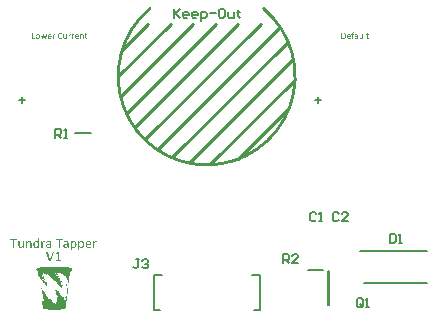
<source format=gto>
G04*
G04 #@! TF.GenerationSoftware,Altium Limited,Altium Designer,24.3.1 (35)*
G04*
G04 Layer_Color=65535*
%FSLAX25Y25*%
%MOIN*%
G70*
G04*
G04 #@! TF.SameCoordinates,05016666-B24C-4A64-9E70-BB7523662D9D*
G04*
G04*
G04 #@! TF.FilePolarity,Positive*
G04*
G01*
G75*
%ADD10C,0.00394*%
%ADD11C,0.01000*%
%ADD12C,0.00787*%
%ADD13C,0.00500*%
G36*
X33894Y16592D02*
X34942D01*
Y16578D01*
X35396D01*
Y16564D01*
X35764D01*
Y16550D01*
X36062D01*
Y16536D01*
X36331D01*
Y16522D01*
X36543D01*
Y16508D01*
X36798D01*
Y16493D01*
X37025D01*
Y16479D01*
X37181D01*
Y16465D01*
X37379D01*
Y16451D01*
X37507D01*
Y16437D01*
X37677D01*
Y16422D01*
X37804D01*
Y16408D01*
X37946D01*
Y16394D01*
X38045D01*
Y16380D01*
X38173D01*
Y16366D01*
X38258D01*
Y16352D01*
X38357D01*
Y16338D01*
X38470D01*
Y16323D01*
X38583D01*
Y16309D01*
X38654D01*
Y16295D01*
X38725D01*
Y16281D01*
X38796D01*
Y16267D01*
X38867D01*
Y16252D01*
X38909D01*
Y16238D01*
X39008D01*
Y16224D01*
X39051D01*
Y16210D01*
X39122D01*
Y16196D01*
X39150D01*
Y16182D01*
X39193D01*
Y16168D01*
X39249D01*
Y16153D01*
X39292D01*
Y16139D01*
X39334D01*
Y16125D01*
X39377D01*
Y16111D01*
X39405D01*
Y16097D01*
X39433D01*
Y16082D01*
X39462D01*
Y16068D01*
X39490D01*
Y16054D01*
X39504D01*
Y16040D01*
X39533D01*
Y16026D01*
X39547D01*
Y16012D01*
X39575D01*
Y15998D01*
X39589D01*
Y15983D01*
X39603D01*
Y15969D01*
X39617D01*
Y15955D01*
X39632D01*
Y15927D01*
X39646D01*
Y15913D01*
X39660D01*
Y15856D01*
X39674D01*
Y15700D01*
X39688D01*
Y15573D01*
X39674D01*
Y15516D01*
X39660D01*
Y15487D01*
X39646D01*
Y15445D01*
X39632D01*
Y15431D01*
X39617D01*
Y15417D01*
X39603D01*
Y15403D01*
X39589D01*
Y15388D01*
X39575D01*
Y15374D01*
X39561D01*
Y15360D01*
X39533D01*
Y15346D01*
X39518D01*
Y15332D01*
X39490D01*
Y15317D01*
X39462D01*
Y15303D01*
X39448D01*
Y15289D01*
X39405D01*
Y15275D01*
X39377D01*
Y15261D01*
X39334D01*
Y15247D01*
X39306D01*
Y15233D01*
X39263D01*
Y15218D01*
X39221D01*
Y15204D01*
X39193D01*
Y15190D01*
X39164D01*
Y15176D01*
X39150D01*
Y15105D01*
X39136D01*
Y15006D01*
X39122D01*
Y14921D01*
X39107D01*
Y14793D01*
X39093D01*
Y14694D01*
X39079D01*
Y14609D01*
X39065D01*
Y14482D01*
X39051D01*
Y14397D01*
X39037D01*
Y14298D01*
X39022D01*
Y14184D01*
X39008D01*
Y14085D01*
X38994D01*
Y13972D01*
X38980D01*
Y13872D01*
X38966D01*
Y13759D01*
X38952D01*
Y13660D01*
X38938D01*
Y13561D01*
X38923D01*
Y13447D01*
X38909D01*
Y13320D01*
X38895D01*
Y13363D01*
X38881D01*
Y13405D01*
X38867D01*
Y13433D01*
X38853D01*
Y13447D01*
X38838D01*
Y13476D01*
X38810D01*
Y13490D01*
X38796D01*
Y13504D01*
X38782D01*
Y13518D01*
X38753D01*
Y13532D01*
X38711D01*
Y13547D01*
X38668D01*
Y13561D01*
X38626D01*
Y13575D01*
X38569D01*
Y13589D01*
X38513D01*
Y13603D01*
X38427D01*
Y13589D01*
X38385D01*
Y13561D01*
X38371D01*
Y13504D01*
X38385D01*
Y13476D01*
X38399D01*
Y13462D01*
X38413D01*
Y13447D01*
X38427D01*
Y13433D01*
X38442D01*
Y13419D01*
X38456D01*
Y13405D01*
X38470D01*
Y13377D01*
X38484D01*
Y13363D01*
X38498D01*
Y13348D01*
X38513D01*
Y13334D01*
X38527D01*
Y13306D01*
X38541D01*
Y13292D01*
X38555D01*
Y13263D01*
X38569D01*
Y13249D01*
X38583D01*
Y13221D01*
X38598D01*
Y13193D01*
X38612D01*
Y13164D01*
X38626D01*
Y13136D01*
X38640D01*
Y13093D01*
X38654D01*
Y13008D01*
X38640D01*
Y12966D01*
X38626D01*
Y12952D01*
X38612D01*
Y12923D01*
X38598D01*
Y12909D01*
X38583D01*
Y12895D01*
X38555D01*
Y12881D01*
X38541D01*
Y12867D01*
X38513D01*
Y12853D01*
X38498D01*
Y12838D01*
X38484D01*
Y12810D01*
X38470D01*
Y12711D01*
X38484D01*
Y12668D01*
X38498D01*
Y12640D01*
X38513D01*
Y12612D01*
X38527D01*
Y12597D01*
X38541D01*
Y12569D01*
X38555D01*
Y12541D01*
X38569D01*
Y12498D01*
X38583D01*
Y12173D01*
X38569D01*
Y12158D01*
X38583D01*
Y12144D01*
X38569D01*
Y12130D01*
X38583D01*
Y12116D01*
X38569D01*
Y12102D01*
X38583D01*
Y11833D01*
X38569D01*
Y11634D01*
X38583D01*
Y11577D01*
X38598D01*
Y11563D01*
X38612D01*
Y11549D01*
X38626D01*
Y11563D01*
X38654D01*
Y11620D01*
X38668D01*
Y11549D01*
X38654D01*
Y11393D01*
X38640D01*
Y11308D01*
X38626D01*
Y11223D01*
X38612D01*
Y11124D01*
X38598D01*
Y11011D01*
X38583D01*
Y10912D01*
X38569D01*
Y10813D01*
X38555D01*
Y10728D01*
X38541D01*
Y10600D01*
X38527D01*
Y10487D01*
X38513D01*
Y10657D01*
X38498D01*
Y10728D01*
X38484D01*
Y10784D01*
X38470D01*
Y10855D01*
X38456D01*
Y10997D01*
X38442D01*
Y11138D01*
X38427D01*
Y11252D01*
X38413D01*
Y11337D01*
X38399D01*
Y11407D01*
X38385D01*
Y11450D01*
X38371D01*
Y11492D01*
X38357D01*
Y11535D01*
X38342D01*
Y11577D01*
X38328D01*
Y11620D01*
X38314D01*
Y11663D01*
X38300D01*
Y11719D01*
X38286D01*
Y11762D01*
X38272D01*
Y11818D01*
X38258D01*
Y11861D01*
X38243D01*
Y11903D01*
X38229D01*
Y11932D01*
X38215D01*
Y11974D01*
X38201D01*
Y12003D01*
X38187D01*
Y12031D01*
X38173D01*
Y12073D01*
X38158D01*
Y12102D01*
X38144D01*
Y12144D01*
X38130D01*
Y12187D01*
X38116D01*
Y12215D01*
X38102D01*
Y12257D01*
X38087D01*
Y12300D01*
X38073D01*
Y12342D01*
X38059D01*
Y12371D01*
X38045D01*
Y12413D01*
X38031D01*
Y12456D01*
X38017D01*
Y12484D01*
X38002D01*
Y12527D01*
X37988D01*
Y12555D01*
X37974D01*
Y12583D01*
X37960D01*
Y12597D01*
X37946D01*
Y12626D01*
X37932D01*
Y12654D01*
X37918D01*
Y12668D01*
X37903D01*
Y12697D01*
X37889D01*
Y12725D01*
X37875D01*
Y12753D01*
X37861D01*
Y12767D01*
X37847D01*
Y12796D01*
X37832D01*
Y12810D01*
X37818D01*
Y12838D01*
X37804D01*
Y12853D01*
X37790D01*
Y12867D01*
X37776D01*
Y12895D01*
X37762D01*
Y12909D01*
X37747D01*
Y12937D01*
X37733D01*
Y12952D01*
X37719D01*
Y12980D01*
X37705D01*
Y13008D01*
X37691D01*
Y13037D01*
X37677D01*
Y13051D01*
X37663D01*
Y13079D01*
X37648D01*
Y13093D01*
X37634D01*
Y13107D01*
X37620D01*
Y13136D01*
X37606D01*
Y13150D01*
X37592D01*
Y13164D01*
X37578D01*
Y13178D01*
X37563D01*
Y13193D01*
X37549D01*
Y13207D01*
X37535D01*
Y13221D01*
X37521D01*
Y13235D01*
X37507D01*
Y13249D01*
X37492D01*
Y13263D01*
X37478D01*
Y13277D01*
X37464D01*
Y13292D01*
X37450D01*
Y13306D01*
X37422D01*
Y13320D01*
X37407D01*
Y13334D01*
X37393D01*
Y13348D01*
X37379D01*
Y13363D01*
X37365D01*
Y13377D01*
X37337D01*
Y13391D01*
X37323D01*
Y13405D01*
X37294D01*
Y13419D01*
X37280D01*
Y13433D01*
X37266D01*
Y13447D01*
X37252D01*
Y13462D01*
X37223D01*
Y13476D01*
X37209D01*
Y13490D01*
X37195D01*
Y13504D01*
X37181D01*
Y13518D01*
X37167D01*
Y13532D01*
X37152D01*
Y13547D01*
X37138D01*
Y13561D01*
X37124D01*
Y13575D01*
X37110D01*
Y13589D01*
X37096D01*
Y13618D01*
X37082D01*
Y13632D01*
X37067D01*
Y13646D01*
X37053D01*
Y13660D01*
X37039D01*
Y13688D01*
X37025D01*
Y13702D01*
X37011D01*
Y13717D01*
X36997D01*
Y13731D01*
X36983D01*
Y13745D01*
X36968D01*
Y13759D01*
X36954D01*
Y13773D01*
X36940D01*
Y13788D01*
X36912D01*
Y13802D01*
X36898D01*
Y13816D01*
X36883D01*
Y13830D01*
X36855D01*
Y13844D01*
X36841D01*
Y13858D01*
X36827D01*
Y13872D01*
X36798D01*
Y13887D01*
X36784D01*
Y13901D01*
X36770D01*
Y13929D01*
X36756D01*
Y13943D01*
X36742D01*
Y13958D01*
X36727D01*
Y13986D01*
X36713D01*
Y14014D01*
X36699D01*
Y14028D01*
X36685D01*
Y14057D01*
X36671D01*
Y14071D01*
X36657D01*
Y14085D01*
X36643D01*
Y14099D01*
X36628D01*
Y14113D01*
X36614D01*
Y14142D01*
X36600D01*
Y14156D01*
X36586D01*
Y14170D01*
X36572D01*
Y14184D01*
X36557D01*
Y14198D01*
X36529D01*
Y14212D01*
X36515D01*
Y14227D01*
X36501D01*
Y14241D01*
X36487D01*
Y14255D01*
X36458D01*
Y14269D01*
X36444D01*
Y14283D01*
X36416D01*
Y14298D01*
X36388D01*
Y14312D01*
X36331D01*
Y14326D01*
X36288D01*
Y14312D01*
X36246D01*
Y14298D01*
X36217D01*
Y14283D01*
X36203D01*
Y14255D01*
X36189D01*
Y14241D01*
X36175D01*
Y14212D01*
X36161D01*
Y14184D01*
X36147D01*
Y14170D01*
X36132D01*
Y14156D01*
X36118D01*
Y14142D01*
X36104D01*
Y14128D01*
X36076D01*
Y14142D01*
X36048D01*
Y14170D01*
X36033D01*
Y14283D01*
X36019D01*
Y14312D01*
X36005D01*
Y14340D01*
X35991D01*
Y14354D01*
X35963D01*
Y14368D01*
X35934D01*
Y14382D01*
X35877D01*
Y14397D01*
X35722D01*
Y14382D01*
X35580D01*
Y14368D01*
X35254D01*
Y14354D01*
X35042D01*
Y14368D01*
X34971D01*
Y14382D01*
X34801D01*
Y14368D01*
X34744D01*
Y14354D01*
X34702D01*
Y14340D01*
X34659D01*
Y14326D01*
X34631D01*
Y14312D01*
X34588D01*
Y14298D01*
X34546D01*
Y14283D01*
X34475D01*
Y14269D01*
X34348D01*
Y14283D01*
X34248D01*
Y14298D01*
X34178D01*
Y14312D01*
X33979D01*
Y14298D01*
X33951D01*
Y14283D01*
X33937D01*
Y14269D01*
X33922D01*
Y14212D01*
X33937D01*
Y14198D01*
X33951D01*
Y14184D01*
X33979D01*
Y14170D01*
X34348D01*
Y14156D01*
X34404D01*
Y14142D01*
X34447D01*
Y14128D01*
X34489D01*
Y14113D01*
X34517D01*
Y14099D01*
X34546D01*
Y14085D01*
X34574D01*
Y14071D01*
X34588D01*
Y14057D01*
X34617D01*
Y14042D01*
X34645D01*
Y14028D01*
X34688D01*
Y14014D01*
X34744D01*
Y14000D01*
X34815D01*
Y13986D01*
X34843D01*
Y13972D01*
X34857D01*
Y13943D01*
X34872D01*
Y13915D01*
X34857D01*
Y13887D01*
X34843D01*
Y13872D01*
X34815D01*
Y13858D01*
X34787D01*
Y13844D01*
X34744D01*
Y13830D01*
X34702D01*
Y13816D01*
X34631D01*
Y13802D01*
X34588D01*
Y13788D01*
X34546D01*
Y13773D01*
X34517D01*
Y13759D01*
X34503D01*
Y13745D01*
X34489D01*
Y13731D01*
X34475D01*
Y13717D01*
X34461D01*
Y13702D01*
X34447D01*
Y13646D01*
X34433D01*
Y13632D01*
X34447D01*
Y13589D01*
X34461D01*
Y13561D01*
X34475D01*
Y13547D01*
X34489D01*
Y13532D01*
X34503D01*
Y13518D01*
X34517D01*
Y13504D01*
X34546D01*
Y13490D01*
X34560D01*
Y13462D01*
X34574D01*
Y13447D01*
X34588D01*
Y13419D01*
X34602D01*
Y13391D01*
X34617D01*
Y13377D01*
X34631D01*
Y13363D01*
X34645D01*
Y13348D01*
X34716D01*
Y13363D01*
X34744D01*
Y13377D01*
X34758D01*
Y13391D01*
X34787D01*
Y13405D01*
X34801D01*
Y13419D01*
X34815D01*
Y13433D01*
X34843D01*
Y13447D01*
X34872D01*
Y13462D01*
X34886D01*
Y13476D01*
X34914D01*
Y13490D01*
X34928D01*
Y13504D01*
X34942D01*
Y13518D01*
X34957D01*
Y13532D01*
X34985D01*
Y13547D01*
X35013D01*
Y13561D01*
X35056D01*
Y13575D01*
X35070D01*
Y13561D01*
X35113D01*
Y13547D01*
X35141D01*
Y13532D01*
X35155D01*
Y13518D01*
X35169D01*
Y13504D01*
X35183D01*
Y13476D01*
X35197D01*
Y13462D01*
X35212D01*
Y13433D01*
X35226D01*
Y13405D01*
X35240D01*
Y13377D01*
X35254D01*
Y13363D01*
X35268D01*
Y13334D01*
X35282D01*
Y13320D01*
X35297D01*
Y13306D01*
X35311D01*
Y13292D01*
X35325D01*
Y13277D01*
X35353D01*
Y13263D01*
X35368D01*
Y13249D01*
X35396D01*
Y13235D01*
X35424D01*
Y13221D01*
X35467D01*
Y13207D01*
X35495D01*
Y13193D01*
X35509D01*
Y13178D01*
X35523D01*
Y13164D01*
X35537D01*
Y13150D01*
X35552D01*
Y13136D01*
X35566D01*
Y13079D01*
X35580D01*
Y13051D01*
X35566D01*
Y13023D01*
X35552D01*
Y13008D01*
X35481D01*
Y13023D01*
X35467D01*
Y13037D01*
X35452D01*
Y13051D01*
X35438D01*
Y13065D01*
X35424D01*
Y13079D01*
X35410D01*
Y13093D01*
X35396D01*
Y13107D01*
X35382D01*
Y13122D01*
X35353D01*
Y13136D01*
X35339D01*
Y13150D01*
X35311D01*
Y13164D01*
X35282D01*
Y13178D01*
X35254D01*
Y13193D01*
X35240D01*
Y13207D01*
X35197D01*
Y13221D01*
X35155D01*
Y13235D01*
X35141D01*
Y13221D01*
X35127D01*
Y13235D01*
X35113D01*
Y13221D01*
X35070D01*
Y13207D01*
X35042D01*
Y13193D01*
X35028D01*
Y13178D01*
X35013D01*
Y13164D01*
X34999D01*
Y13136D01*
X34985D01*
Y13093D01*
X34971D01*
Y13008D01*
X34985D01*
Y12980D01*
X34999D01*
Y12966D01*
X35013D01*
Y12952D01*
X35028D01*
Y12937D01*
X35042D01*
Y12923D01*
X35070D01*
Y12909D01*
X35098D01*
Y12895D01*
X35113D01*
Y12881D01*
X35141D01*
Y12867D01*
X35155D01*
Y12853D01*
X35169D01*
Y12838D01*
X35183D01*
Y12824D01*
X35212D01*
Y12810D01*
X35353D01*
Y12824D01*
X35481D01*
Y12810D01*
X35523D01*
Y12796D01*
X35537D01*
Y12782D01*
X35552D01*
Y12767D01*
X35566D01*
Y12753D01*
X35580D01*
Y12725D01*
X35594D01*
Y12697D01*
X35608D01*
Y12597D01*
X35594D01*
Y12527D01*
X35608D01*
Y12470D01*
X35623D01*
Y12442D01*
X35637D01*
Y12399D01*
X35651D01*
Y12342D01*
X35637D01*
Y12300D01*
X35623D01*
Y12272D01*
X35608D01*
Y12257D01*
X35594D01*
Y12229D01*
X35580D01*
Y12158D01*
X35594D01*
Y12144D01*
X35608D01*
Y12130D01*
X35651D01*
Y12116D01*
X35679D01*
Y12102D01*
X35693D01*
Y12073D01*
X35708D01*
Y12017D01*
X35693D01*
Y11974D01*
X35679D01*
Y11903D01*
X35693D01*
Y11861D01*
X35708D01*
Y11847D01*
X35722D01*
Y11833D01*
X35736D01*
Y11818D01*
X35750D01*
Y11804D01*
X35778D01*
Y11790D01*
X35892D01*
Y11804D01*
X35934D01*
Y11818D01*
X35948D01*
Y11804D01*
X35963D01*
Y11818D01*
X35977D01*
Y11804D01*
X36019D01*
Y11790D01*
X36033D01*
Y11776D01*
X36048D01*
Y11762D01*
X36062D01*
Y11733D01*
X36076D01*
Y11705D01*
X36090D01*
Y11677D01*
X36104D01*
Y11648D01*
X36118D01*
Y11620D01*
X36132D01*
Y11577D01*
X36147D01*
Y11521D01*
X36132D01*
Y11478D01*
X36118D01*
Y11464D01*
X36104D01*
Y11436D01*
X36090D01*
Y11422D01*
X36076D01*
Y11407D01*
X36062D01*
Y11393D01*
X36048D01*
Y11322D01*
X36062D01*
Y11308D01*
X36076D01*
Y11294D01*
X36104D01*
Y11280D01*
X36132D01*
Y11266D01*
X36147D01*
Y11252D01*
X36161D01*
Y11181D01*
X36147D01*
Y11138D01*
X36132D01*
Y11110D01*
X36118D01*
Y10997D01*
X36104D01*
Y10954D01*
X36090D01*
Y10926D01*
X36076D01*
Y10898D01*
X36062D01*
Y10883D01*
X36048D01*
Y10855D01*
X36033D01*
Y10827D01*
X36019D01*
Y10699D01*
X36033D01*
Y10671D01*
X36048D01*
Y10657D01*
X36062D01*
Y10628D01*
X36076D01*
Y10614D01*
X36090D01*
Y10600D01*
X36104D01*
Y10586D01*
X36118D01*
Y10572D01*
X36132D01*
Y10558D01*
X36147D01*
Y10543D01*
X36161D01*
Y10529D01*
X36175D01*
Y10515D01*
X36189D01*
Y10501D01*
X36203D01*
Y10487D01*
X36217D01*
Y10458D01*
X36232D01*
Y10444D01*
X36246D01*
Y10430D01*
X36260D01*
Y10402D01*
X36274D01*
Y10387D01*
X36288D01*
Y10373D01*
X36317D01*
Y10359D01*
X36345D01*
Y10345D01*
X36600D01*
Y10331D01*
X36628D01*
Y10317D01*
X36657D01*
Y10302D01*
X36671D01*
Y10288D01*
X36685D01*
Y10217D01*
X36671D01*
Y10203D01*
X36657D01*
Y10189D01*
X36643D01*
Y10175D01*
X36614D01*
Y10161D01*
X36572D01*
Y10147D01*
X36529D01*
Y10132D01*
X36501D01*
Y10118D01*
X36487D01*
Y10104D01*
X36458D01*
Y10090D01*
X36444D01*
Y10076D01*
X36430D01*
Y10062D01*
X36416D01*
Y10047D01*
X36402D01*
Y10033D01*
X36388D01*
Y10005D01*
X36373D01*
Y9962D01*
X36359D01*
Y9906D01*
X36345D01*
Y9778D01*
X36331D01*
Y9580D01*
X36345D01*
Y9552D01*
X36359D01*
Y9538D01*
X36373D01*
Y9523D01*
X36388D01*
Y9495D01*
X36402D01*
Y9424D01*
X36388D01*
Y9410D01*
X36373D01*
Y9396D01*
X36345D01*
Y9382D01*
X36317D01*
Y9368D01*
X36175D01*
Y9382D01*
X36147D01*
Y9396D01*
X36132D01*
Y9410D01*
X36118D01*
Y9424D01*
X36104D01*
Y9438D01*
X36090D01*
Y9467D01*
X36076D01*
Y9495D01*
X36062D01*
Y9523D01*
X36048D01*
Y9552D01*
X36033D01*
Y9580D01*
X36019D01*
Y9608D01*
X36005D01*
Y9623D01*
X35991D01*
Y9651D01*
X35977D01*
Y9679D01*
X35963D01*
Y9693D01*
X35948D01*
Y9722D01*
X35934D01*
Y9736D01*
X35920D01*
Y9750D01*
X35906D01*
Y9764D01*
X35892D01*
Y9778D01*
X35863D01*
Y9792D01*
X35849D01*
Y9807D01*
X35821D01*
Y9821D01*
X35778D01*
Y9835D01*
X35750D01*
Y9849D01*
X35736D01*
Y9863D01*
X35708D01*
Y9877D01*
X35693D01*
Y9892D01*
X35679D01*
Y9906D01*
X35665D01*
Y9920D01*
X35651D01*
Y9948D01*
X35637D01*
Y9962D01*
X35623D01*
Y9991D01*
X35608D01*
Y10005D01*
X35594D01*
Y10019D01*
X35580D01*
Y10047D01*
X35566D01*
Y10062D01*
X35552D01*
Y10076D01*
X35523D01*
Y10090D01*
X35509D01*
Y10104D01*
X35495D01*
Y10118D01*
X35481D01*
Y10132D01*
X35467D01*
Y10147D01*
X35452D01*
Y10161D01*
X35424D01*
Y10175D01*
X35410D01*
Y10189D01*
X35382D01*
Y10203D01*
X35368D01*
Y10217D01*
X35353D01*
Y10232D01*
X35325D01*
Y10246D01*
X35311D01*
Y10260D01*
X35297D01*
Y10274D01*
X35282D01*
Y10288D01*
X35268D01*
Y10317D01*
X35254D01*
Y10331D01*
X35240D01*
Y10345D01*
X35226D01*
Y10359D01*
X35212D01*
Y10373D01*
X35197D01*
Y10387D01*
X35183D01*
Y10402D01*
X35169D01*
Y10430D01*
X35155D01*
Y10444D01*
X35141D01*
Y10458D01*
X35127D01*
Y10487D01*
X35113D01*
Y10501D01*
X35098D01*
Y10515D01*
X35084D01*
Y10543D01*
X35070D01*
Y10558D01*
X35056D01*
Y10572D01*
X35042D01*
Y10600D01*
X35028D01*
Y10614D01*
X35013D01*
Y10643D01*
X34999D01*
Y10657D01*
X34985D01*
Y10685D01*
X34971D01*
Y10713D01*
X34957D01*
Y10728D01*
X34942D01*
Y10742D01*
X34928D01*
Y10770D01*
X34914D01*
Y10784D01*
X34900D01*
Y10798D01*
X34886D01*
Y10813D01*
X34872D01*
Y10827D01*
X34857D01*
Y10841D01*
X34843D01*
Y10855D01*
X34829D01*
Y10869D01*
X34815D01*
Y10883D01*
X34801D01*
Y10898D01*
X34787D01*
Y10912D01*
X34758D01*
Y10926D01*
X34744D01*
Y10940D01*
X34716D01*
Y10954D01*
X34688D01*
Y10968D01*
X34659D01*
Y10983D01*
X34645D01*
Y10997D01*
X34631D01*
Y11011D01*
X34617D01*
Y11025D01*
X34602D01*
Y11053D01*
X34588D01*
Y11110D01*
X34574D01*
Y11152D01*
X34560D01*
Y11195D01*
X34546D01*
Y11223D01*
X34532D01*
Y11266D01*
X34517D01*
Y11294D01*
X34503D01*
Y11308D01*
X34489D01*
Y11337D01*
X34475D01*
Y11351D01*
X34461D01*
Y11365D01*
X34447D01*
Y11379D01*
X34433D01*
Y11393D01*
X34418D01*
Y11407D01*
X34404D01*
Y11422D01*
X34390D01*
Y11436D01*
X34376D01*
Y11450D01*
X34362D01*
Y11464D01*
X34348D01*
Y11478D01*
X34333D01*
Y11492D01*
X34319D01*
Y11507D01*
X34305D01*
Y11521D01*
X34291D01*
Y11535D01*
X34277D01*
Y11549D01*
X34262D01*
Y11563D01*
X34248D01*
Y11577D01*
X34234D01*
Y11592D01*
X34206D01*
Y11606D01*
X34192D01*
Y11620D01*
X34163D01*
Y11634D01*
X34149D01*
Y11648D01*
X34121D01*
Y11663D01*
X34107D01*
Y11677D01*
X34078D01*
Y11691D01*
X34064D01*
Y11705D01*
X34050D01*
Y11719D01*
X34022D01*
Y11733D01*
X34007D01*
Y11748D01*
X33993D01*
Y11762D01*
X33965D01*
Y11776D01*
X33951D01*
Y11790D01*
X33937D01*
Y11804D01*
X33922D01*
Y11818D01*
X33908D01*
Y11833D01*
X33894D01*
Y11847D01*
X33880D01*
Y11861D01*
X33866D01*
Y11875D01*
X33852D01*
Y11889D01*
X33838D01*
Y11903D01*
X33823D01*
Y11918D01*
X33809D01*
Y11932D01*
X33795D01*
Y11946D01*
X33781D01*
Y11960D01*
X33767D01*
Y11974D01*
X33753D01*
Y11988D01*
X33738D01*
Y12003D01*
X33724D01*
Y12017D01*
X33710D01*
Y12031D01*
X33696D01*
Y12045D01*
X33682D01*
Y12059D01*
X33667D01*
Y12073D01*
X33653D01*
Y12088D01*
X33625D01*
Y12102D01*
X33611D01*
Y12116D01*
X33597D01*
Y12130D01*
X33568D01*
Y12144D01*
X33554D01*
Y12158D01*
X33526D01*
Y12173D01*
X33498D01*
Y12187D01*
X33483D01*
Y12201D01*
X33455D01*
Y12215D01*
X33441D01*
Y12229D01*
X33427D01*
Y12243D01*
X33398D01*
Y12257D01*
X33384D01*
Y12272D01*
X33370D01*
Y12286D01*
X33356D01*
Y12300D01*
X33342D01*
Y12314D01*
X33327D01*
Y12328D01*
X33313D01*
Y12342D01*
X33299D01*
Y12357D01*
X33285D01*
Y12371D01*
X33271D01*
Y12385D01*
X33257D01*
Y12399D01*
X33242D01*
Y12413D01*
X33228D01*
Y12427D01*
X33214D01*
Y12442D01*
X33200D01*
Y12456D01*
X33186D01*
Y12470D01*
X33172D01*
Y12484D01*
X33158D01*
Y12498D01*
X33129D01*
Y12513D01*
X33115D01*
Y12527D01*
X33101D01*
Y12541D01*
X33087D01*
Y12555D01*
X33073D01*
Y12569D01*
X33058D01*
Y12597D01*
X33044D01*
Y12612D01*
X33030D01*
Y12626D01*
X33016D01*
Y12640D01*
X33002D01*
Y12654D01*
X32987D01*
Y12683D01*
X32973D01*
Y12697D01*
X32959D01*
Y12711D01*
X32945D01*
Y12725D01*
X32917D01*
Y12739D01*
X32903D01*
Y12753D01*
X32888D01*
Y12767D01*
X32874D01*
Y12782D01*
X32846D01*
Y12796D01*
X32832D01*
Y12810D01*
X32818D01*
Y12824D01*
X32789D01*
Y12838D01*
X32775D01*
Y12853D01*
X32761D01*
Y12867D01*
X32732D01*
Y12881D01*
X32718D01*
Y12895D01*
X32704D01*
Y12909D01*
X32690D01*
Y12923D01*
X32676D01*
Y12937D01*
X32662D01*
Y12966D01*
X32647D01*
Y12980D01*
X32633D01*
Y12994D01*
X32619D01*
Y13008D01*
X32605D01*
Y13023D01*
X32577D01*
Y13037D01*
X32563D01*
Y13051D01*
X32534D01*
Y13065D01*
X32506D01*
Y13079D01*
X32478D01*
Y13093D01*
X32449D01*
Y13107D01*
X32421D01*
Y13122D01*
X32407D01*
Y13136D01*
X32392D01*
Y13150D01*
X32378D01*
Y13178D01*
X32364D01*
Y13193D01*
X32350D01*
Y13207D01*
X32336D01*
Y13221D01*
X32322D01*
Y13249D01*
X32307D01*
Y13263D01*
X32293D01*
Y13277D01*
X32265D01*
Y13292D01*
X32251D01*
Y13306D01*
X32237D01*
Y13320D01*
X32208D01*
Y13334D01*
X32194D01*
Y13348D01*
X32180D01*
Y13363D01*
X32152D01*
Y13377D01*
X32138D01*
Y13391D01*
X32123D01*
Y13405D01*
X32109D01*
Y13419D01*
X32081D01*
Y13433D01*
X32067D01*
Y13447D01*
X32052D01*
Y13462D01*
X32024D01*
Y13476D01*
X32010D01*
Y13490D01*
X31996D01*
Y13504D01*
X31982D01*
Y13518D01*
X31967D01*
Y13532D01*
X31953D01*
Y13547D01*
X31939D01*
Y13561D01*
X31925D01*
Y13575D01*
X31911D01*
Y13589D01*
X31897D01*
Y13603D01*
X31883D01*
Y13632D01*
X31868D01*
Y13646D01*
X31854D01*
Y13674D01*
X31840D01*
Y13688D01*
X31826D01*
Y13702D01*
X31812D01*
Y13717D01*
X31798D01*
Y13731D01*
X31783D01*
Y13745D01*
X31769D01*
Y13759D01*
X31755D01*
Y13773D01*
X31741D01*
Y13788D01*
X31727D01*
Y13802D01*
X31712D01*
Y13816D01*
X31698D01*
Y13830D01*
X31684D01*
Y13844D01*
X31670D01*
Y13858D01*
X31656D01*
Y13872D01*
X31642D01*
Y13887D01*
X31628D01*
Y13901D01*
X31613D01*
Y13915D01*
X31599D01*
Y13929D01*
X31585D01*
Y13943D01*
X31557D01*
Y13958D01*
X31543D01*
Y13972D01*
X31514D01*
Y13986D01*
X31500D01*
Y14000D01*
X31472D01*
Y14014D01*
X31457D01*
Y14028D01*
X31429D01*
Y14042D01*
X31401D01*
Y14057D01*
X31358D01*
Y14071D01*
X31316D01*
Y14057D01*
X31273D01*
Y14042D01*
X31259D01*
Y14028D01*
X31245D01*
Y14014D01*
X31231D01*
Y14000D01*
X31217D01*
Y13986D01*
X31203D01*
Y13958D01*
X31188D01*
Y13929D01*
X31174D01*
Y13915D01*
X31146D01*
Y13901D01*
X31117D01*
Y13915D01*
X31089D01*
Y13943D01*
X31075D01*
Y14071D01*
X31061D01*
Y14099D01*
X31047D01*
Y14128D01*
X31032D01*
Y14142D01*
X31018D01*
Y14156D01*
X30990D01*
Y14170D01*
X30976D01*
Y14184D01*
X30933D01*
Y14198D01*
X30891D01*
Y14212D01*
X30820D01*
Y14227D01*
X30565D01*
Y14241D01*
X30452D01*
Y14255D01*
X30324D01*
Y14269D01*
X30197D01*
Y14283D01*
X30154D01*
Y14298D01*
X30112D01*
Y14312D01*
X30069D01*
Y14326D01*
X30027D01*
Y14340D01*
X29899D01*
Y14326D01*
X29828D01*
Y14312D01*
X29786D01*
Y14298D01*
X29715D01*
Y14283D01*
X29701D01*
Y14298D01*
X29687D01*
Y14283D01*
X29673D01*
Y14298D01*
X29658D01*
Y14283D01*
X29644D01*
Y14298D01*
X29573D01*
Y14312D01*
X29446D01*
Y14298D01*
X29432D01*
Y14283D01*
X29417D01*
Y14269D01*
X29432D01*
Y14241D01*
X29446D01*
Y14227D01*
X29460D01*
Y14212D01*
X29488D01*
Y14198D01*
X29517D01*
Y14184D01*
X29573D01*
Y14170D01*
X29602D01*
Y14156D01*
X29630D01*
Y14142D01*
X29658D01*
Y14128D01*
X29673D01*
Y14113D01*
X29701D01*
Y14099D01*
X29715D01*
Y14085D01*
X29729D01*
Y14071D01*
X29757D01*
Y14057D01*
X29772D01*
Y14042D01*
X29786D01*
Y14028D01*
X29800D01*
Y14014D01*
X29814D01*
Y14000D01*
X29842D01*
Y13986D01*
X29857D01*
Y13972D01*
X29885D01*
Y13958D01*
X29913D01*
Y13943D01*
X29942D01*
Y13929D01*
X29956D01*
Y13915D01*
X29984D01*
Y13887D01*
X29998D01*
Y13830D01*
X29984D01*
Y13816D01*
X29970D01*
Y13802D01*
X29942D01*
Y13788D01*
X29913D01*
Y13773D01*
X29871D01*
Y13759D01*
X29828D01*
Y13745D01*
X29786D01*
Y13731D01*
X29743D01*
Y13717D01*
X29701D01*
Y13702D01*
X29673D01*
Y13688D01*
X29644D01*
Y13674D01*
X29630D01*
Y13660D01*
X29602D01*
Y13646D01*
X29588D01*
Y13632D01*
X29573D01*
Y13603D01*
X29559D01*
Y13575D01*
X29545D01*
Y13490D01*
X29559D01*
Y13462D01*
X29573D01*
Y13447D01*
X29588D01*
Y13433D01*
X29602D01*
Y13419D01*
X29616D01*
Y13405D01*
X29644D01*
Y13391D01*
X29658D01*
Y13377D01*
X29673D01*
Y13363D01*
X29687D01*
Y13348D01*
X29701D01*
Y13334D01*
X29715D01*
Y13320D01*
X29729D01*
Y13292D01*
X29743D01*
Y13277D01*
X29757D01*
Y13249D01*
X29772D01*
Y13221D01*
X29786D01*
Y13193D01*
X29800D01*
Y13164D01*
X29814D01*
Y13122D01*
X29828D01*
Y13107D01*
X29842D01*
Y13093D01*
X29857D01*
Y13079D01*
X29871D01*
Y13065D01*
X29913D01*
Y13079D01*
X29928D01*
Y13093D01*
X29942D01*
Y13107D01*
X29956D01*
Y13122D01*
X29970D01*
Y13150D01*
X29984D01*
Y13193D01*
X29998D01*
Y13221D01*
X30013D01*
Y13249D01*
X30027D01*
Y13263D01*
X30041D01*
Y13292D01*
X30055D01*
Y13306D01*
X30069D01*
Y13320D01*
X30083D01*
Y13334D01*
X30097D01*
Y13348D01*
X30112D01*
Y13363D01*
X30126D01*
Y13377D01*
X30154D01*
Y13391D01*
X30197D01*
Y13405D01*
X30211D01*
Y13391D01*
X30253D01*
Y13377D01*
X30268D01*
Y13363D01*
X30282D01*
Y13348D01*
X30296D01*
Y13334D01*
X30310D01*
Y13292D01*
X30324D01*
Y13235D01*
X30338D01*
Y13221D01*
X30324D01*
Y13178D01*
X30310D01*
Y13164D01*
X30324D01*
Y13150D01*
X30338D01*
Y13122D01*
X30353D01*
Y13107D01*
X30338D01*
Y13122D01*
X30268D01*
Y13107D01*
X30253D01*
Y13093D01*
X30225D01*
Y13079D01*
X30211D01*
Y13065D01*
X30197D01*
Y13051D01*
X30182D01*
Y13023D01*
X30168D01*
Y12994D01*
X30154D01*
Y12966D01*
X30140D01*
Y12796D01*
X30154D01*
Y12739D01*
X30168D01*
Y12697D01*
X30182D01*
Y12654D01*
X30197D01*
Y12626D01*
X30211D01*
Y12597D01*
X30225D01*
Y12555D01*
X30239D01*
Y12527D01*
X30253D01*
Y12498D01*
X30268D01*
Y12484D01*
X30282D01*
Y12470D01*
X30296D01*
Y12456D01*
X30338D01*
Y12442D01*
X30367D01*
Y12456D01*
X30409D01*
Y12470D01*
X30437D01*
Y12484D01*
X30452D01*
Y12498D01*
X30466D01*
Y12513D01*
X30480D01*
Y12527D01*
X30508D01*
Y12541D01*
X30523D01*
Y12555D01*
X30565D01*
Y12569D01*
X30608D01*
Y12555D01*
X30650D01*
Y12541D01*
X30678D01*
Y12527D01*
X30692D01*
Y12513D01*
X30707D01*
Y12484D01*
X30721D01*
Y12470D01*
X30735D01*
Y12427D01*
X30749D01*
Y12187D01*
X30763D01*
Y12158D01*
X30777D01*
Y12130D01*
X30792D01*
Y12059D01*
X30777D01*
Y12045D01*
X30763D01*
Y12031D01*
X30664D01*
Y12045D01*
X30636D01*
Y12059D01*
X30608D01*
Y12073D01*
X30579D01*
Y12088D01*
X30565D01*
Y12102D01*
X30537D01*
Y12116D01*
X30508D01*
Y12130D01*
X30494D01*
Y12144D01*
X30466D01*
Y12158D01*
X30437D01*
Y12173D01*
X30409D01*
Y12187D01*
X30381D01*
Y12201D01*
X30367D01*
Y12215D01*
X30338D01*
Y12229D01*
X30310D01*
Y12243D01*
X30282D01*
Y12257D01*
X30253D01*
Y12272D01*
X30239D01*
Y12286D01*
X30211D01*
Y12300D01*
X30182D01*
Y12314D01*
X30154D01*
Y12328D01*
X30126D01*
Y12342D01*
X30097D01*
Y12357D01*
X30069D01*
Y12371D01*
X30041D01*
Y12385D01*
X29998D01*
Y12399D01*
X29970D01*
Y12413D01*
X29928D01*
Y12427D01*
X29899D01*
Y12442D01*
X29842D01*
Y12456D01*
X29800D01*
Y12470D01*
X29701D01*
Y12456D01*
X29673D01*
Y12442D01*
X29658D01*
Y12371D01*
X29673D01*
Y12357D01*
X29687D01*
Y12328D01*
X29701D01*
Y12314D01*
X29715D01*
Y12300D01*
X29743D01*
Y12286D01*
X29757D01*
Y12272D01*
X29772D01*
Y12257D01*
X29800D01*
Y12243D01*
X29814D01*
Y12229D01*
X29828D01*
Y12215D01*
X29857D01*
Y12201D01*
X29871D01*
Y12187D01*
X29899D01*
Y12173D01*
X29913D01*
Y12158D01*
X29928D01*
Y12144D01*
X29956D01*
Y12130D01*
X29970D01*
Y12116D01*
X29984D01*
Y12102D01*
X29998D01*
Y12088D01*
X30027D01*
Y12073D01*
X30041D01*
Y12059D01*
X30055D01*
Y12045D01*
X30069D01*
Y12031D01*
X30083D01*
Y12017D01*
X30112D01*
Y12003D01*
X30126D01*
Y11988D01*
X30140D01*
Y11974D01*
X30168D01*
Y11960D01*
X30182D01*
Y11946D01*
X30197D01*
Y11932D01*
X30225D01*
Y11918D01*
X30239D01*
Y11903D01*
X30268D01*
Y11889D01*
X30282D01*
Y11875D01*
X30310D01*
Y11861D01*
X30324D01*
Y11847D01*
X30353D01*
Y11833D01*
X30381D01*
Y11818D01*
X30409D01*
Y11804D01*
X30423D01*
Y11790D01*
X30452D01*
Y11776D01*
X30480D01*
Y11762D01*
X30508D01*
Y11748D01*
X30523D01*
Y11733D01*
X30551D01*
Y11719D01*
X30579D01*
Y11705D01*
X30608D01*
Y11691D01*
X30636D01*
Y11677D01*
X30664D01*
Y11663D01*
X30678D01*
Y11648D01*
X30707D01*
Y11634D01*
X30735D01*
Y11620D01*
X30749D01*
Y11606D01*
X30777D01*
Y11592D01*
X30792D01*
Y11577D01*
X30820D01*
Y11563D01*
X30834D01*
Y11549D01*
X30848D01*
Y11535D01*
X30863D01*
Y11521D01*
X30877D01*
Y11507D01*
X30891D01*
Y11492D01*
X30905D01*
Y11478D01*
X30919D01*
Y11464D01*
X30933D01*
Y11450D01*
X30948D01*
Y11436D01*
X30976D01*
Y11422D01*
X31004D01*
Y11407D01*
X31032D01*
Y11393D01*
X31089D01*
Y11379D01*
X31146D01*
Y11365D01*
X31188D01*
Y11351D01*
X31203D01*
Y11337D01*
X31231D01*
Y11322D01*
X31245D01*
Y11308D01*
X31259D01*
Y11294D01*
X31273D01*
Y11280D01*
X31288D01*
Y11266D01*
X31302D01*
Y11237D01*
X31316D01*
Y11223D01*
X31330D01*
Y11209D01*
X31344D01*
Y11195D01*
X31358D01*
Y11181D01*
X31372D01*
Y11167D01*
X31387D01*
Y11124D01*
X31401D01*
Y11096D01*
X31387D01*
Y11053D01*
X31372D01*
Y11025D01*
X31358D01*
Y11011D01*
X31344D01*
Y10997D01*
X31330D01*
Y10983D01*
X31316D01*
Y10968D01*
X31302D01*
Y10954D01*
X31288D01*
Y10926D01*
X31273D01*
Y10813D01*
X31288D01*
Y10784D01*
X31302D01*
Y10770D01*
X31316D01*
Y10742D01*
X31330D01*
Y10713D01*
X31344D01*
Y10699D01*
X31358D01*
Y10671D01*
X31372D01*
Y10643D01*
X31387D01*
Y10600D01*
X31401D01*
Y10501D01*
X31387D01*
Y10458D01*
X31372D01*
Y10430D01*
X31358D01*
Y10416D01*
X31344D01*
Y10402D01*
X31330D01*
Y10373D01*
X31316D01*
Y10359D01*
X31302D01*
Y10331D01*
X31288D01*
Y10302D01*
X31273D01*
Y10288D01*
X31259D01*
Y10260D01*
X31245D01*
Y10246D01*
X31231D01*
Y10232D01*
X31203D01*
Y10217D01*
X31117D01*
Y10232D01*
X31103D01*
Y10246D01*
X31089D01*
Y10260D01*
X31075D01*
Y10274D01*
X31061D01*
Y10317D01*
X31047D01*
Y10359D01*
X31032D01*
Y10387D01*
X31018D01*
Y10402D01*
X31004D01*
Y10430D01*
X30990D01*
Y10444D01*
X30976D01*
Y10458D01*
X30962D01*
Y10473D01*
X30948D01*
Y10487D01*
X30933D01*
Y10501D01*
X30919D01*
Y10515D01*
X30891D01*
Y10529D01*
X30877D01*
Y10543D01*
X30848D01*
Y10558D01*
X30806D01*
Y10572D01*
X30777D01*
Y10586D01*
X30749D01*
Y10600D01*
X30707D01*
Y10614D01*
X30678D01*
Y10628D01*
X30650D01*
Y10643D01*
X30636D01*
Y10657D01*
X30608D01*
Y10671D01*
X30593D01*
Y10685D01*
X30579D01*
Y10699D01*
X30565D01*
Y10728D01*
X30551D01*
Y10756D01*
X30537D01*
Y10784D01*
X30523D01*
Y10869D01*
X30508D01*
Y10912D01*
X30494D01*
Y10940D01*
X30480D01*
Y10968D01*
X30466D01*
Y10983D01*
X30452D01*
Y10997D01*
X30423D01*
Y11011D01*
X30395D01*
Y11025D01*
X30367D01*
Y11039D01*
X30338D01*
Y11053D01*
X30310D01*
Y11067D01*
X30282D01*
Y11082D01*
X30268D01*
Y11096D01*
X30239D01*
Y11110D01*
X30211D01*
Y11124D01*
X30168D01*
Y11138D01*
X30140D01*
Y11152D01*
X30112D01*
Y11167D01*
X30097D01*
Y11181D01*
X30069D01*
Y11209D01*
X30055D01*
Y11223D01*
X30041D01*
Y11237D01*
X30027D01*
Y11266D01*
X30013D01*
Y11294D01*
X29998D01*
Y11322D01*
X29984D01*
Y11351D01*
X29970D01*
Y11379D01*
X29956D01*
Y11393D01*
X29942D01*
Y11422D01*
X29928D01*
Y11436D01*
X29913D01*
Y11464D01*
X29899D01*
Y11492D01*
X29885D01*
Y11521D01*
X29871D01*
Y11549D01*
X29857D01*
Y11577D01*
X29842D01*
Y11592D01*
X29828D01*
Y11620D01*
X29814D01*
Y11634D01*
X29800D01*
Y11663D01*
X29786D01*
Y11677D01*
X29772D01*
Y11691D01*
X29757D01*
Y11705D01*
X29743D01*
Y11719D01*
X29729D01*
Y11733D01*
X29715D01*
Y11748D01*
X29701D01*
Y11762D01*
X29687D01*
Y11776D01*
X29673D01*
Y11804D01*
X29658D01*
Y11818D01*
X29644D01*
Y11833D01*
X29630D01*
Y11861D01*
X29616D01*
Y11875D01*
X29602D01*
Y11889D01*
X29588D01*
Y11903D01*
X29573D01*
Y11918D01*
X29559D01*
Y11932D01*
X29545D01*
Y11946D01*
X29531D01*
Y11960D01*
X29517D01*
Y11974D01*
X29502D01*
Y11988D01*
X29488D01*
Y12003D01*
X29474D01*
Y12017D01*
X29446D01*
Y12031D01*
X29432D01*
Y12045D01*
X29417D01*
Y12059D01*
X29403D01*
Y12088D01*
X29389D01*
Y12102D01*
X29375D01*
Y12130D01*
X29361D01*
Y12158D01*
X29347D01*
Y12187D01*
X29333D01*
Y12215D01*
X29318D01*
Y12229D01*
X29304D01*
Y12257D01*
X29290D01*
Y12272D01*
X29276D01*
Y12286D01*
X29262D01*
Y12300D01*
X29247D01*
Y12314D01*
X29233D01*
Y12328D01*
X29219D01*
Y12342D01*
X29191D01*
Y12357D01*
X29177D01*
Y12371D01*
X29148D01*
Y12385D01*
X29134D01*
Y12399D01*
X29106D01*
Y12413D01*
X29092D01*
Y12427D01*
X29078D01*
Y12442D01*
X29063D01*
Y12456D01*
X29049D01*
Y12470D01*
X29035D01*
Y12484D01*
X29021D01*
Y12498D01*
X29007D01*
Y12527D01*
X28993D01*
Y12541D01*
X28978D01*
Y12569D01*
X28964D01*
Y12597D01*
X28950D01*
Y12612D01*
X28936D01*
Y12640D01*
X28922D01*
Y12683D01*
X28907D01*
Y12711D01*
X28893D01*
Y12739D01*
X28879D01*
Y12782D01*
X28865D01*
Y12810D01*
X28851D01*
Y12838D01*
X28837D01*
Y12881D01*
X28822D01*
Y12909D01*
X28808D01*
Y12937D01*
X28794D01*
Y12966D01*
X28780D01*
Y12994D01*
X28766D01*
Y13023D01*
X28752D01*
Y13051D01*
X28738D01*
Y13079D01*
X28723D01*
Y13093D01*
X28709D01*
Y13122D01*
X28695D01*
Y13150D01*
X28681D01*
Y13178D01*
X28667D01*
Y13193D01*
X28653D01*
Y13207D01*
X28638D01*
Y13221D01*
X28624D01*
Y13235D01*
X28610D01*
Y13249D01*
X28553D01*
Y13235D01*
X28539D01*
Y13221D01*
X28525D01*
Y13193D01*
X28511D01*
Y13150D01*
X28497D01*
Y13263D01*
X28482D01*
Y13363D01*
X28468D01*
Y13476D01*
X28454D01*
Y13589D01*
X28440D01*
Y13688D01*
X28426D01*
Y13788D01*
X28412D01*
Y13887D01*
X28398D01*
Y14000D01*
X28383D01*
Y14099D01*
X28369D01*
Y14198D01*
X28355D01*
Y14368D01*
X28341D01*
Y14510D01*
X28327D01*
Y14595D01*
X28313D01*
Y14708D01*
X28298D01*
Y14793D01*
X28284D01*
Y14907D01*
X28270D01*
Y15006D01*
X28256D01*
Y15091D01*
X28242D01*
Y15162D01*
X28227D01*
Y15176D01*
X28213D01*
Y15190D01*
X28185D01*
Y15204D01*
X28157D01*
Y15218D01*
X28100D01*
Y15233D01*
X28058D01*
Y15247D01*
X28029D01*
Y15261D01*
X28001D01*
Y15275D01*
X27958D01*
Y15289D01*
X27930D01*
Y15303D01*
X27902D01*
Y15317D01*
X27873D01*
Y15332D01*
X27845D01*
Y15346D01*
X27831D01*
Y15360D01*
X27817D01*
Y15374D01*
X27788D01*
Y15388D01*
X27774D01*
Y15403D01*
X27760D01*
Y15417D01*
X27746D01*
Y15445D01*
X27732D01*
Y15473D01*
X27718D01*
Y15516D01*
X27703D01*
Y15714D01*
X27718D01*
Y15785D01*
X27732D01*
Y15813D01*
X27746D01*
Y15856D01*
X27760D01*
Y15913D01*
X27774D01*
Y15927D01*
X27788D01*
Y15955D01*
X27803D01*
Y15983D01*
X27817D01*
Y15998D01*
X27831D01*
Y16012D01*
X27845D01*
Y16026D01*
X27873D01*
Y16040D01*
X27902D01*
Y16054D01*
X27916D01*
Y16068D01*
X27944D01*
Y16082D01*
X27972D01*
Y16097D01*
X28001D01*
Y16111D01*
X28029D01*
Y16125D01*
X28072D01*
Y16139D01*
X28100D01*
Y16153D01*
X28157D01*
Y16168D01*
X28199D01*
Y16182D01*
X28256D01*
Y16196D01*
X28298D01*
Y16210D01*
X28369D01*
Y16224D01*
X28398D01*
Y16238D01*
X28468D01*
Y16252D01*
X28525D01*
Y16267D01*
X28624D01*
Y16281D01*
X28695D01*
Y16295D01*
X28780D01*
Y16309D01*
X28865D01*
Y16323D01*
X28964D01*
Y16338D01*
X29049D01*
Y16352D01*
X29148D01*
Y16366D01*
X29247D01*
Y16380D01*
X29389D01*
Y16394D01*
X29502D01*
Y16408D01*
X29630D01*
Y16422D01*
X29772D01*
Y16437D01*
X29899D01*
Y16451D01*
X30055D01*
Y16465D01*
X30211D01*
Y16479D01*
X30437D01*
Y16493D01*
X30622D01*
Y16508D01*
X30863D01*
Y16522D01*
X31075D01*
Y16536D01*
X31401D01*
Y16550D01*
X31727D01*
Y16564D01*
X32123D01*
Y16578D01*
X32662D01*
Y16592D01*
X33809D01*
Y16607D01*
X33894D01*
Y16592D01*
D02*
G37*
G36*
X38895Y13221D02*
X38881D01*
Y13235D01*
X38895D01*
Y13221D01*
D02*
G37*
G36*
X30367Y13122D02*
X30353D01*
Y13136D01*
X30367D01*
Y13122D01*
D02*
G37*
G36*
X38881Y13107D02*
Y13093D01*
X38867D01*
Y13122D01*
X38881D01*
Y13107D01*
D02*
G37*
G36*
X30395Y13079D02*
X30381D01*
Y13093D01*
X30395D01*
Y13079D01*
D02*
G37*
G36*
X28525Y13065D02*
X28511D01*
Y13093D01*
X28525D01*
Y13065D01*
D02*
G37*
G36*
X38867Y12994D02*
X38853D01*
Y13008D01*
X38867D01*
Y12994D01*
D02*
G37*
G36*
X28539Y12952D02*
X28525D01*
Y12966D01*
X28539D01*
Y12952D01*
D02*
G37*
G36*
X38853Y12895D02*
X38838D01*
Y12909D01*
X38853D01*
Y12895D01*
D02*
G37*
G36*
X38838Y12796D02*
X38824D01*
Y12810D01*
X38838D01*
Y12796D01*
D02*
G37*
G36*
X30565Y12980D02*
X30593D01*
Y12966D01*
X30608D01*
Y12952D01*
X30636D01*
Y12937D01*
X30650D01*
Y12909D01*
X30664D01*
Y12895D01*
X30678D01*
Y12853D01*
X30692D01*
Y12838D01*
X30678D01*
Y12796D01*
X30664D01*
Y12782D01*
X30650D01*
Y12796D01*
X30622D01*
Y12810D01*
X30608D01*
Y12824D01*
X30593D01*
Y12853D01*
X30579D01*
Y12867D01*
X30565D01*
Y12881D01*
X30551D01*
Y12895D01*
X30537D01*
Y12909D01*
X30523D01*
Y12923D01*
X30508D01*
Y12952D01*
X30494D01*
Y12966D01*
X30480D01*
Y12980D01*
X30494D01*
Y12994D01*
X30565D01*
Y12980D01*
D02*
G37*
G36*
X38824Y12683D02*
X38810D01*
Y12697D01*
X38824D01*
Y12683D01*
D02*
G37*
G36*
X35906Y12640D02*
X35892D01*
Y12654D01*
X35906D01*
Y12640D01*
D02*
G37*
G36*
X28582D02*
X28567D01*
Y12654D01*
X28582D01*
Y12640D01*
D02*
G37*
G36*
X38810Y12583D02*
X38796D01*
Y12597D01*
X38810D01*
Y12583D01*
D02*
G37*
G36*
X28610Y12442D02*
X28596D01*
Y12456D01*
X28610D01*
Y12442D01*
D02*
G37*
G36*
X38782Y12371D02*
X38767D01*
Y12385D01*
X38782D01*
Y12371D01*
D02*
G37*
G36*
X28624Y12328D02*
X28610D01*
Y12342D01*
X28624D01*
Y12328D01*
D02*
G37*
G36*
X38767Y12257D02*
X38753D01*
Y12286D01*
X38767D01*
Y12257D01*
D02*
G37*
G36*
X28638Y12229D02*
X28624D01*
Y12243D01*
X28638D01*
Y12229D01*
D02*
G37*
G36*
X38753Y12158D02*
X38739D01*
Y12173D01*
X38753D01*
Y12158D01*
D02*
G37*
G36*
X28653Y12130D02*
X28638D01*
Y12144D01*
X28653D01*
Y12130D01*
D02*
G37*
G36*
X38725Y11946D02*
X38711D01*
Y11960D01*
X38725D01*
Y11946D01*
D02*
G37*
G36*
X38711Y11847D02*
X38697D01*
Y11861D01*
Y11875D01*
X38711D01*
Y11847D01*
D02*
G37*
G36*
X28695Y11818D02*
X28681D01*
Y11833D01*
X28695D01*
Y11818D01*
D02*
G37*
G36*
X38697Y11762D02*
Y11748D01*
X38682D01*
Y11804D01*
X38697D01*
Y11762D01*
D02*
G37*
G36*
X38682Y11634D02*
X38668D01*
Y11648D01*
Y11719D01*
X38682D01*
Y11634D01*
D02*
G37*
G36*
X36458Y10798D02*
X36487D01*
Y10784D01*
X36501D01*
Y10770D01*
X36515D01*
Y10756D01*
X36529D01*
Y10699D01*
X36515D01*
Y10671D01*
X36487D01*
Y10657D01*
X36444D01*
Y10643D01*
X36416D01*
Y10657D01*
X36373D01*
Y10671D01*
X36359D01*
Y10685D01*
X36345D01*
Y10713D01*
X36331D01*
Y10770D01*
X36345D01*
Y10798D01*
X36359D01*
Y10813D01*
X36458D01*
Y10798D01*
D02*
G37*
G36*
X28865Y10572D02*
X28851D01*
Y10586D01*
X28865D01*
Y10572D01*
D02*
G37*
G36*
X28879Y10458D02*
X28865D01*
Y10473D01*
X28879D01*
Y10458D01*
D02*
G37*
G36*
X38513Y10373D02*
X38498D01*
Y10387D01*
X38513D01*
Y10373D01*
D02*
G37*
G36*
X28893Y10345D02*
X28879D01*
Y10359D01*
X28893D01*
Y10345D01*
D02*
G37*
G36*
X31783Y10274D02*
X31840D01*
Y10260D01*
X31868D01*
Y10246D01*
X31897D01*
Y10217D01*
X31911D01*
Y10175D01*
X31897D01*
Y10147D01*
X31868D01*
Y10132D01*
X31840D01*
Y10118D01*
X31783D01*
Y10132D01*
X31741D01*
Y10147D01*
X31712D01*
Y10175D01*
X31698D01*
Y10203D01*
X31684D01*
Y10246D01*
X31698D01*
Y10260D01*
X31712D01*
Y10274D01*
X31741D01*
Y10288D01*
X31755D01*
Y10274D01*
X31769D01*
Y10288D01*
X31783D01*
Y10274D01*
D02*
G37*
G36*
X32123Y9722D02*
X32152D01*
Y9708D01*
X32166D01*
Y9665D01*
X32152D01*
Y9651D01*
X32095D01*
Y9665D01*
X32081D01*
Y9679D01*
X32067D01*
Y9708D01*
X32081D01*
Y9722D01*
X32095D01*
Y9736D01*
X32123D01*
Y9722D01*
D02*
G37*
G36*
X38300Y8787D02*
X38286D01*
Y8801D01*
X38300D01*
Y8787D01*
D02*
G37*
G36*
X38286Y8673D02*
X38272D01*
Y8716D01*
X38286D01*
Y8673D01*
D02*
G37*
G36*
X33937Y8206D02*
X33965D01*
Y8192D01*
X33979D01*
Y8178D01*
X33993D01*
Y8163D01*
X34007D01*
Y8107D01*
X33993D01*
Y8078D01*
X33937D01*
Y8093D01*
X33922D01*
Y8107D01*
X33908D01*
Y8121D01*
X33894D01*
Y8192D01*
X33908D01*
Y8206D01*
X33922D01*
Y8220D01*
X33937D01*
Y8206D01*
D02*
G37*
G36*
X29247Y7738D02*
X29233D01*
Y7752D01*
X29247D01*
Y7738D01*
D02*
G37*
G36*
X29403Y6577D02*
X29389D01*
Y6591D01*
X29403D01*
Y6577D01*
D02*
G37*
G36*
X29432Y6364D02*
X29417D01*
Y6378D01*
X29432D01*
Y6364D01*
D02*
G37*
G36*
X29460Y6152D02*
X29446D01*
Y6166D01*
X29460D01*
Y6152D01*
D02*
G37*
G36*
X37634Y6690D02*
X37648D01*
Y6619D01*
X37634D01*
Y6591D01*
X37620D01*
Y6562D01*
X37606D01*
Y6435D01*
X37620D01*
Y6407D01*
X37634D01*
Y6378D01*
X37648D01*
Y6336D01*
X37663D01*
Y6237D01*
X37648D01*
Y6208D01*
X37634D01*
Y6180D01*
X37620D01*
Y6166D01*
X37592D01*
Y6152D01*
X37578D01*
Y6137D01*
X37549D01*
Y6123D01*
X37492D01*
Y6109D01*
X37464D01*
Y6123D01*
X37436D01*
Y6137D01*
X37422D01*
Y6152D01*
X37407D01*
Y6180D01*
X37393D01*
Y6293D01*
Y6307D01*
Y6336D01*
X37407D01*
Y6449D01*
X37422D01*
Y6506D01*
X37436D01*
Y6562D01*
X37450D01*
Y6605D01*
X37464D01*
Y6633D01*
X37478D01*
Y6647D01*
X37492D01*
Y6676D01*
X37507D01*
Y6690D01*
X37521D01*
Y6704D01*
X37549D01*
Y6718D01*
X37634D01*
Y6690D01*
D02*
G37*
G36*
X29488Y5953D02*
X29474D01*
Y5982D01*
X29488D01*
Y5953D01*
D02*
G37*
G36*
X29502Y5897D02*
X29488D01*
Y5911D01*
X29502D01*
Y5897D01*
D02*
G37*
G36*
X29531Y5698D02*
X29517D01*
Y5727D01*
X29531D01*
Y5698D01*
D02*
G37*
G36*
X37733Y11025D02*
X37747D01*
Y11011D01*
X37762D01*
Y10983D01*
X37776D01*
Y10940D01*
X37790D01*
Y10869D01*
X37804D01*
Y10813D01*
X37818D01*
Y10770D01*
X37832D01*
Y10742D01*
X37847D01*
Y10713D01*
X37861D01*
Y10685D01*
X37875D01*
Y10657D01*
X37889D01*
Y10628D01*
X37903D01*
Y10600D01*
X37918D01*
Y10572D01*
X37932D01*
Y10543D01*
X37946D01*
Y10529D01*
X37960D01*
Y10501D01*
X37974D01*
Y10487D01*
X37988D01*
Y10473D01*
X38002D01*
Y10444D01*
X38017D01*
Y10416D01*
X38031D01*
Y10373D01*
X38045D01*
Y10302D01*
X38031D01*
Y10260D01*
X38017D01*
Y10217D01*
X38002D01*
Y10161D01*
X37988D01*
Y10005D01*
X38002D01*
Y9948D01*
X38017D01*
Y9906D01*
X38031D01*
Y9863D01*
X38045D01*
Y9835D01*
X38059D01*
Y9792D01*
X38073D01*
Y9750D01*
X38087D01*
Y9679D01*
X38102D01*
Y9623D01*
X38116D01*
Y9552D01*
X38130D01*
Y9467D01*
X38144D01*
Y9254D01*
X38130D01*
Y9112D01*
X38116D01*
Y8985D01*
X38102D01*
Y8971D01*
X38116D01*
Y8957D01*
X38102D01*
Y8942D01*
X38116D01*
Y8928D01*
X38102D01*
Y8914D01*
X38116D01*
Y8843D01*
X38130D01*
Y8787D01*
X38144D01*
Y8744D01*
X38158D01*
Y8673D01*
X38173D01*
Y8588D01*
X38187D01*
Y8560D01*
X38201D01*
Y8546D01*
X38229D01*
Y8560D01*
X38243D01*
Y8588D01*
X38258D01*
Y8631D01*
X38272D01*
Y8560D01*
X38258D01*
Y8447D01*
X38243D01*
Y8362D01*
X38229D01*
Y8248D01*
X38215D01*
Y8135D01*
X38201D01*
Y8008D01*
X38187D01*
Y7923D01*
X38173D01*
Y7809D01*
X38158D01*
Y7724D01*
X38144D01*
Y7625D01*
X38130D01*
Y7540D01*
X38116D01*
Y7455D01*
X38102D01*
Y7384D01*
X38087D01*
Y7285D01*
X38073D01*
Y7158D01*
X38059D01*
Y7058D01*
X38045D01*
Y6931D01*
X38031D01*
Y6818D01*
X38017D01*
Y6704D01*
X38002D01*
Y6591D01*
X37988D01*
Y6492D01*
X37974D01*
Y6392D01*
X37960D01*
Y6265D01*
X37946D01*
Y6152D01*
X37932D01*
Y6038D01*
X37918D01*
Y5939D01*
X37903D01*
Y5840D01*
X37889D01*
Y5727D01*
X37875D01*
Y5627D01*
X37861D01*
Y5514D01*
X37847D01*
Y5401D01*
X37832D01*
Y5302D01*
X37818D01*
Y5188D01*
X37804D01*
Y5103D01*
X37790D01*
Y4976D01*
X37776D01*
Y4877D01*
X37762D01*
Y4749D01*
X37747D01*
Y4650D01*
X37733D01*
Y4551D01*
X37719D01*
Y4452D01*
X37705D01*
Y4324D01*
X37691D01*
Y4225D01*
X37677D01*
Y4126D01*
X37663D01*
Y3998D01*
X37648D01*
Y3885D01*
X37634D01*
Y3800D01*
X37620D01*
Y3658D01*
X37606D01*
Y3545D01*
X37592D01*
Y3446D01*
X37578D01*
Y3347D01*
X37563D01*
Y3205D01*
X37549D01*
Y3007D01*
X37535D01*
Y2837D01*
X37521D01*
Y2794D01*
X37507D01*
Y2766D01*
X37492D01*
Y2752D01*
X37478D01*
Y2723D01*
X37450D01*
Y2709D01*
X37436D01*
Y2695D01*
X37422D01*
Y2681D01*
X37393D01*
Y2667D01*
X37379D01*
Y2653D01*
X37351D01*
Y2638D01*
X37323D01*
Y2624D01*
X37294D01*
Y2610D01*
X37266D01*
Y2596D01*
X37238D01*
Y2582D01*
X37195D01*
Y2568D01*
X37167D01*
Y2553D01*
X37124D01*
Y2539D01*
X37082D01*
Y2525D01*
X37025D01*
Y2511D01*
X36983D01*
Y2497D01*
X36954D01*
Y2482D01*
X36912D01*
Y2468D01*
X36841D01*
Y2454D01*
X36784D01*
Y2440D01*
X36699D01*
Y2426D01*
X36628D01*
Y2412D01*
X36572D01*
Y2397D01*
X36472D01*
Y2383D01*
X36416D01*
Y2369D01*
X36303D01*
Y2355D01*
X36232D01*
Y2341D01*
X36118D01*
Y2327D01*
X35977D01*
Y2313D01*
X35877D01*
Y2298D01*
X35736D01*
Y2284D01*
X35594D01*
Y2270D01*
X35481D01*
Y2256D01*
X35282D01*
Y2242D01*
X35042D01*
Y2228D01*
X34829D01*
Y2213D01*
X34376D01*
Y2199D01*
X33356D01*
Y2213D01*
X32775D01*
Y2228D01*
X32478D01*
Y2242D01*
X32223D01*
Y2256D01*
X32038D01*
Y2270D01*
X31840D01*
Y2284D01*
X31698D01*
Y2298D01*
X31557D01*
Y2313D01*
X31429D01*
Y2327D01*
X31316D01*
Y2341D01*
X31203D01*
Y2355D01*
X31103D01*
Y2369D01*
X31018D01*
Y2383D01*
X30933D01*
Y2397D01*
X30848D01*
Y2412D01*
X30777D01*
Y2426D01*
X30692D01*
Y2440D01*
X30636D01*
Y2454D01*
X30579D01*
Y2468D01*
X30523D01*
Y2482D01*
X30466D01*
Y2497D01*
X30409D01*
Y2511D01*
X30367D01*
Y2525D01*
X30324D01*
Y2539D01*
X30282D01*
Y2553D01*
X30239D01*
Y2568D01*
X30197D01*
Y2582D01*
X30168D01*
Y2596D01*
X30126D01*
Y2610D01*
X30097D01*
Y2624D01*
X30069D01*
Y2638D01*
X30055D01*
Y2653D01*
X30027D01*
Y2667D01*
X30013D01*
Y2681D01*
X29984D01*
Y2695D01*
X29970D01*
Y2709D01*
X29956D01*
Y2723D01*
X29942D01*
Y2737D01*
X29928D01*
Y2752D01*
X29913D01*
Y2780D01*
X29899D01*
Y2808D01*
X29885D01*
Y2851D01*
X29871D01*
Y2978D01*
X29857D01*
Y3134D01*
X29842D01*
Y3304D01*
X29828D01*
Y3432D01*
X29814D01*
Y3531D01*
X29800D01*
Y3644D01*
X29786D01*
Y3743D01*
X29772D01*
Y3857D01*
X29757D01*
Y3970D01*
X29743D01*
Y4069D01*
X29729D01*
Y4154D01*
X29715D01*
Y4296D01*
X29701D01*
Y4409D01*
X29687D01*
Y4537D01*
X29673D01*
Y4664D01*
X29658D01*
Y4778D01*
X29644D01*
Y4891D01*
X29630D01*
Y4962D01*
X29616D01*
Y5061D01*
X29602D01*
Y5203D01*
X29588D01*
Y5302D01*
X29573D01*
Y5443D01*
X29559D01*
Y5500D01*
X29545D01*
Y5542D01*
X29531D01*
Y5642D01*
X29545D01*
Y5585D01*
X29559D01*
Y5557D01*
X29573D01*
Y5514D01*
X29588D01*
Y5486D01*
X29602D01*
Y5457D01*
X29616D01*
Y5429D01*
X29630D01*
Y5401D01*
X29644D01*
Y5358D01*
X29658D01*
Y5288D01*
X29673D01*
Y5188D01*
X29687D01*
Y5146D01*
X29701D01*
Y5117D01*
X29715D01*
Y5089D01*
X29729D01*
Y5075D01*
X29743D01*
Y5047D01*
X29757D01*
Y5032D01*
X29772D01*
Y5004D01*
X29786D01*
Y4990D01*
X29800D01*
Y4976D01*
X29814D01*
Y4947D01*
X29828D01*
Y4933D01*
X29842D01*
Y4919D01*
X29857D01*
Y4905D01*
X29871D01*
Y4891D01*
X29899D01*
Y4877D01*
X29928D01*
Y4862D01*
X29998D01*
Y4877D01*
X30027D01*
Y4891D01*
X30055D01*
Y4919D01*
X30069D01*
Y4933D01*
X30083D01*
Y4976D01*
X30097D01*
Y5032D01*
X30112D01*
Y5741D01*
X30097D01*
Y5798D01*
X30083D01*
Y5854D01*
X30069D01*
Y5939D01*
X30055D01*
Y6180D01*
X30041D01*
Y6279D01*
X30027D01*
Y6336D01*
X30013D01*
Y6378D01*
X29998D01*
Y6435D01*
X29984D01*
Y6775D01*
X29970D01*
Y6846D01*
X29956D01*
Y6903D01*
X29942D01*
Y6945D01*
X29928D01*
Y6973D01*
X29913D01*
Y7002D01*
X29899D01*
Y7016D01*
X29885D01*
Y7030D01*
X29871D01*
Y7058D01*
X29857D01*
Y7073D01*
X29842D01*
Y7101D01*
X29828D01*
Y7143D01*
X29814D01*
Y7384D01*
X29800D01*
Y7441D01*
X29786D01*
Y7497D01*
X29772D01*
Y7540D01*
X29757D01*
Y7582D01*
X29743D01*
Y7625D01*
X29729D01*
Y7667D01*
X29715D01*
Y7738D01*
X29701D01*
Y7837D01*
X29687D01*
Y7993D01*
X29673D01*
Y8078D01*
X29658D01*
Y8135D01*
X29644D01*
Y8178D01*
X29630D01*
Y8234D01*
X29616D01*
Y8291D01*
X29602D01*
Y8362D01*
X29588D01*
Y8418D01*
X29573D01*
Y8461D01*
X29559D01*
Y8503D01*
X29545D01*
Y8532D01*
X29531D01*
Y8574D01*
X29517D01*
Y8617D01*
X29502D01*
Y8673D01*
X29488D01*
Y8730D01*
X29474D01*
Y8801D01*
X29460D01*
Y8886D01*
X29446D01*
Y8999D01*
X29432D01*
Y9070D01*
X29417D01*
Y9127D01*
X29403D01*
Y9169D01*
X29389D01*
Y9198D01*
X29375D01*
Y9226D01*
X29361D01*
Y9268D01*
X29347D01*
Y9325D01*
X29333D01*
Y9438D01*
X29347D01*
Y9467D01*
X29361D01*
Y9495D01*
X29375D01*
Y9509D01*
X29417D01*
Y9523D01*
X29432D01*
Y9509D01*
X29488D01*
Y9495D01*
X29517D01*
Y9481D01*
X29531D01*
Y9467D01*
X29559D01*
Y9453D01*
X29573D01*
Y9438D01*
X29588D01*
Y9424D01*
X29602D01*
Y9410D01*
X29616D01*
Y9382D01*
X29630D01*
Y9368D01*
X29644D01*
Y9339D01*
X29658D01*
Y9297D01*
X29673D01*
Y9254D01*
X29687D01*
Y9212D01*
X29701D01*
Y9169D01*
X29715D01*
Y9112D01*
X29729D01*
Y9042D01*
X29743D01*
Y9013D01*
X29757D01*
Y8985D01*
X29772D01*
Y8957D01*
X29786D01*
Y8942D01*
X29814D01*
Y8928D01*
X29842D01*
Y8914D01*
X29899D01*
Y8900D01*
X29928D01*
Y8886D01*
X29942D01*
Y8872D01*
X29956D01*
Y8857D01*
X29970D01*
Y8843D01*
X29984D01*
Y8815D01*
X29998D01*
Y8787D01*
X30013D01*
Y8758D01*
X30027D01*
Y8730D01*
X30041D01*
Y8687D01*
X30055D01*
Y8645D01*
X30069D01*
Y8503D01*
X30083D01*
Y8461D01*
X30097D01*
Y8433D01*
X30112D01*
Y8404D01*
X30126D01*
Y8390D01*
X30154D01*
Y8376D01*
X30168D01*
Y8362D01*
X30197D01*
Y8348D01*
X30225D01*
Y8333D01*
X30239D01*
Y8319D01*
X30253D01*
Y8305D01*
X30268D01*
Y8291D01*
X30282D01*
Y8263D01*
X30296D01*
Y8220D01*
X30310D01*
Y8192D01*
X30324D01*
Y8178D01*
X30338D01*
Y8149D01*
X30367D01*
Y8135D01*
X30381D01*
Y8121D01*
X30395D01*
Y8107D01*
X30423D01*
Y8093D01*
X30437D01*
Y8078D01*
X30452D01*
Y8064D01*
X30466D01*
Y8050D01*
X30480D01*
Y8022D01*
X30494D01*
Y7979D01*
X30508D01*
Y7908D01*
X30523D01*
Y7880D01*
X30537D01*
Y7852D01*
X30551D01*
Y7823D01*
X30565D01*
Y7809D01*
X30579D01*
Y7795D01*
X30608D01*
Y7781D01*
X30622D01*
Y7767D01*
X30636D01*
Y7752D01*
X30650D01*
Y7738D01*
X30664D01*
Y7724D01*
X30678D01*
Y7696D01*
X30692D01*
Y7682D01*
X30707D01*
Y7653D01*
X30721D01*
Y7625D01*
X30735D01*
Y7597D01*
X30749D01*
Y7582D01*
X30763D01*
Y7554D01*
X30777D01*
Y7512D01*
X30792D01*
Y7313D01*
X30806D01*
Y7285D01*
X30820D01*
Y7257D01*
X30834D01*
Y7228D01*
X30848D01*
Y7214D01*
X30877D01*
Y7200D01*
X30905D01*
Y7186D01*
X30948D01*
Y7172D01*
X30976D01*
Y7158D01*
X31004D01*
Y7143D01*
X31018D01*
Y7129D01*
X31032D01*
Y7101D01*
X31047D01*
Y7030D01*
X31061D01*
Y7002D01*
X31075D01*
Y6973D01*
X31089D01*
Y6959D01*
X31103D01*
Y6945D01*
X31132D01*
Y6931D01*
X31160D01*
Y6917D01*
X31188D01*
Y6903D01*
X31217D01*
Y6888D01*
X31231D01*
Y6860D01*
X31245D01*
Y6832D01*
X31259D01*
Y6803D01*
X31273D01*
Y6733D01*
X31288D01*
Y6676D01*
X31302D01*
Y6647D01*
X31316D01*
Y6619D01*
X31330D01*
Y6591D01*
X31344D01*
Y6577D01*
X31358D01*
Y6562D01*
X31372D01*
Y6548D01*
X31387D01*
Y6534D01*
X31401D01*
Y6506D01*
X31415D01*
Y6492D01*
X31429D01*
Y6477D01*
X31443D01*
Y6449D01*
X31457D01*
Y6421D01*
X31472D01*
Y6392D01*
X31486D01*
Y6350D01*
X31500D01*
Y6322D01*
X31514D01*
Y6279D01*
X31528D01*
Y6251D01*
X31543D01*
Y6222D01*
X31557D01*
Y6194D01*
X31571D01*
Y6166D01*
X31585D01*
Y6137D01*
X31599D01*
Y6095D01*
X31613D01*
Y6067D01*
X31628D01*
Y6038D01*
X31642D01*
Y6010D01*
X31656D01*
Y5996D01*
X31670D01*
Y5982D01*
X31684D01*
Y5968D01*
X31698D01*
Y5953D01*
X31712D01*
Y5939D01*
X31755D01*
Y5925D01*
X31897D01*
Y5939D01*
X31996D01*
Y5925D01*
X32024D01*
Y5911D01*
X32052D01*
Y5897D01*
X32081D01*
Y5883D01*
X32095D01*
Y5868D01*
X32109D01*
Y5840D01*
X32123D01*
Y5826D01*
X32138D01*
Y5798D01*
X32152D01*
Y5755D01*
X32166D01*
Y5741D01*
X32194D01*
Y5727D01*
X32223D01*
Y5741D01*
X32251D01*
Y5755D01*
X32265D01*
Y5769D01*
X32279D01*
Y5798D01*
X32293D01*
Y5826D01*
X32307D01*
Y5854D01*
X32322D01*
Y5868D01*
X32336D01*
Y5897D01*
X32350D01*
Y5911D01*
X32364D01*
Y5925D01*
X32378D01*
Y5939D01*
X32392D01*
Y5953D01*
X32449D01*
Y5939D01*
X32463D01*
Y5854D01*
X32449D01*
Y5812D01*
X32435D01*
Y5698D01*
X32449D01*
Y5656D01*
X32463D01*
Y5642D01*
X32478D01*
Y5627D01*
X32492D01*
Y5613D01*
X32534D01*
Y5599D01*
X32577D01*
Y5585D01*
X32619D01*
Y5571D01*
X32633D01*
Y5557D01*
X32662D01*
Y5542D01*
X32676D01*
Y5528D01*
X32690D01*
Y5514D01*
X32704D01*
Y5500D01*
X32718D01*
Y5486D01*
X32732D01*
Y5472D01*
X32747D01*
Y5457D01*
X32761D01*
Y5443D01*
X32775D01*
Y5429D01*
X32789D01*
Y5415D01*
X32803D01*
Y5387D01*
X32818D01*
Y5373D01*
X32832D01*
Y5358D01*
X32846D01*
Y5344D01*
X32860D01*
Y5330D01*
X32874D01*
Y5316D01*
X32903D01*
Y5302D01*
X32917D01*
Y5288D01*
X32945D01*
Y5273D01*
X32973D01*
Y5259D01*
X32987D01*
Y5245D01*
X33002D01*
Y5231D01*
X33016D01*
Y5217D01*
X33030D01*
Y5089D01*
X33016D01*
Y5018D01*
X33002D01*
Y5004D01*
X33016D01*
Y4976D01*
X33030D01*
Y4962D01*
X33058D01*
Y4947D01*
X33158D01*
Y4962D01*
X33186D01*
Y4976D01*
X33214D01*
Y4990D01*
X33242D01*
Y5004D01*
X33313D01*
Y4990D01*
X33327D01*
Y4976D01*
X33342D01*
Y4962D01*
X33356D01*
Y4933D01*
X33370D01*
Y4919D01*
X33384D01*
Y4905D01*
X33398D01*
Y4891D01*
X33413D01*
Y4877D01*
X33427D01*
Y4862D01*
X33455D01*
Y4848D01*
X33512D01*
Y4834D01*
X33597D01*
Y4820D01*
X33639D01*
Y4806D01*
X33653D01*
Y4792D01*
X33682D01*
Y4778D01*
X33696D01*
Y4749D01*
X33710D01*
Y4707D01*
X33696D01*
Y4693D01*
X33682D01*
Y4678D01*
X33582D01*
Y4693D01*
X33441D01*
Y4678D01*
X33398D01*
Y4664D01*
X33370D01*
Y4650D01*
X33342D01*
Y4636D01*
X33327D01*
Y4622D01*
X33313D01*
Y4608D01*
X33299D01*
Y4593D01*
X33285D01*
Y4551D01*
X33271D01*
Y4522D01*
X33285D01*
Y4480D01*
X33299D01*
Y4452D01*
X33313D01*
Y4437D01*
X33327D01*
Y4423D01*
X33342D01*
Y4409D01*
X33356D01*
Y4395D01*
X33384D01*
Y4381D01*
X33398D01*
Y4367D01*
X33427D01*
Y4352D01*
X33455D01*
Y4338D01*
X33597D01*
Y4352D01*
X33625D01*
Y4367D01*
X33667D01*
Y4381D01*
X33710D01*
Y4395D01*
X33738D01*
Y4409D01*
X33767D01*
Y4423D01*
X33795D01*
Y4437D01*
X33809D01*
Y4452D01*
X33866D01*
Y4466D01*
X33880D01*
Y4452D01*
X33908D01*
Y4437D01*
X33937D01*
Y4409D01*
X33951D01*
Y4395D01*
X33965D01*
Y4367D01*
X33979D01*
Y4352D01*
X33993D01*
Y4324D01*
X34022D01*
Y4310D01*
X34036D01*
Y4296D01*
X34220D01*
Y4310D01*
X34248D01*
Y4324D01*
X34277D01*
Y4338D01*
X34305D01*
Y4367D01*
X34319D01*
Y4395D01*
X34333D01*
Y4466D01*
X34319D01*
Y4508D01*
X34305D01*
Y4593D01*
X34291D01*
Y4707D01*
X34277D01*
Y4891D01*
X34291D01*
Y4919D01*
X34305D01*
Y4947D01*
X34319D01*
Y4962D01*
X34333D01*
Y4976D01*
X34348D01*
Y4990D01*
X34418D01*
Y4976D01*
X34433D01*
Y4962D01*
X34447D01*
Y4947D01*
X34461D01*
Y4933D01*
X34475D01*
Y4919D01*
X34489D01*
Y4905D01*
X34532D01*
Y4891D01*
X34574D01*
Y4905D01*
X34617D01*
Y4919D01*
X34631D01*
Y4933D01*
X34645D01*
Y4947D01*
X34659D01*
Y4976D01*
X34673D01*
Y5004D01*
X34688D01*
Y5047D01*
X34702D01*
Y5103D01*
X34716D01*
Y5273D01*
X34702D01*
Y5316D01*
X34688D01*
Y5443D01*
X34702D01*
Y5514D01*
X34716D01*
Y5727D01*
X34702D01*
Y5798D01*
X34688D01*
Y5840D01*
X34673D01*
Y5883D01*
X34659D01*
Y6010D01*
X34673D01*
Y6053D01*
X34688D01*
Y6081D01*
X34702D01*
Y6123D01*
X34716D01*
Y6237D01*
X34702D01*
Y6336D01*
X34688D01*
Y6364D01*
X34673D01*
Y6392D01*
X34659D01*
Y6421D01*
X34645D01*
Y6435D01*
X34617D01*
Y6449D01*
X34602D01*
Y6463D01*
X34574D01*
Y6477D01*
X34560D01*
Y6492D01*
X34532D01*
Y6506D01*
X34517D01*
Y6534D01*
X34503D01*
Y6562D01*
X34489D01*
Y6591D01*
X34503D01*
Y6633D01*
X34517D01*
Y6662D01*
X34532D01*
Y6676D01*
X34546D01*
Y6690D01*
X34574D01*
Y6704D01*
X34631D01*
Y6718D01*
X34645D01*
Y6704D01*
X34688D01*
Y6690D01*
X34716D01*
Y6676D01*
X34730D01*
Y6662D01*
X34744D01*
Y6647D01*
X34758D01*
Y6619D01*
X34773D01*
Y6605D01*
X34787D01*
Y6591D01*
X34801D01*
Y6577D01*
X34815D01*
Y6548D01*
X34843D01*
Y6534D01*
X34886D01*
Y6520D01*
X34914D01*
Y6534D01*
X34942D01*
Y6548D01*
X34957D01*
Y6562D01*
X34971D01*
Y6605D01*
X34985D01*
Y6619D01*
X34971D01*
Y6690D01*
X34957D01*
Y6718D01*
X34942D01*
Y6733D01*
X34928D01*
Y6761D01*
X34914D01*
Y6775D01*
X34900D01*
Y6789D01*
X34886D01*
Y6818D01*
X34872D01*
Y6832D01*
X34857D01*
Y6846D01*
X34843D01*
Y6860D01*
X34829D01*
Y6874D01*
X34815D01*
Y6888D01*
X34801D01*
Y6903D01*
X34787D01*
Y6917D01*
X34773D01*
Y6931D01*
X34758D01*
Y6945D01*
X34744D01*
Y6959D01*
X34730D01*
Y6973D01*
X34716D01*
Y6988D01*
X34688D01*
Y7002D01*
X34673D01*
Y7016D01*
X34659D01*
Y7030D01*
X34645D01*
Y7044D01*
X34631D01*
Y7058D01*
X34617D01*
Y7073D01*
X34602D01*
Y7087D01*
X34588D01*
Y7101D01*
X34574D01*
Y7115D01*
X34546D01*
Y7129D01*
X34532D01*
Y7143D01*
X34517D01*
Y7158D01*
X34503D01*
Y7172D01*
X34489D01*
Y7200D01*
X34475D01*
Y7214D01*
X34461D01*
Y7243D01*
X34447D01*
Y7285D01*
X34433D01*
Y7370D01*
X34418D01*
Y7455D01*
X34404D01*
Y7497D01*
X34390D01*
Y7540D01*
X34376D01*
Y7568D01*
X34362D01*
Y7611D01*
X34348D01*
Y7667D01*
X34333D01*
Y7724D01*
X34319D01*
Y7781D01*
X34305D01*
Y7823D01*
X34291D01*
Y7852D01*
X34277D01*
Y7866D01*
X34262D01*
Y7894D01*
X34248D01*
Y7908D01*
X34234D01*
Y7937D01*
X34220D01*
Y7965D01*
X34206D01*
Y7993D01*
X34192D01*
Y8050D01*
X34178D01*
Y8121D01*
X34163D01*
Y8206D01*
X34149D01*
Y8390D01*
X34135D01*
Y8433D01*
X34121D01*
Y8461D01*
X34107D01*
Y8489D01*
X34093D01*
Y8503D01*
X34078D01*
Y8518D01*
X34064D01*
Y8532D01*
X34050D01*
Y8546D01*
X34036D01*
Y8560D01*
X34022D01*
Y8574D01*
X34007D01*
Y8588D01*
X33993D01*
Y8617D01*
X33979D01*
Y8673D01*
X33965D01*
Y8687D01*
X33979D01*
Y8702D01*
X33965D01*
Y8716D01*
X33979D01*
Y8758D01*
X33993D01*
Y8801D01*
X34007D01*
Y8829D01*
X34022D01*
Y8857D01*
X34036D01*
Y8872D01*
X34050D01*
Y8900D01*
X34064D01*
Y8914D01*
X34078D01*
Y8928D01*
X34107D01*
Y8942D01*
X34234D01*
Y8928D01*
X34277D01*
Y8914D01*
X34319D01*
Y8900D01*
X34376D01*
Y8886D01*
X34418D01*
Y8872D01*
X34461D01*
Y8857D01*
X34503D01*
Y8843D01*
X34532D01*
Y8829D01*
X34560D01*
Y8815D01*
X34588D01*
Y8801D01*
X34602D01*
Y8787D01*
X34631D01*
Y8772D01*
X34645D01*
Y8758D01*
X34659D01*
Y8730D01*
X34673D01*
Y8716D01*
X34688D01*
Y8687D01*
X34702D01*
Y8659D01*
X34716D01*
Y8617D01*
X34730D01*
Y8588D01*
X34744D01*
Y8532D01*
X34758D01*
Y8433D01*
X34773D01*
Y8404D01*
X34787D01*
Y8376D01*
X34801D01*
Y8348D01*
X34815D01*
Y8333D01*
X34843D01*
Y8319D01*
X34914D01*
Y8333D01*
X34942D01*
Y8348D01*
X34957D01*
Y8362D01*
X34985D01*
Y8376D01*
X35056D01*
Y8362D01*
X35070D01*
Y8348D01*
X35084D01*
Y8333D01*
X35098D01*
Y8319D01*
X35113D01*
Y8277D01*
X35127D01*
Y8234D01*
X35141D01*
Y8206D01*
X35155D01*
Y8192D01*
X35169D01*
Y8163D01*
X35183D01*
Y8135D01*
X35197D01*
Y8093D01*
X35212D01*
Y7894D01*
X35226D01*
Y7866D01*
X35240D01*
Y7852D01*
X35254D01*
Y7837D01*
X35268D01*
Y7823D01*
X35297D01*
Y7809D01*
X35396D01*
Y7795D01*
X35424D01*
Y7781D01*
X35438D01*
Y7767D01*
X35452D01*
Y7738D01*
X35467D01*
Y7682D01*
X35481D01*
Y7653D01*
X35495D01*
Y7639D01*
X35509D01*
Y7625D01*
X35523D01*
Y7611D01*
X35552D01*
Y7597D01*
X35594D01*
Y7582D01*
X35623D01*
Y7568D01*
X35637D01*
Y7554D01*
X35651D01*
Y7526D01*
X35665D01*
Y7497D01*
X35679D01*
Y7384D01*
X35693D01*
Y7342D01*
X35708D01*
Y7313D01*
X35722D01*
Y7299D01*
X35736D01*
Y7271D01*
X35750D01*
Y7257D01*
X35764D01*
Y7243D01*
X35778D01*
Y7214D01*
X35792D01*
Y7200D01*
X35807D01*
Y7172D01*
X35821D01*
Y7143D01*
X35835D01*
Y7115D01*
X35849D01*
Y7073D01*
X35863D01*
Y7030D01*
X35877D01*
Y7002D01*
X35892D01*
Y6959D01*
X35906D01*
Y6917D01*
X35920D01*
Y6888D01*
X35934D01*
Y6846D01*
X35948D01*
Y6803D01*
X35963D01*
Y6775D01*
X35977D01*
Y6761D01*
X35991D01*
Y6747D01*
X36005D01*
Y6733D01*
X36019D01*
Y6718D01*
X36048D01*
Y6704D01*
X36161D01*
Y6718D01*
X36260D01*
Y6704D01*
X36303D01*
Y6690D01*
X36317D01*
Y6676D01*
X36331D01*
Y6662D01*
X36345D01*
Y6647D01*
X36359D01*
Y6633D01*
X36373D01*
Y6619D01*
X36402D01*
Y6605D01*
X36444D01*
Y6619D01*
X36472D01*
Y6633D01*
X36487D01*
Y6662D01*
X36501D01*
Y6690D01*
X36515D01*
Y6704D01*
X36529D01*
Y6718D01*
X36543D01*
Y6747D01*
X36614D01*
Y6662D01*
X36600D01*
Y6534D01*
X36614D01*
Y6506D01*
X36628D01*
Y6477D01*
X36657D01*
Y6463D01*
X36671D01*
Y6449D01*
X36685D01*
Y6435D01*
X36713D01*
Y6421D01*
X36727D01*
Y6407D01*
X36742D01*
Y6392D01*
X36756D01*
Y6378D01*
X36770D01*
Y6364D01*
X36784D01*
Y6350D01*
X36798D01*
Y6322D01*
X36812D01*
Y6307D01*
X36827D01*
Y6279D01*
X36841D01*
Y6265D01*
X36855D01*
Y6251D01*
X36869D01*
Y6237D01*
X36883D01*
Y6208D01*
X36898D01*
Y6194D01*
X36912D01*
Y6166D01*
X36926D01*
Y6137D01*
X36940D01*
Y5953D01*
X36954D01*
Y5925D01*
X36968D01*
Y5911D01*
X36983D01*
Y5897D01*
X36997D01*
Y5883D01*
X37025D01*
Y5868D01*
X37053D01*
Y5854D01*
X37067D01*
Y5840D01*
X37082D01*
Y5826D01*
X37096D01*
Y5812D01*
X37110D01*
Y5727D01*
X37096D01*
Y5684D01*
X37082D01*
Y5656D01*
X37067D01*
Y5613D01*
X37053D01*
Y5557D01*
X37067D01*
Y5514D01*
X37082D01*
Y5500D01*
X37096D01*
Y5486D01*
X37124D01*
Y5472D01*
X37181D01*
Y5457D01*
X37209D01*
Y5472D01*
X37223D01*
Y5457D01*
X37323D01*
Y5443D01*
X37365D01*
Y5429D01*
X37407D01*
Y5415D01*
X37507D01*
Y5429D01*
X37521D01*
Y5443D01*
X37535D01*
Y5472D01*
X37549D01*
Y5826D01*
X37563D01*
Y5883D01*
X37578D01*
Y5911D01*
X37592D01*
Y5925D01*
X37606D01*
Y5953D01*
X37620D01*
Y5968D01*
X37634D01*
Y5982D01*
X37648D01*
Y5996D01*
X37663D01*
Y6010D01*
X37677D01*
Y6038D01*
X37691D01*
Y6053D01*
X37705D01*
Y6081D01*
X37719D01*
Y6123D01*
X37733D01*
Y6208D01*
X37747D01*
Y6222D01*
X37733D01*
Y6237D01*
X37747D01*
Y6506D01*
X37762D01*
Y6577D01*
X37776D01*
Y6591D01*
X37762D01*
Y6605D01*
X37776D01*
Y6676D01*
X37790D01*
Y7002D01*
X37804D01*
Y7115D01*
X37818D01*
Y7384D01*
X37832D01*
Y7568D01*
X37847D01*
Y7682D01*
X37861D01*
Y7852D01*
X37875D01*
Y8050D01*
X37889D01*
Y8291D01*
X37875D01*
Y8518D01*
X37889D01*
Y8602D01*
X37903D01*
Y8659D01*
X37918D01*
Y8744D01*
X37932D01*
Y8985D01*
X37918D01*
Y9070D01*
X37903D01*
Y9268D01*
X37918D01*
Y9325D01*
X37932D01*
Y9509D01*
X37918D01*
Y9552D01*
X37903D01*
Y9580D01*
X37889D01*
Y9608D01*
X37875D01*
Y9623D01*
X37861D01*
Y9651D01*
X37847D01*
Y9679D01*
X37832D01*
Y9722D01*
X37818D01*
Y9821D01*
X37832D01*
Y9892D01*
X37847D01*
Y10090D01*
X37832D01*
Y10147D01*
X37818D01*
Y10189D01*
X37804D01*
Y10217D01*
X37790D01*
Y10260D01*
X37776D01*
Y10288D01*
X37762D01*
Y10345D01*
X37747D01*
Y10416D01*
X37733D01*
Y10572D01*
X37719D01*
Y10657D01*
X37705D01*
Y10699D01*
X37691D01*
Y10756D01*
X37677D01*
Y10798D01*
X37663D01*
Y10855D01*
X37648D01*
Y10997D01*
X37663D01*
Y11025D01*
X37677D01*
Y11039D01*
X37733D01*
Y11025D01*
D02*
G37*
G36*
X29984Y5259D02*
X29998D01*
Y5217D01*
X29956D01*
Y5259D01*
X29970D01*
Y5273D01*
X29984D01*
Y5259D01*
D02*
G37*
G36*
X133522Y94728D02*
X133561Y94722D01*
X133563D01*
X133569Y94719D01*
X133580D01*
X133590Y94714D01*
X133615Y94709D01*
X133640Y94698D01*
X133642D01*
X133645Y94695D01*
X133656Y94692D01*
X133670Y94684D01*
X133678Y94676D01*
X133681Y94673D01*
X133683Y94670D01*
X133689Y94662D01*
X133694Y94651D01*
X133697Y94648D01*
X133700Y94643D01*
X133702Y94629D01*
X133705Y94616D01*
Y94613D01*
X133708Y94602D01*
Y94586D01*
Y94567D01*
Y94561D01*
Y94550D01*
X133705Y94534D01*
X133702Y94517D01*
Y94515D01*
X133700Y94509D01*
X133694Y94490D01*
Y94487D01*
X133692Y94485D01*
X133686Y94474D01*
X133683D01*
X133670Y94471D01*
X133661D01*
X133653Y94474D01*
X133642Y94476D01*
X133640Y94479D01*
X133631Y94482D01*
X133618Y94487D01*
X133601Y94493D01*
X133599Y94496D01*
X133588Y94498D01*
X133569Y94504D01*
X133547Y94509D01*
X133544D01*
X133541Y94512D01*
X133525Y94515D01*
X133500Y94517D01*
X133451D01*
X133438Y94515D01*
X133405Y94509D01*
X133372Y94498D01*
X133369D01*
X133367Y94496D01*
X133347Y94485D01*
X133328Y94466D01*
X133307Y94438D01*
Y94436D01*
X133304Y94430D01*
X133298Y94422D01*
X133293Y94411D01*
X133288Y94395D01*
X133282Y94378D01*
X133271Y94335D01*
Y94332D01*
X133268Y94324D01*
Y94310D01*
X133266Y94291D01*
X133263Y94269D01*
Y94242D01*
X133260Y94212D01*
Y94179D01*
Y94026D01*
X133582D01*
X133590Y94023D01*
X133596Y94018D01*
X133599D01*
X133601Y94012D01*
X133607Y94007D01*
X133612Y93999D01*
X133615Y93996D01*
X133618Y93991D01*
X133621Y93980D01*
X133623Y93966D01*
Y93963D01*
X133626Y93952D01*
X133629Y93936D01*
Y93917D01*
Y93914D01*
Y93909D01*
Y93898D01*
X133626Y93884D01*
X133623Y93859D01*
X133618Y93846D01*
X133612Y93835D01*
X133610Y93832D01*
X133601Y93824D01*
X133590Y93813D01*
X133574Y93810D01*
X133260D01*
Y92568D01*
Y92566D01*
Y92563D01*
X133257Y92555D01*
X133252Y92546D01*
X133247Y92541D01*
X133241Y92538D01*
X133230Y92533D01*
X133227D01*
X133219Y92530D01*
X133208D01*
X133189Y92527D01*
X133184D01*
X133173Y92525D01*
X133154Y92522D01*
X133107D01*
X133085Y92525D01*
X133064Y92527D01*
X133061D01*
X133050Y92530D01*
X133036D01*
X133023Y92533D01*
X133020D01*
X133015Y92536D01*
X133009Y92541D01*
X133003Y92546D01*
Y92549D01*
X133001Y92555D01*
X132998Y92568D01*
Y93810D01*
X132793D01*
X132782Y93813D01*
X132769Y93821D01*
X132758Y93835D01*
X132755Y93840D01*
X132752Y93854D01*
X132750Y93865D01*
Y93879D01*
X132747Y93898D01*
Y93917D01*
Y93920D01*
Y93922D01*
Y93933D01*
Y93950D01*
X132750Y93966D01*
Y93969D01*
X132752Y93980D01*
X132755Y93988D01*
X132758Y93999D01*
Y94002D01*
X132761Y94007D01*
X132766Y94012D01*
X132772Y94018D01*
X132774Y94021D01*
X132780Y94023D01*
X132788Y94026D01*
X132998D01*
Y94171D01*
Y94174D01*
Y94176D01*
Y94184D01*
Y94195D01*
X133001Y94223D01*
Y94258D01*
X133003Y94296D01*
X133009Y94340D01*
X133017Y94384D01*
X133025Y94425D01*
X133028Y94430D01*
X133031Y94444D01*
X133036Y94463D01*
X133047Y94487D01*
X133058Y94515D01*
X133072Y94542D01*
X133088Y94572D01*
X133107Y94599D01*
X133110Y94602D01*
X133118Y94610D01*
X133129Y94624D01*
X133145Y94638D01*
X133167Y94654D01*
X133192Y94670D01*
X133219Y94687D01*
X133249Y94700D01*
X133252Y94703D01*
X133266Y94706D01*
X133282Y94711D01*
X133307Y94717D01*
X133337Y94722D01*
X133372Y94728D01*
X133410Y94733D01*
X133487D01*
X133522Y94728D01*
D02*
G37*
G36*
X136596Y94032D02*
X136602D01*
X136613Y94029D01*
X136626Y94026D01*
X136637Y94021D01*
X136640D01*
X136645Y94018D01*
X136659Y94004D01*
X136662D01*
X136664Y93999D01*
X136667Y93993D01*
Y93985D01*
Y92568D01*
Y92566D01*
Y92563D01*
X136664Y92555D01*
X136659Y92546D01*
X136654Y92541D01*
X136648Y92538D01*
X136640Y92533D01*
X136637D01*
X136629Y92530D01*
X136618D01*
X136602Y92527D01*
X136599D01*
X136588Y92525D01*
X136569Y92522D01*
X136525D01*
X136506Y92525D01*
X136487Y92527D01*
X136484D01*
X136473Y92530D01*
X136462D01*
X136451Y92533D01*
X136449D01*
X136443Y92536D01*
X136438Y92541D01*
X136432Y92546D01*
Y92549D01*
Y92555D01*
X136430Y92568D01*
Y92754D01*
X136424Y92751D01*
X136408Y92735D01*
X136386Y92710D01*
X136353Y92683D01*
X136318Y92650D01*
X136277Y92617D01*
X136233Y92587D01*
X136189Y92560D01*
X136184Y92557D01*
X136170Y92552D01*
X136146Y92541D01*
X136116Y92530D01*
X136080Y92519D01*
X136039Y92508D01*
X135996Y92503D01*
X135952Y92500D01*
X135927D01*
X135903Y92503D01*
X135870Y92506D01*
X135832Y92511D01*
X135791Y92519D01*
X135750Y92530D01*
X135712Y92546D01*
X135706Y92549D01*
X135695Y92555D01*
X135679Y92566D01*
X135657Y92579D01*
X135633Y92598D01*
X135605Y92620D01*
X135581Y92645D01*
X135556Y92672D01*
X135553Y92675D01*
X135545Y92686D01*
X135537Y92705D01*
X135523Y92727D01*
X135510Y92754D01*
X135496Y92787D01*
X135482Y92822D01*
X135471Y92860D01*
Y92866D01*
X135469Y92879D01*
X135463Y92904D01*
X135460Y92934D01*
X135455Y92972D01*
X135450Y93019D01*
X135447Y93068D01*
Y93125D01*
Y93985D01*
Y93988D01*
Y93991D01*
X135452Y94004D01*
Y94007D01*
X135458Y94010D01*
X135463Y94015D01*
X135471Y94021D01*
X135474Y94023D01*
X135482Y94026D01*
X135496Y94029D01*
X135512Y94032D01*
X135518D01*
X135531Y94034D01*
X135619D01*
X135638Y94032D01*
X135643D01*
X135654Y94029D01*
X135668Y94026D01*
X135679Y94021D01*
X135682D01*
X135687Y94018D01*
X135695Y94012D01*
X135701Y94004D01*
X135704D01*
X135706Y93999D01*
X135709Y93993D01*
Y93985D01*
Y93161D01*
Y93155D01*
Y93139D01*
Y93117D01*
X135712Y93090D01*
Y93057D01*
X135717Y93021D01*
X135720Y92989D01*
X135725Y92959D01*
Y92956D01*
X135728Y92948D01*
X135733Y92931D01*
X135739Y92915D01*
X135755Y92874D01*
X135780Y92833D01*
X135783Y92830D01*
X135788Y92825D01*
X135796Y92814D01*
X135807Y92803D01*
X135835Y92776D01*
X135873Y92751D01*
X135875D01*
X135884Y92746D01*
X135895Y92743D01*
X135911Y92738D01*
X135930Y92732D01*
X135955Y92729D01*
X136006Y92724D01*
X136023D01*
X136042Y92727D01*
X136067Y92732D01*
X136097Y92740D01*
X136127Y92754D01*
X136162Y92770D01*
X136198Y92792D01*
X136203Y92795D01*
X136214Y92806D01*
X136236Y92822D01*
X136260Y92844D01*
X136291Y92871D01*
X136326Y92907D01*
X136364Y92948D01*
X136405Y92994D01*
Y93985D01*
Y93988D01*
Y93991D01*
X136411Y94004D01*
Y94007D01*
X136416Y94010D01*
X136422Y94015D01*
X136430Y94021D01*
X136432Y94023D01*
X136441Y94026D01*
X136454Y94029D01*
X136471Y94032D01*
X136476D01*
X136487Y94034D01*
X136577D01*
X136596Y94032D01*
D02*
G37*
G36*
X130003Y94564D02*
X130028D01*
X130058Y94561D01*
X130091Y94558D01*
X130159Y94550D01*
X130235Y94537D01*
X130309Y94520D01*
X130380Y94496D01*
X130383D01*
X130388Y94493D01*
X130399Y94487D01*
X130410Y94482D01*
X130426Y94476D01*
X130446Y94468D01*
X130487Y94446D01*
X130536Y94416D01*
X130587Y94384D01*
X130637Y94345D01*
X130686Y94299D01*
X130689Y94296D01*
X130691Y94294D01*
X130697Y94285D01*
X130708Y94277D01*
X130729Y94250D01*
X130757Y94212D01*
X130787Y94168D01*
X130820Y94113D01*
X130847Y94053D01*
X130874Y93988D01*
Y93985D01*
X130877Y93980D01*
X130880Y93969D01*
X130885Y93955D01*
X130891Y93939D01*
X130896Y93920D01*
X130901Y93895D01*
X130907Y93868D01*
X130918Y93808D01*
X130929Y93737D01*
X130937Y93660D01*
X130940Y93576D01*
Y93573D01*
Y93565D01*
Y93551D01*
Y93532D01*
X130937Y93510D01*
Y93483D01*
X130934Y93453D01*
X130931Y93420D01*
X130923Y93349D01*
X130910Y93270D01*
X130893Y93191D01*
X130871Y93114D01*
Y93111D01*
X130869Y93106D01*
X130863Y93095D01*
X130858Y93081D01*
X130852Y93065D01*
X130844Y93046D01*
X130822Y93000D01*
X130792Y92948D01*
X130760Y92893D01*
X130719Y92839D01*
X130672Y92787D01*
X130669Y92784D01*
X130667Y92781D01*
X130658Y92776D01*
X130650Y92765D01*
X130623Y92743D01*
X130585Y92716D01*
X130538Y92683D01*
X130484Y92650D01*
X130424Y92620D01*
X130355Y92593D01*
X130353D01*
X130347Y92590D01*
X130336Y92587D01*
X130323Y92582D01*
X130304Y92579D01*
X130282Y92574D01*
X130257Y92568D01*
X130230Y92563D01*
X130197Y92555D01*
X130162Y92549D01*
X130126Y92544D01*
X130085Y92541D01*
X130000Y92533D01*
X129905Y92530D01*
X129468D01*
X129452Y92533D01*
X129430Y92538D01*
X129405Y92552D01*
X129400Y92557D01*
X129397Y92563D01*
X129392Y92571D01*
X129386Y92585D01*
X129381Y92598D01*
X129378Y92617D01*
X129375Y92639D01*
Y94455D01*
Y94457D01*
Y94466D01*
X129378Y94476D01*
Y94490D01*
X129389Y94517D01*
X129394Y94531D01*
X129405Y94542D01*
X129408D01*
X129411Y94545D01*
X129427Y94556D01*
X129449Y94564D01*
X129474Y94567D01*
X129979D01*
X130003Y94564D01*
D02*
G37*
G36*
X137320Y94719D02*
X137339Y94717D01*
X137344D01*
X137355Y94714D01*
X137369Y94711D01*
X137380Y94709D01*
X137382D01*
X137388Y94706D01*
X137393Y94700D01*
X137399Y94692D01*
X137402Y94690D01*
X137404Y94687D01*
X137407Y94678D01*
Y94670D01*
Y92568D01*
Y92566D01*
Y92563D01*
X137404Y92555D01*
X137399Y92546D01*
X137393Y92541D01*
X137388Y92538D01*
X137380Y92533D01*
X137377D01*
X137369Y92530D01*
X137358D01*
X137339Y92527D01*
X137333D01*
X137322Y92525D01*
X137303Y92522D01*
X137254D01*
X137232Y92525D01*
X137211Y92527D01*
X137208D01*
X137197Y92530D01*
X137183D01*
X137172Y92533D01*
X137170D01*
X137164Y92536D01*
X137159Y92541D01*
X137153Y92546D01*
Y92549D01*
X137150Y92555D01*
X137148Y92568D01*
Y94670D01*
Y94673D01*
Y94678D01*
X137153Y94692D01*
Y94695D01*
X137159Y94698D01*
X137164Y94703D01*
X137172Y94709D01*
X137175D01*
X137183Y94711D01*
X137194Y94714D01*
X137211Y94717D01*
X137216D01*
X137230Y94719D01*
X137249Y94722D01*
X137298D01*
X137320Y94719D01*
D02*
G37*
G36*
X134475Y94053D02*
X134511Y94051D01*
X134552Y94048D01*
X134595Y94042D01*
X134639Y94032D01*
X134680Y94021D01*
X134685Y94018D01*
X134699Y94015D01*
X134718Y94007D01*
X134743Y93993D01*
X134770Y93980D01*
X134797Y93963D01*
X134825Y93941D01*
X134852Y93917D01*
X134854Y93914D01*
X134863Y93906D01*
X134876Y93892D01*
X134890Y93873D01*
X134906Y93849D01*
X134923Y93821D01*
X134936Y93789D01*
X134950Y93753D01*
X134953Y93748D01*
X134956Y93737D01*
X134961Y93715D01*
X134966Y93687D01*
X134972Y93652D01*
X134975Y93614D01*
X134980Y93570D01*
Y93521D01*
Y92568D01*
Y92566D01*
X134977Y92557D01*
X134975Y92546D01*
X134966Y92538D01*
X134964D01*
X134958Y92533D01*
X134945Y92530D01*
X134931Y92527D01*
X134928D01*
X134915Y92525D01*
X134895Y92522D01*
X134841D01*
X134822Y92525D01*
X134800Y92527D01*
X134797D01*
X134786Y92530D01*
X134775Y92533D01*
X134764Y92538D01*
X134762Y92541D01*
X134759Y92546D01*
X134756Y92555D01*
X134754Y92568D01*
Y92710D01*
X134748Y92705D01*
X134737Y92694D01*
X134718Y92675D01*
X134693Y92653D01*
X134663Y92628D01*
X134628Y92601D01*
X134587Y92576D01*
X134546Y92555D01*
X134540Y92552D01*
X134527Y92546D01*
X134505Y92538D01*
X134475Y92527D01*
X134440Y92516D01*
X134399Y92508D01*
X134352Y92503D01*
X134306Y92500D01*
X134287D01*
X134265Y92503D01*
X134238D01*
X134207Y92508D01*
X134175Y92514D01*
X134139Y92519D01*
X134104Y92530D01*
X134101Y92533D01*
X134090Y92536D01*
X134071Y92541D01*
X134052Y92552D01*
X134027Y92563D01*
X134000Y92576D01*
X133948Y92612D01*
X133945Y92615D01*
X133937Y92623D01*
X133926Y92634D01*
X133913Y92650D01*
X133896Y92669D01*
X133880Y92691D01*
X133863Y92718D01*
X133850Y92746D01*
Y92748D01*
X133844Y92759D01*
X133839Y92778D01*
X133834Y92800D01*
X133828Y92828D01*
X133823Y92858D01*
X133820Y92893D01*
X133817Y92931D01*
Y92934D01*
Y92937D01*
Y92950D01*
X133820Y92975D01*
X133823Y93002D01*
X133828Y93035D01*
X133836Y93071D01*
X133847Y93106D01*
X133863Y93139D01*
X133866Y93142D01*
X133872Y93152D01*
X133883Y93169D01*
X133899Y93191D01*
X133918Y93212D01*
X133943Y93237D01*
X133970Y93262D01*
X134003Y93283D01*
X134008Y93286D01*
X134019Y93294D01*
X134038Y93305D01*
X134065Y93316D01*
X134098Y93333D01*
X134136Y93346D01*
X134180Y93360D01*
X134227Y93374D01*
X134229D01*
X134232Y93376D01*
X134240D01*
X134251Y93379D01*
X134279Y93384D01*
X134314Y93390D01*
X134358Y93395D01*
X134409Y93398D01*
X134464Y93404D01*
X134721D01*
Y93513D01*
Y93516D01*
Y93527D01*
Y93543D01*
X134718Y93562D01*
X134715Y93584D01*
X134713Y93608D01*
X134702Y93657D01*
Y93660D01*
X134699Y93668D01*
X134693Y93679D01*
X134688Y93693D01*
X134672Y93729D01*
X134647Y93761D01*
X134644Y93764D01*
X134639Y93769D01*
X134631Y93775D01*
X134620Y93786D01*
X134606Y93794D01*
X134590Y93805D01*
X134546Y93824D01*
X134543D01*
X134535Y93827D01*
X134521Y93832D01*
X134505Y93835D01*
X134483Y93840D01*
X134459Y93843D01*
X134429Y93846D01*
X134360D01*
X134338Y93843D01*
X134311Y93840D01*
X134284Y93835D01*
X134224Y93821D01*
X134221D01*
X134210Y93819D01*
X134197Y93813D01*
X134177Y93808D01*
X134136Y93791D01*
X134090Y93769D01*
X134087D01*
X134082Y93764D01*
X134071Y93758D01*
X134057Y93753D01*
X134025Y93737D01*
X133992Y93720D01*
X133989D01*
X133986Y93718D01*
X133970Y93709D01*
X133954Y93701D01*
X133937Y93699D01*
X133929D01*
X133913Y93704D01*
X133907Y93709D01*
X133896Y93720D01*
Y93723D01*
X133894Y93729D01*
X133891Y93739D01*
X133888Y93753D01*
Y93756D01*
Y93767D01*
X133885Y93780D01*
Y93797D01*
Y93800D01*
Y93805D01*
Y93821D01*
X133888Y93840D01*
X133891Y93859D01*
Y93865D01*
X133896Y93873D01*
X133904Y93890D01*
X133915Y93903D01*
X133921Y93906D01*
X133932Y93917D01*
X133956Y93933D01*
X133970Y93941D01*
X133989Y93952D01*
X133992D01*
X133997Y93958D01*
X134008Y93963D01*
X134025Y93969D01*
X134041Y93977D01*
X134063Y93985D01*
X134109Y94002D01*
X134112D01*
X134120Y94007D01*
X134134Y94010D01*
X134153Y94015D01*
X134175Y94021D01*
X134199Y94029D01*
X134257Y94040D01*
X134259D01*
X134270Y94042D01*
X134287Y94045D01*
X134309Y94048D01*
X134333Y94051D01*
X134360Y94053D01*
X134420Y94056D01*
X134445D01*
X134475Y94053D01*
D02*
G37*
G36*
X138122Y94411D02*
X138141Y94408D01*
X138147D01*
X138158Y94406D01*
X138171Y94403D01*
X138182Y94397D01*
X138185D01*
X138191Y94395D01*
X138196Y94389D01*
X138201Y94381D01*
X138204D01*
X138207Y94375D01*
X138210Y94370D01*
Y94362D01*
Y94026D01*
X138578D01*
X138586Y94023D01*
X138592Y94018D01*
X138595D01*
X138597Y94012D01*
X138603Y94007D01*
X138608Y93999D01*
X138611Y93996D01*
X138614Y93991D01*
X138616Y93980D01*
X138619Y93966D01*
Y93963D01*
X138622Y93952D01*
X138625Y93936D01*
Y93917D01*
Y93914D01*
Y93909D01*
Y93898D01*
X138622Y93884D01*
X138619Y93859D01*
X138614Y93846D01*
X138608Y93835D01*
X138605Y93832D01*
X138600Y93824D01*
X138586Y93813D01*
X138573Y93810D01*
X138210D01*
Y93019D01*
Y93016D01*
Y93013D01*
Y93005D01*
Y92994D01*
X138212Y92970D01*
X138215Y92937D01*
X138221Y92901D01*
X138226Y92863D01*
X138237Y92828D01*
X138251Y92798D01*
X138253Y92795D01*
X138259Y92787D01*
X138270Y92773D01*
X138286Y92762D01*
X138308Y92748D01*
X138335Y92735D01*
X138368Y92727D01*
X138406Y92724D01*
X138428D01*
X138447Y92727D01*
X138469Y92729D01*
X138472D01*
X138475Y92732D01*
X138488Y92735D01*
X138505Y92738D01*
X138521Y92743D01*
X138524Y92746D01*
X138534Y92748D01*
X138546Y92754D01*
X138559Y92759D01*
X138562Y92762D01*
X138570Y92765D01*
X138578Y92768D01*
X138592D01*
X138600Y92762D01*
X138603D01*
X138605Y92759D01*
X138608Y92757D01*
X138611Y92748D01*
Y92746D01*
X138614Y92740D01*
X138616Y92732D01*
X138619Y92718D01*
Y92716D01*
X138622Y92705D01*
X138625Y92691D01*
Y92672D01*
Y92669D01*
Y92664D01*
Y92656D01*
Y92645D01*
X138622Y92620D01*
X138616Y92598D01*
Y92593D01*
X138611Y92582D01*
X138605Y92568D01*
X138597Y92557D01*
X138595Y92555D01*
X138589Y92552D01*
X138575Y92544D01*
X138559Y92536D01*
X138554D01*
X138543Y92530D01*
X138524Y92527D01*
X138502Y92522D01*
X138496D01*
X138483Y92516D01*
X138461Y92514D01*
X138434Y92508D01*
X138428D01*
X138412Y92506D01*
X138390Y92503D01*
X138343D01*
X138324Y92506D01*
X138297D01*
X138270Y92508D01*
X138237Y92514D01*
X138204Y92522D01*
X138174Y92530D01*
X138171Y92533D01*
X138161Y92536D01*
X138147Y92544D01*
X138128Y92552D01*
X138087Y92579D01*
X138043Y92617D01*
X138040Y92620D01*
X138035Y92628D01*
X138027Y92642D01*
X138016Y92658D01*
X138005Y92680D01*
X137991Y92708D01*
X137980Y92735D01*
X137972Y92768D01*
Y92773D01*
X137969Y92784D01*
X137967Y92803D01*
X137961Y92828D01*
X137959Y92860D01*
X137953Y92896D01*
X137950Y92937D01*
Y92980D01*
Y93810D01*
X137748D01*
X137737Y93813D01*
X137724Y93821D01*
X137713Y93835D01*
X137710Y93840D01*
X137707Y93854D01*
X137705Y93865D01*
X137702Y93879D01*
X137699Y93898D01*
Y93917D01*
Y93920D01*
Y93922D01*
Y93933D01*
Y93950D01*
X137702Y93966D01*
Y93969D01*
X137705Y93980D01*
X137707Y93988D01*
X137710Y93999D01*
X137713Y94002D01*
X137715Y94007D01*
X137721Y94012D01*
X137729Y94018D01*
X137732Y94021D01*
X137737Y94023D01*
X137743Y94026D01*
X137950D01*
Y94362D01*
Y94365D01*
Y94367D01*
X137956Y94381D01*
Y94384D01*
X137961Y94386D01*
X137967Y94392D01*
X137975Y94397D01*
X137978Y94400D01*
X137986Y94403D01*
X137997Y94406D01*
X138013Y94408D01*
X138019D01*
X138032Y94411D01*
X138051Y94414D01*
X138101D01*
X138122Y94411D01*
D02*
G37*
G36*
X131972Y94053D02*
X132010Y94051D01*
X132053Y94042D01*
X132103Y94034D01*
X132149Y94021D01*
X132195Y94002D01*
X132198D01*
X132201Y93999D01*
X132215Y93991D01*
X132236Y93980D01*
X132264Y93963D01*
X132294Y93941D01*
X132326Y93917D01*
X132359Y93890D01*
X132389Y93857D01*
X132392Y93854D01*
X132403Y93840D01*
X132417Y93821D01*
X132433Y93797D01*
X132449Y93764D01*
X132468Y93729D01*
X132488Y93687D01*
X132501Y93644D01*
X132504Y93638D01*
X132507Y93622D01*
X132512Y93598D01*
X132520Y93567D01*
X132526Y93529D01*
X132531Y93483D01*
X132534Y93436D01*
X132537Y93384D01*
Y93338D01*
Y93335D01*
Y93327D01*
X132534Y93319D01*
Y93305D01*
X132523Y93275D01*
X132515Y93262D01*
X132504Y93251D01*
X132499Y93248D01*
X132485Y93240D01*
X132463Y93229D01*
X132436Y93226D01*
X131505D01*
Y93221D01*
Y93207D01*
Y93182D01*
X131508Y93155D01*
X131510Y93120D01*
X131513Y93084D01*
X131527Y93010D01*
Y93008D01*
X131532Y92994D01*
X131537Y92978D01*
X131546Y92956D01*
X131557Y92931D01*
X131570Y92904D01*
X131587Y92877D01*
X131606Y92849D01*
X131608Y92847D01*
X131617Y92839D01*
X131628Y92825D01*
X131644Y92811D01*
X131666Y92795D01*
X131688Y92776D01*
X131718Y92759D01*
X131748Y92746D01*
X131753Y92743D01*
X131764Y92740D01*
X131783Y92735D01*
X131808Y92729D01*
X131841Y92721D01*
X131879Y92716D01*
X131920Y92713D01*
X131966Y92710D01*
X132002D01*
X132026Y92713D01*
X132053D01*
X132083Y92718D01*
X132146Y92727D01*
X132149D01*
X132160Y92729D01*
X132174Y92732D01*
X132193Y92738D01*
X132236Y92748D01*
X132283Y92762D01*
X132286D01*
X132294Y92765D01*
X132302Y92770D01*
X132316Y92773D01*
X132346Y92784D01*
X132376Y92798D01*
X132378D01*
X132381Y92800D01*
X132397Y92809D01*
X132417Y92814D01*
X132433Y92817D01*
X132438D01*
X132447Y92814D01*
X132452Y92809D01*
X132455D01*
X132457Y92806D01*
X132466Y92792D01*
Y92789D01*
X132468Y92784D01*
X132471Y92776D01*
X132474Y92762D01*
Y92759D01*
X132477Y92748D01*
Y92735D01*
Y92716D01*
Y92713D01*
Y92702D01*
Y92691D01*
X132474Y92677D01*
Y92675D01*
X132471Y92669D01*
X132468Y92653D01*
Y92650D01*
Y92647D01*
X132463Y92631D01*
X132460Y92626D01*
X132447Y92615D01*
X132444Y92612D01*
X132438Y92609D01*
X132422Y92598D01*
X132408Y92593D01*
X132395Y92585D01*
X132392D01*
X132387Y92582D01*
X132378Y92576D01*
X132365Y92574D01*
X132351Y92568D01*
X132332Y92560D01*
X132310Y92555D01*
X132286Y92546D01*
X132283D01*
X132275Y92544D01*
X132261Y92541D01*
X132242Y92536D01*
X132220Y92533D01*
X132193Y92527D01*
X132163Y92522D01*
X132130Y92516D01*
X132127D01*
X132114Y92514D01*
X132097Y92511D01*
X132073Y92508D01*
X132045Y92506D01*
X132013Y92503D01*
X131980Y92500D01*
X131912D01*
X131898Y92503D01*
X131879D01*
X131838Y92506D01*
X131791Y92511D01*
X131740Y92519D01*
X131688Y92530D01*
X131636Y92546D01*
X131633D01*
X131630Y92549D01*
X131614Y92555D01*
X131589Y92568D01*
X131559Y92582D01*
X131524Y92604D01*
X131488Y92628D01*
X131450Y92658D01*
X131415Y92691D01*
X131412Y92697D01*
X131401Y92708D01*
X131385Y92729D01*
X131363Y92759D01*
X131341Y92795D01*
X131319Y92836D01*
X131297Y92882D01*
X131278Y92934D01*
Y92937D01*
X131275Y92940D01*
Y92948D01*
X131273Y92959D01*
X131267Y92972D01*
X131264Y92989D01*
X131256Y93030D01*
X131248Y93079D01*
X131243Y93136D01*
X131237Y93202D01*
X131235Y93270D01*
Y93273D01*
Y93278D01*
Y93289D01*
Y93300D01*
X131237Y93316D01*
Y93335D01*
X131240Y93379D01*
X131245Y93431D01*
X131254Y93485D01*
X131264Y93543D01*
X131281Y93598D01*
Y93600D01*
X131284Y93603D01*
X131286Y93611D01*
X131289Y93622D01*
X131300Y93649D01*
X131316Y93682D01*
X131333Y93720D01*
X131357Y93761D01*
X131385Y93805D01*
X131415Y93843D01*
X131420Y93849D01*
X131431Y93859D01*
X131450Y93879D01*
X131475Y93903D01*
X131508Y93928D01*
X131543Y93955D01*
X131584Y93980D01*
X131630Y94002D01*
X131633D01*
X131636Y94004D01*
X131652Y94010D01*
X131679Y94018D01*
X131712Y94029D01*
X131753Y94040D01*
X131802Y94048D01*
X131854Y94053D01*
X131912Y94056D01*
X131939D01*
X131972Y94053D01*
D02*
G37*
G36*
X33541Y21579D02*
X33578Y21575D01*
X33586D01*
X33602Y21571D01*
X33623Y21567D01*
X33635Y21554D01*
X33639Y21550D01*
X33643Y21542D01*
X33648Y21526D01*
Y21505D01*
Y21501D01*
X33643Y21481D01*
X33639Y21456D01*
X33627Y21419D01*
X32631Y18582D01*
Y18578D01*
X32627Y18570D01*
X32606Y18541D01*
X32602Y18537D01*
X32594Y18533D01*
X32577Y18525D01*
X32557Y18516D01*
X32553D01*
X32537Y18512D01*
X32512Y18508D01*
X32483Y18504D01*
X32454D01*
X32418Y18500D01*
X32311D01*
X32278Y18504D01*
X32233D01*
X32213Y18508D01*
X32208D01*
X32196Y18512D01*
X32163Y18516D01*
X32159D01*
X32151Y18520D01*
X32127Y18529D01*
Y18533D01*
X32118Y18537D01*
X32106Y18553D01*
Y18557D01*
X32102Y18562D01*
X32094Y18586D01*
X31093Y21423D01*
Y21427D01*
X31089Y21431D01*
X31085Y21452D01*
X31077Y21481D01*
X31073Y21505D01*
Y21509D01*
X31077Y21526D01*
X31081Y21538D01*
X31093Y21554D01*
X31097Y21559D01*
X31110Y21563D01*
X31130Y21571D01*
X31159Y21575D01*
X31167D01*
X31179Y21579D01*
X31196D01*
X31237Y21583D01*
X31360D01*
X31393Y21579D01*
X31401D01*
X31417Y21575D01*
X31438Y21571D01*
X31454Y21563D01*
X31458D01*
X31466Y21559D01*
X31475Y21550D01*
X31483Y21538D01*
X31487Y21534D01*
X31491Y21530D01*
X31499Y21518D01*
X31507Y21501D01*
X32385Y18930D01*
X33238Y21497D01*
Y21501D01*
X33242Y21513D01*
X33250Y21538D01*
X33254Y21542D01*
X33258Y21546D01*
X33283Y21563D01*
X33287Y21567D01*
X33299Y21571D01*
X33320Y21575D01*
X33348Y21579D01*
X33356D01*
X33381Y21583D01*
X33504D01*
X33541Y21579D01*
D02*
G37*
G36*
X35160Y21587D02*
X35189Y21583D01*
X35197D01*
X35214Y21579D01*
X35234Y21575D01*
X35251Y21571D01*
X35255D01*
X35263Y21567D01*
X35271Y21559D01*
X35279Y21550D01*
X35283Y21542D01*
X35288Y21522D01*
Y18840D01*
X35853D01*
X35862Y18836D01*
X35874Y18828D01*
X35878Y18824D01*
X35882Y18820D01*
X35903Y18795D01*
X35907Y18791D01*
X35911Y18783D01*
X35915Y18762D01*
X35919Y18742D01*
Y18738D01*
X35923Y18721D01*
X35927Y18701D01*
Y18672D01*
Y18664D01*
Y18648D01*
X35923Y18619D01*
X35919Y18594D01*
Y18590D01*
X35915Y18578D01*
X35899Y18545D01*
Y18541D01*
X35890Y18537D01*
X35870Y18520D01*
X35862Y18516D01*
X35841Y18512D01*
X34234D01*
X34209Y18520D01*
X34201Y18529D01*
X34185Y18545D01*
Y18549D01*
X34176Y18557D01*
X34172Y18574D01*
X34164Y18594D01*
Y18598D01*
Y18615D01*
X34160Y18639D01*
Y18672D01*
Y18680D01*
Y18697D01*
Y18717D01*
X34164Y18742D01*
Y18746D01*
X34168Y18762D01*
X34176Y18779D01*
X34181Y18795D01*
X34185Y18799D01*
X34189Y18808D01*
X34209Y18828D01*
X34213Y18832D01*
X34222Y18836D01*
X34230Y18840D01*
X34882D01*
Y21165D01*
X34291Y20812D01*
X34283Y20808D01*
X34267Y20800D01*
X34242Y20788D01*
X34218Y20780D01*
X34201D01*
X34185Y20784D01*
X34172Y20792D01*
X34168Y20796D01*
X34164Y20804D01*
X34156Y20821D01*
X34152Y20841D01*
Y20849D01*
Y20866D01*
X34148Y20894D01*
Y20931D01*
Y20940D01*
Y20956D01*
Y20976D01*
Y21001D01*
Y21005D01*
X34152Y21017D01*
X34156Y21034D01*
X34160Y21046D01*
Y21050D01*
X34164Y21058D01*
X34181Y21079D01*
X34185Y21083D01*
X34189Y21091D01*
X34213Y21112D01*
X34919Y21563D01*
X34923Y21567D01*
X34939Y21571D01*
X34943D01*
X34951Y21575D01*
X34976Y21583D01*
X34980D01*
X34988Y21587D01*
X35029D01*
X35046Y21591D01*
X35128D01*
X35160Y21587D01*
D02*
G37*
G36*
X35907Y94589D02*
X35934Y94586D01*
X35964Y94583D01*
X36024Y94572D01*
X36027D01*
X36038Y94569D01*
X36054Y94567D01*
X36076Y94561D01*
X36098Y94556D01*
X36125Y94547D01*
X36177Y94531D01*
X36180D01*
X36188Y94526D01*
X36202Y94523D01*
X36221Y94515D01*
X36259Y94496D01*
X36303Y94474D01*
X36305D01*
X36311Y94468D01*
X36322Y94463D01*
X36333Y94455D01*
X36360Y94438D01*
X36371Y94427D01*
X36379Y94419D01*
X36382Y94416D01*
X36390Y94408D01*
X36401Y94397D01*
X36406Y94386D01*
X36409Y94384D01*
X36412Y94378D01*
X36417Y94362D01*
Y94359D01*
X36420Y94354D01*
X36423Y94340D01*
X36426Y94326D01*
Y94324D01*
X36428Y94313D01*
Y94296D01*
Y94277D01*
Y94272D01*
Y94261D01*
X36426Y94242D01*
X36423Y94225D01*
Y94223D01*
X36420Y94212D01*
X36417Y94201D01*
X36415Y94187D01*
Y94184D01*
X36412Y94179D01*
X36398Y94165D01*
X36393Y94163D01*
X36379Y94160D01*
X36374D01*
X36363Y94163D01*
X36344Y94174D01*
X36330Y94179D01*
X36316Y94190D01*
X36314Y94193D01*
X36308Y94195D01*
X36300Y94201D01*
X36289Y94209D01*
X36275Y94220D01*
X36259Y94231D01*
X36215Y94255D01*
X36213Y94258D01*
X36204Y94261D01*
X36191Y94269D01*
X36172Y94277D01*
X36150Y94288D01*
X36125Y94299D01*
X36095Y94313D01*
X36062Y94324D01*
X36060Y94326D01*
X36046Y94329D01*
X36027Y94335D01*
X36002Y94340D01*
X35970Y94345D01*
X35934Y94351D01*
X35893Y94356D01*
X35828D01*
X35800Y94354D01*
X35767Y94351D01*
X35729Y94343D01*
X35688Y94335D01*
X35645Y94321D01*
X35601Y94302D01*
X35596Y94299D01*
X35582Y94291D01*
X35563Y94280D01*
X35535Y94261D01*
X35506Y94239D01*
X35473Y94212D01*
X35440Y94179D01*
X35410Y94141D01*
X35407Y94135D01*
X35396Y94122D01*
X35383Y94100D01*
X35366Y94070D01*
X35344Y94032D01*
X35325Y93988D01*
X35306Y93939D01*
X35287Y93884D01*
Y93881D01*
X35284Y93876D01*
Y93868D01*
X35282Y93857D01*
X35279Y93843D01*
X35273Y93827D01*
X35268Y93783D01*
X35260Y93731D01*
X35252Y93674D01*
X35249Y93608D01*
X35246Y93537D01*
Y93535D01*
Y93529D01*
Y93518D01*
Y93505D01*
Y93488D01*
X35249Y93469D01*
X35252Y93423D01*
X35257Y93368D01*
X35263Y93311D01*
X35273Y93251D01*
X35287Y93193D01*
Y93191D01*
X35290Y93188D01*
X35293Y93180D01*
X35295Y93169D01*
X35303Y93142D01*
X35317Y93106D01*
X35333Y93068D01*
X35355Y93027D01*
X35380Y92986D01*
X35407Y92945D01*
X35410Y92940D01*
X35421Y92929D01*
X35437Y92912D01*
X35462Y92890D01*
X35489Y92866D01*
X35522Y92841D01*
X35557Y92817D01*
X35598Y92795D01*
X35604Y92792D01*
X35617Y92787D01*
X35642Y92778D01*
X35675Y92770D01*
X35713Y92762D01*
X35757Y92754D01*
X35806Y92748D01*
X35858Y92746D01*
X35877D01*
X35901Y92748D01*
X35929D01*
X35961Y92751D01*
X35997Y92757D01*
X36032Y92765D01*
X36068Y92773D01*
X36073Y92776D01*
X36084Y92778D01*
X36101Y92784D01*
X36122Y92792D01*
X36147Y92803D01*
X36172Y92814D01*
X36199Y92828D01*
X36224Y92841D01*
X36226Y92844D01*
X36234Y92847D01*
X36245Y92855D01*
X36262Y92863D01*
X36297Y92885D01*
X36330Y92909D01*
X36333Y92912D01*
X36338Y92915D01*
X36355Y92926D01*
X36374Y92934D01*
X36384Y92940D01*
X36401D01*
X36406Y92937D01*
X36412Y92934D01*
X36415D01*
X36417Y92929D01*
X36420Y92923D01*
X36426Y92915D01*
Y92912D01*
X36428Y92904D01*
X36431Y92893D01*
X36434Y92877D01*
Y92874D01*
X36436Y92860D01*
Y92844D01*
Y92819D01*
Y92817D01*
Y92806D01*
Y92789D01*
X36434Y92776D01*
Y92773D01*
X36431Y92765D01*
X36426Y92743D01*
Y92740D01*
X36423Y92735D01*
X36417Y92718D01*
Y92716D01*
X36412Y92710D01*
X36406Y92702D01*
X36395Y92691D01*
X36393Y92688D01*
X36382Y92680D01*
X36371Y92672D01*
X36360Y92664D01*
X36346Y92653D01*
X36327Y92642D01*
X36325Y92639D01*
X36319Y92637D01*
X36308Y92631D01*
X36294Y92623D01*
X36275Y92612D01*
X36253Y92601D01*
X36232Y92590D01*
X36204Y92576D01*
X36202D01*
X36191Y92571D01*
X36177Y92566D01*
X36155Y92560D01*
X36131Y92552D01*
X36101Y92544D01*
X36068Y92536D01*
X36032Y92527D01*
X36027D01*
X36016Y92525D01*
X35997Y92522D01*
X35970Y92516D01*
X35939Y92514D01*
X35904Y92508D01*
X35863Y92506D01*
X35789D01*
X35770Y92508D01*
X35751D01*
X35702Y92514D01*
X35647Y92522D01*
X35587Y92533D01*
X35525Y92549D01*
X35462Y92571D01*
X35459D01*
X35454Y92574D01*
X35445Y92579D01*
X35434Y92585D01*
X35407Y92598D01*
X35369Y92620D01*
X35325Y92647D01*
X35282Y92680D01*
X35235Y92718D01*
X35192Y92765D01*
Y92768D01*
X35186Y92770D01*
X35181Y92778D01*
X35172Y92787D01*
X35153Y92817D01*
X35129Y92852D01*
X35101Y92899D01*
X35071Y92953D01*
X35044Y93013D01*
X35019Y93081D01*
Y93084D01*
X35017Y93090D01*
X35014Y93101D01*
X35011Y93114D01*
X35006Y93133D01*
X35000Y93155D01*
X34995Y93180D01*
X34990Y93207D01*
X34984Y93240D01*
X34979Y93273D01*
X34968Y93346D01*
X34962Y93431D01*
X34960Y93521D01*
Y93524D01*
Y93532D01*
Y93546D01*
Y93565D01*
X34962Y93586D01*
Y93611D01*
X34965Y93641D01*
X34968Y93671D01*
X34976Y93742D01*
X34987Y93816D01*
X35000Y93895D01*
X35022Y93972D01*
Y93974D01*
X35025Y93980D01*
X35030Y93991D01*
X35033Y94004D01*
X35041Y94021D01*
X35050Y94042D01*
X35069Y94089D01*
X35096Y94141D01*
X35126Y94198D01*
X35164Y94253D01*
X35205Y94307D01*
X35208Y94310D01*
X35211Y94313D01*
X35227Y94329D01*
X35252Y94356D01*
X35287Y94386D01*
X35328Y94419D01*
X35374Y94455D01*
X35429Y94487D01*
X35489Y94517D01*
X35492D01*
X35497Y94520D01*
X35506Y94526D01*
X35519Y94528D01*
X35533Y94534D01*
X35552Y94542D01*
X35596Y94556D01*
X35650Y94567D01*
X35710Y94580D01*
X35778Y94589D01*
X35852Y94591D01*
X35885D01*
X35907Y94589D01*
D02*
G37*
G36*
X43065Y94053D02*
X43098Y94051D01*
X43136Y94045D01*
X43177Y94034D01*
X43215Y94023D01*
X43253Y94007D01*
X43259Y94004D01*
X43270Y93999D01*
X43289Y93988D01*
X43310Y93972D01*
X43335Y93955D01*
X43360Y93933D01*
X43387Y93906D01*
X43409Y93879D01*
X43411Y93876D01*
X43420Y93865D01*
X43431Y93849D01*
X43442Y93827D01*
X43458Y93797D01*
X43472Y93767D01*
X43485Y93729D01*
X43496Y93690D01*
Y93685D01*
X43502Y93671D01*
X43504Y93649D01*
X43510Y93619D01*
X43515Y93581D01*
X43518Y93537D01*
X43523Y93485D01*
Y93431D01*
Y92568D01*
Y92566D01*
Y92563D01*
X43521Y92555D01*
X43515Y92546D01*
X43510Y92541D01*
X43504Y92538D01*
X43496Y92533D01*
X43493D01*
X43485Y92530D01*
X43474D01*
X43455Y92527D01*
X43450D01*
X43439Y92525D01*
X43420Y92522D01*
X43371D01*
X43349Y92525D01*
X43327Y92527D01*
X43324D01*
X43313Y92530D01*
X43300D01*
X43289Y92533D01*
X43286D01*
X43281Y92536D01*
X43275Y92541D01*
X43270Y92546D01*
Y92549D01*
X43267Y92555D01*
X43264Y92568D01*
Y93398D01*
Y93401D01*
Y93404D01*
Y93417D01*
Y93439D01*
X43261Y93466D01*
X43259Y93499D01*
X43256Y93532D01*
X43251Y93562D01*
X43245Y93592D01*
Y93595D01*
X43242Y93606D01*
X43237Y93619D01*
X43231Y93636D01*
X43212Y93679D01*
X43188Y93720D01*
X43185Y93723D01*
X43182Y93729D01*
X43174Y93739D01*
X43163Y93750D01*
X43133Y93778D01*
X43095Y93802D01*
X43092Y93805D01*
X43084Y93808D01*
X43073Y93813D01*
X43057Y93819D01*
X43038Y93824D01*
X43016Y93827D01*
X42988Y93832D01*
X42945D01*
X42926Y93830D01*
X42901Y93824D01*
X42871Y93816D01*
X42836Y93802D01*
X42800Y93786D01*
X42764Y93761D01*
X42759Y93758D01*
X42748Y93748D01*
X42729Y93734D01*
X42704Y93709D01*
X42674Y93682D01*
X42639Y93647D01*
X42601Y93606D01*
X42562Y93559D01*
Y92568D01*
Y92566D01*
Y92563D01*
X42560Y92555D01*
X42554Y92546D01*
X42549Y92541D01*
X42543Y92538D01*
X42535Y92533D01*
X42533D01*
X42524Y92530D01*
X42513D01*
X42494Y92527D01*
X42489D01*
X42478Y92525D01*
X42459Y92522D01*
X42410D01*
X42388Y92525D01*
X42366Y92527D01*
X42363D01*
X42352Y92530D01*
X42339D01*
X42328Y92533D01*
X42325D01*
X42320Y92536D01*
X42314Y92541D01*
X42309Y92546D01*
Y92549D01*
X42306Y92555D01*
X42303Y92568D01*
Y93985D01*
Y93988D01*
Y93991D01*
X42306Y94004D01*
Y94007D01*
X42311Y94010D01*
X42317Y94015D01*
X42325Y94021D01*
X42328Y94023D01*
X42336Y94026D01*
X42347Y94029D01*
X42360Y94032D01*
X42366D01*
X42377Y94034D01*
X42459D01*
X42475Y94032D01*
X42481D01*
X42489Y94029D01*
X42500Y94026D01*
X42511Y94021D01*
X42513D01*
X42519Y94018D01*
X42524Y94012D01*
X42530Y94004D01*
X42533Y93999D01*
X42535Y93985D01*
Y93797D01*
X42538Y93800D01*
X42541Y93802D01*
X42557Y93819D01*
X42579Y93843D01*
X42609Y93871D01*
X42647Y93903D01*
X42685Y93936D01*
X42729Y93966D01*
X42773Y93993D01*
X42775D01*
X42778Y93996D01*
X42795Y94004D01*
X42816Y94012D01*
X42849Y94026D01*
X42885Y94037D01*
X42926Y94045D01*
X42969Y94053D01*
X43016Y94056D01*
X43040D01*
X43065Y94053D01*
D02*
G37*
G36*
X40245D02*
X40250D01*
X40261Y94051D01*
X40280Y94048D01*
X40299Y94042D01*
X40305D01*
X40316Y94040D01*
X40332Y94034D01*
X40349Y94029D01*
X40351D01*
X40362Y94023D01*
X40373Y94018D01*
X40381Y94012D01*
X40384D01*
X40387Y94010D01*
X40392Y94004D01*
X40395Y93999D01*
X40398Y93993D01*
X40400Y93980D01*
Y93977D01*
X40403Y93972D01*
Y93961D01*
Y93947D01*
Y93944D01*
X40406Y93933D01*
Y93917D01*
Y93892D01*
Y93890D01*
Y93887D01*
Y93871D01*
Y93851D01*
X40403Y93832D01*
Y93830D01*
X40400Y93819D01*
X40398Y93808D01*
X40395Y93797D01*
Y93794D01*
X40392Y93789D01*
X40384Y93775D01*
X40378Y93772D01*
X40373Y93769D01*
X40357D01*
X40346Y93772D01*
X40332Y93775D01*
X40329Y93778D01*
X40321Y93780D01*
X40310Y93783D01*
X40294Y93789D01*
X40291Y93791D01*
X40280Y93794D01*
X40264Y93797D01*
X40242Y93802D01*
X40236Y93805D01*
X40226Y93808D01*
X40207Y93810D01*
X40168D01*
X40157Y93808D01*
X40130Y93805D01*
X40103Y93794D01*
X40100D01*
X40097Y93791D01*
X40081Y93780D01*
X40054Y93764D01*
X40024Y93742D01*
X40021Y93739D01*
X40015Y93737D01*
X40007Y93729D01*
X39996Y93718D01*
X39985Y93704D01*
X39969Y93687D01*
X39936Y93647D01*
X39933Y93644D01*
X39928Y93636D01*
X39920Y93622D01*
X39909Y93606D01*
X39893Y93584D01*
X39876Y93559D01*
X39857Y93532D01*
X39838Y93499D01*
Y92568D01*
Y92566D01*
Y92563D01*
X39835Y92555D01*
X39830Y92546D01*
X39824Y92541D01*
X39819Y92538D01*
X39811Y92533D01*
X39808D01*
X39800Y92530D01*
X39789D01*
X39770Y92527D01*
X39764D01*
X39753Y92525D01*
X39734Y92522D01*
X39685D01*
X39663Y92525D01*
X39641Y92527D01*
X39639D01*
X39628Y92530D01*
X39614D01*
X39603Y92533D01*
X39601D01*
X39595Y92536D01*
X39590Y92541D01*
X39584Y92546D01*
Y92549D01*
X39581Y92555D01*
X39579Y92568D01*
Y93985D01*
Y93988D01*
Y93991D01*
X39581Y94004D01*
Y94007D01*
X39587Y94010D01*
X39592Y94015D01*
X39601Y94021D01*
X39603Y94023D01*
X39611Y94026D01*
X39622Y94029D01*
X39636Y94032D01*
X39641D01*
X39652Y94034D01*
X39734D01*
X39751Y94032D01*
X39756D01*
X39764Y94029D01*
X39775Y94026D01*
X39786Y94021D01*
X39789D01*
X39794Y94018D01*
X39800Y94012D01*
X39805Y94004D01*
X39808Y93999D01*
X39811Y93985D01*
Y93778D01*
X39813Y93780D01*
X39822Y93791D01*
X39832Y93808D01*
X39846Y93827D01*
X39882Y93871D01*
X39901Y93892D01*
X39920Y93914D01*
X39923Y93917D01*
X39928Y93922D01*
X39939Y93933D01*
X39953Y93944D01*
X39983Y93974D01*
X40015Y93999D01*
X40018Y94002D01*
X40024Y94004D01*
X40032Y94010D01*
X40045Y94018D01*
X40073Y94032D01*
X40106Y94042D01*
X40108D01*
X40114Y94045D01*
X40122Y94048D01*
X40135Y94051D01*
X40166Y94053D01*
X40198Y94056D01*
X40228D01*
X40245Y94053D01*
D02*
G37*
G36*
X39123D02*
X39128D01*
X39139Y94051D01*
X39158Y94048D01*
X39177Y94042D01*
X39183D01*
X39194Y94040D01*
X39210Y94034D01*
X39226Y94029D01*
X39229D01*
X39240Y94023D01*
X39251Y94018D01*
X39259Y94012D01*
X39262D01*
X39265Y94010D01*
X39270Y94004D01*
X39273Y93999D01*
X39276Y93993D01*
X39278Y93980D01*
Y93977D01*
X39281Y93972D01*
Y93961D01*
Y93947D01*
Y93944D01*
X39284Y93933D01*
Y93917D01*
Y93892D01*
Y93890D01*
Y93887D01*
Y93871D01*
Y93851D01*
X39281Y93832D01*
Y93830D01*
X39278Y93819D01*
X39276Y93808D01*
X39273Y93797D01*
Y93794D01*
X39270Y93789D01*
X39262Y93775D01*
X39257Y93772D01*
X39251Y93769D01*
X39235D01*
X39224Y93772D01*
X39210Y93775D01*
X39207Y93778D01*
X39199Y93780D01*
X39188Y93783D01*
X39172Y93789D01*
X39169Y93791D01*
X39158Y93794D01*
X39142Y93797D01*
X39120Y93802D01*
X39114Y93805D01*
X39104Y93808D01*
X39085Y93810D01*
X39046D01*
X39035Y93808D01*
X39008Y93805D01*
X38981Y93794D01*
X38978D01*
X38975Y93791D01*
X38959Y93780D01*
X38932Y93764D01*
X38902Y93742D01*
X38899Y93739D01*
X38893Y93737D01*
X38885Y93729D01*
X38874Y93718D01*
X38863Y93704D01*
X38847Y93687D01*
X38814Y93647D01*
X38811Y93644D01*
X38806Y93636D01*
X38798Y93622D01*
X38787Y93606D01*
X38770Y93584D01*
X38754Y93559D01*
X38735Y93532D01*
X38716Y93499D01*
Y92568D01*
Y92566D01*
Y92563D01*
X38713Y92555D01*
X38708Y92546D01*
X38702Y92541D01*
X38697Y92538D01*
X38689Y92533D01*
X38686D01*
X38678Y92530D01*
X38667D01*
X38648Y92527D01*
X38642D01*
X38631Y92525D01*
X38612Y92522D01*
X38563D01*
X38541Y92525D01*
X38519Y92527D01*
X38517D01*
X38506Y92530D01*
X38492D01*
X38481Y92533D01*
X38478D01*
X38473Y92536D01*
X38467Y92541D01*
X38462Y92546D01*
Y92549D01*
X38459Y92555D01*
X38457Y92568D01*
Y93985D01*
Y93988D01*
Y93991D01*
X38459Y94004D01*
Y94007D01*
X38465Y94010D01*
X38470Y94015D01*
X38478Y94021D01*
X38481Y94023D01*
X38489Y94026D01*
X38500Y94029D01*
X38514Y94032D01*
X38519D01*
X38530Y94034D01*
X38612D01*
X38629Y94032D01*
X38634D01*
X38642Y94029D01*
X38653Y94026D01*
X38664Y94021D01*
X38667D01*
X38672Y94018D01*
X38678Y94012D01*
X38683Y94004D01*
X38686Y93999D01*
X38689Y93985D01*
Y93778D01*
X38691Y93780D01*
X38700Y93791D01*
X38710Y93808D01*
X38724Y93827D01*
X38760Y93871D01*
X38779Y93892D01*
X38798Y93914D01*
X38801Y93917D01*
X38806Y93922D01*
X38817Y93933D01*
X38831Y93944D01*
X38861Y93974D01*
X38893Y93999D01*
X38896Y94002D01*
X38902Y94004D01*
X38910Y94010D01*
X38923Y94018D01*
X38951Y94032D01*
X38984Y94042D01*
X38986D01*
X38992Y94045D01*
X39000Y94048D01*
X39013Y94051D01*
X39044Y94053D01*
X39076Y94056D01*
X39106D01*
X39123Y94053D01*
D02*
G37*
G36*
X33862D02*
X33867D01*
X33878Y94051D01*
X33898Y94048D01*
X33917Y94042D01*
X33922D01*
X33933Y94040D01*
X33949Y94034D01*
X33966Y94029D01*
X33968D01*
X33979Y94023D01*
X33990Y94018D01*
X33999Y94012D01*
X34001D01*
X34004Y94010D01*
X34009Y94004D01*
X34012Y93999D01*
X34015Y93993D01*
X34018Y93980D01*
Y93977D01*
X34020Y93972D01*
Y93961D01*
Y93947D01*
Y93944D01*
X34023Y93933D01*
Y93917D01*
Y93892D01*
Y93890D01*
Y93887D01*
Y93871D01*
Y93851D01*
X34020Y93832D01*
Y93830D01*
X34018Y93819D01*
X34015Y93808D01*
X34012Y93797D01*
Y93794D01*
X34009Y93789D01*
X34001Y93775D01*
X33996Y93772D01*
X33990Y93769D01*
X33974D01*
X33963Y93772D01*
X33949Y93775D01*
X33947Y93778D01*
X33938Y93780D01*
X33928Y93783D01*
X33911Y93789D01*
X33908Y93791D01*
X33898Y93794D01*
X33881Y93797D01*
X33859Y93802D01*
X33854Y93805D01*
X33843Y93808D01*
X33824Y93810D01*
X33786D01*
X33775Y93808D01*
X33747Y93805D01*
X33720Y93794D01*
X33717D01*
X33715Y93791D01*
X33698Y93780D01*
X33671Y93764D01*
X33641Y93742D01*
X33638Y93739D01*
X33633Y93737D01*
X33625Y93729D01*
X33614Y93718D01*
X33603Y93704D01*
X33586Y93687D01*
X33553Y93647D01*
X33551Y93644D01*
X33545Y93636D01*
X33537Y93622D01*
X33526Y93606D01*
X33510Y93584D01*
X33494Y93559D01*
X33474Y93532D01*
X33455Y93499D01*
Y92568D01*
Y92566D01*
Y92563D01*
X33452Y92555D01*
X33447Y92546D01*
X33442Y92541D01*
X33436Y92538D01*
X33428Y92533D01*
X33425D01*
X33417Y92530D01*
X33406D01*
X33387Y92527D01*
X33382D01*
X33371Y92525D01*
X33351Y92522D01*
X33302D01*
X33281Y92525D01*
X33259Y92527D01*
X33256D01*
X33245Y92530D01*
X33231D01*
X33220Y92533D01*
X33218D01*
X33212Y92536D01*
X33207Y92541D01*
X33201Y92546D01*
Y92549D01*
X33199Y92555D01*
X33196Y92568D01*
Y93985D01*
Y93988D01*
Y93991D01*
X33199Y94004D01*
Y94007D01*
X33204Y94010D01*
X33209Y94015D01*
X33218Y94021D01*
X33220Y94023D01*
X33229Y94026D01*
X33240Y94029D01*
X33253Y94032D01*
X33259D01*
X33270Y94034D01*
X33351D01*
X33368Y94032D01*
X33373D01*
X33382Y94029D01*
X33392Y94026D01*
X33403Y94021D01*
X33406D01*
X33411Y94018D01*
X33417Y94012D01*
X33422Y94004D01*
X33425Y93999D01*
X33428Y93985D01*
Y93778D01*
X33431Y93780D01*
X33439Y93791D01*
X33450Y93808D01*
X33463Y93827D01*
X33499Y93871D01*
X33518Y93892D01*
X33537Y93914D01*
X33540Y93917D01*
X33545Y93922D01*
X33556Y93933D01*
X33570Y93944D01*
X33600Y93974D01*
X33633Y93999D01*
X33635Y94002D01*
X33641Y94004D01*
X33649Y94010D01*
X33663Y94018D01*
X33690Y94032D01*
X33723Y94042D01*
X33726D01*
X33731Y94045D01*
X33739Y94048D01*
X33753Y94051D01*
X33783Y94053D01*
X33816Y94056D01*
X33846D01*
X33862Y94053D01*
D02*
G37*
G36*
X31208Y94032D02*
X31211D01*
X31222Y94029D01*
X31233Y94026D01*
X31244Y94023D01*
X31247D01*
X31252Y94021D01*
X31258Y94015D01*
X31263Y94010D01*
Y94007D01*
X31266Y94004D01*
X31269Y93988D01*
Y93985D01*
Y93980D01*
Y93972D01*
X31266Y93961D01*
Y93958D01*
X31263Y93950D01*
X31260Y93939D01*
X31255Y93922D01*
X30837Y92576D01*
Y92574D01*
X30834Y92568D01*
X30832Y92557D01*
X30823Y92549D01*
X30821Y92546D01*
X30815Y92544D01*
X30807Y92538D01*
X30793Y92533D01*
X30791D01*
X30783Y92530D01*
X30766Y92527D01*
X30744Y92525D01*
X30722D01*
X30701Y92522D01*
X30638D01*
X30611Y92525D01*
X30583Y92527D01*
X30578D01*
X30564Y92530D01*
X30548D01*
X30531Y92533D01*
X30529D01*
X30520Y92538D01*
X30510Y92541D01*
X30501Y92549D01*
Y92552D01*
X30496Y92557D01*
X30493Y92566D01*
X30488Y92576D01*
X30193Y93603D01*
X30190Y93619D01*
X30185Y93603D01*
X29912Y92576D01*
Y92574D01*
X29909Y92568D01*
X29895Y92549D01*
X29893Y92546D01*
X29887Y92544D01*
X29876Y92538D01*
X29862Y92533D01*
X29860D01*
X29849Y92530D01*
X29833Y92527D01*
X29811Y92525D01*
X29789D01*
X29764Y92522D01*
X29704D01*
X29680Y92525D01*
X29652Y92527D01*
X29647D01*
X29636Y92530D01*
X29620D01*
X29603Y92533D01*
X29601D01*
X29592Y92538D01*
X29581Y92541D01*
X29573Y92549D01*
Y92552D01*
X29568Y92557D01*
X29565Y92566D01*
X29559Y92576D01*
X29147Y93922D01*
Y93925D01*
X29142Y93936D01*
X29139Y93947D01*
X29134Y93961D01*
Y93963D01*
Y93972D01*
X29131Y93988D01*
Y93991D01*
Y93996D01*
X29136Y94010D01*
X29139Y94012D01*
X29142Y94015D01*
X29158Y94023D01*
X29161D01*
X29169Y94026D01*
X29183Y94029D01*
X29199Y94032D01*
X29205D01*
X29215Y94034D01*
X29308D01*
X29330Y94032D01*
X29336D01*
X29347Y94029D01*
X29360Y94026D01*
X29371Y94023D01*
X29374D01*
X29379Y94021D01*
X29388Y94015D01*
X29393Y94007D01*
Y94004D01*
X29396Y93999D01*
X29404Y93982D01*
X29745Y92817D01*
X29748Y92803D01*
X29751Y92817D01*
X30065Y93982D01*
Y93985D01*
X30067Y93991D01*
X30073Y94007D01*
X30075Y94010D01*
X30078Y94012D01*
X30095Y94023D01*
X30097D01*
X30106Y94026D01*
X30119Y94029D01*
X30136Y94032D01*
X30141D01*
X30152Y94034D01*
X30242D01*
X30261Y94032D01*
X30267D01*
X30275Y94029D01*
X30288Y94026D01*
X30299Y94023D01*
X30302D01*
X30307Y94021D01*
X30313Y94015D01*
X30318Y94007D01*
Y94004D01*
X30321Y94002D01*
X30329Y93985D01*
X30668Y92817D01*
X30671Y92803D01*
Y92817D01*
X31009Y93982D01*
Y93985D01*
X31012Y93991D01*
X31017Y94007D01*
X31020Y94010D01*
X31023Y94012D01*
X31039Y94023D01*
X31042D01*
X31050Y94026D01*
X31064Y94029D01*
X31080Y94032D01*
X31086D01*
X31099Y94034D01*
X31189D01*
X31208Y94032D01*
D02*
G37*
G36*
X37905D02*
X37911D01*
X37922Y94029D01*
X37935Y94026D01*
X37946Y94021D01*
X37949D01*
X37954Y94018D01*
X37968Y94004D01*
X37971D01*
X37973Y93999D01*
X37976Y93993D01*
Y93985D01*
Y92568D01*
Y92566D01*
Y92563D01*
X37973Y92555D01*
X37968Y92546D01*
X37962Y92541D01*
X37957Y92538D01*
X37949Y92533D01*
X37946D01*
X37938Y92530D01*
X37927D01*
X37911Y92527D01*
X37908D01*
X37897Y92525D01*
X37878Y92522D01*
X37834D01*
X37815Y92525D01*
X37796Y92527D01*
X37793D01*
X37782Y92530D01*
X37771D01*
X37760Y92533D01*
X37758D01*
X37752Y92536D01*
X37747Y92541D01*
X37741Y92546D01*
Y92549D01*
Y92555D01*
X37739Y92568D01*
Y92754D01*
X37733Y92751D01*
X37717Y92735D01*
X37695Y92710D01*
X37662Y92683D01*
X37627Y92650D01*
X37586Y92617D01*
X37542Y92587D01*
X37498Y92560D01*
X37493Y92557D01*
X37479Y92552D01*
X37455Y92541D01*
X37425Y92530D01*
X37389Y92519D01*
X37348Y92508D01*
X37304Y92503D01*
X37261Y92500D01*
X37236D01*
X37212Y92503D01*
X37179Y92506D01*
X37141Y92511D01*
X37100Y92519D01*
X37059Y92530D01*
X37021Y92546D01*
X37015Y92549D01*
X37004Y92555D01*
X36988Y92566D01*
X36966Y92579D01*
X36941Y92598D01*
X36914Y92620D01*
X36890Y92645D01*
X36865Y92672D01*
X36862Y92675D01*
X36854Y92686D01*
X36846Y92705D01*
X36832Y92727D01*
X36819Y92754D01*
X36805Y92787D01*
X36791Y92822D01*
X36780Y92860D01*
Y92866D01*
X36778Y92879D01*
X36772Y92904D01*
X36770Y92934D01*
X36764Y92972D01*
X36759Y93019D01*
X36756Y93068D01*
Y93125D01*
Y93985D01*
Y93988D01*
Y93991D01*
X36761Y94004D01*
Y94007D01*
X36767Y94010D01*
X36772Y94015D01*
X36780Y94021D01*
X36783Y94023D01*
X36791Y94026D01*
X36805Y94029D01*
X36821Y94032D01*
X36827D01*
X36840Y94034D01*
X36928D01*
X36947Y94032D01*
X36952D01*
X36963Y94029D01*
X36977Y94026D01*
X36988Y94021D01*
X36991D01*
X36996Y94018D01*
X37004Y94012D01*
X37010Y94004D01*
X37012D01*
X37015Y93999D01*
X37018Y93993D01*
Y93985D01*
Y93161D01*
Y93155D01*
Y93139D01*
Y93117D01*
X37021Y93090D01*
Y93057D01*
X37026Y93021D01*
X37029Y92989D01*
X37034Y92959D01*
Y92956D01*
X37037Y92948D01*
X37042Y92931D01*
X37048Y92915D01*
X37064Y92874D01*
X37089Y92833D01*
X37092Y92830D01*
X37097Y92825D01*
X37105Y92814D01*
X37116Y92803D01*
X37143Y92776D01*
X37182Y92751D01*
X37184D01*
X37193Y92746D01*
X37203Y92743D01*
X37220Y92738D01*
X37239Y92732D01*
X37264Y92729D01*
X37315Y92724D01*
X37332D01*
X37351Y92727D01*
X37376Y92732D01*
X37405Y92740D01*
X37436Y92754D01*
X37471Y92770D01*
X37506Y92792D01*
X37512Y92795D01*
X37523Y92806D01*
X37545Y92822D01*
X37569Y92844D01*
X37599Y92871D01*
X37635Y92907D01*
X37673Y92948D01*
X37714Y92994D01*
Y93985D01*
Y93988D01*
Y93991D01*
X37720Y94004D01*
Y94007D01*
X37725Y94010D01*
X37730Y94015D01*
X37739Y94021D01*
X37741Y94023D01*
X37749Y94026D01*
X37763Y94029D01*
X37780Y94032D01*
X37785D01*
X37796Y94034D01*
X37886D01*
X37905Y94032D01*
D02*
G37*
G36*
X26445Y94572D02*
X26464Y94569D01*
X26469D01*
X26480Y94567D01*
X26494Y94564D01*
X26507Y94561D01*
X26510D01*
X26516Y94558D01*
X26524Y94553D01*
X26529Y94545D01*
X26532Y94542D01*
X26535Y94539D01*
X26537Y94531D01*
Y94523D01*
Y92765D01*
X27275D01*
X27283Y92762D01*
X27291Y92757D01*
X27294Y92754D01*
X27296Y92751D01*
X27307Y92735D01*
X27310Y92732D01*
X27313Y92727D01*
X27316Y92716D01*
X27318Y92699D01*
Y92697D01*
X27321Y92686D01*
X27324Y92669D01*
Y92647D01*
Y92642D01*
Y92628D01*
X27321Y92612D01*
X27318Y92593D01*
Y92590D01*
X27316Y92582D01*
X27313Y92571D01*
X27307Y92557D01*
Y92555D01*
X27305Y92549D01*
X27291Y92536D01*
X27288D01*
X27285Y92533D01*
X27277Y92530D01*
X26360D01*
X26344Y92533D01*
X26322Y92538D01*
X26297Y92552D01*
X26292Y92557D01*
X26289Y92563D01*
X26283Y92571D01*
X26278Y92585D01*
X26273Y92598D01*
X26270Y92617D01*
X26267Y92639D01*
Y94523D01*
Y94526D01*
Y94531D01*
X26273Y94545D01*
Y94547D01*
X26278Y94550D01*
X26283Y94556D01*
X26294Y94561D01*
X26297D01*
X26305Y94564D01*
X26319Y94567D01*
X26335Y94569D01*
X26341D01*
X26355Y94572D01*
X26374Y94575D01*
X26423D01*
X26445Y94572D01*
D02*
G37*
G36*
X44230Y94411D02*
X44250Y94408D01*
X44255D01*
X44266Y94406D01*
X44280Y94403D01*
X44291Y94397D01*
X44293D01*
X44299Y94395D01*
X44304Y94389D01*
X44310Y94381D01*
X44312D01*
X44315Y94375D01*
X44318Y94370D01*
Y94362D01*
Y94026D01*
X44686D01*
X44695Y94023D01*
X44700Y94018D01*
X44703D01*
X44706Y94012D01*
X44711Y94007D01*
X44717Y93999D01*
X44719Y93996D01*
X44722Y93991D01*
X44725Y93980D01*
X44727Y93966D01*
Y93963D01*
X44730Y93952D01*
X44733Y93936D01*
Y93917D01*
Y93914D01*
Y93909D01*
Y93898D01*
X44730Y93884D01*
X44727Y93859D01*
X44722Y93846D01*
X44717Y93835D01*
X44714Y93832D01*
X44708Y93824D01*
X44695Y93813D01*
X44681Y93810D01*
X44318D01*
Y93019D01*
Y93016D01*
Y93013D01*
Y93005D01*
Y92994D01*
X44321Y92970D01*
X44323Y92937D01*
X44329Y92901D01*
X44334Y92863D01*
X44345Y92828D01*
X44359Y92798D01*
X44362Y92795D01*
X44367Y92787D01*
X44378Y92773D01*
X44394Y92762D01*
X44416Y92748D01*
X44444Y92735D01*
X44476Y92727D01*
X44515Y92724D01*
X44536D01*
X44555Y92727D01*
X44577Y92729D01*
X44580D01*
X44583Y92732D01*
X44596Y92735D01*
X44613Y92738D01*
X44629Y92743D01*
X44632Y92746D01*
X44643Y92748D01*
X44654Y92754D01*
X44667Y92759D01*
X44670Y92762D01*
X44678Y92765D01*
X44686Y92768D01*
X44700D01*
X44708Y92762D01*
X44711D01*
X44714Y92759D01*
X44717Y92757D01*
X44719Y92748D01*
Y92746D01*
X44722Y92740D01*
X44725Y92732D01*
X44727Y92718D01*
Y92716D01*
X44730Y92705D01*
X44733Y92691D01*
Y92672D01*
Y92669D01*
Y92664D01*
Y92656D01*
Y92645D01*
X44730Y92620D01*
X44725Y92598D01*
Y92593D01*
X44719Y92582D01*
X44714Y92568D01*
X44706Y92557D01*
X44703Y92555D01*
X44697Y92552D01*
X44684Y92544D01*
X44667Y92536D01*
X44662D01*
X44651Y92530D01*
X44632Y92527D01*
X44610Y92522D01*
X44605D01*
X44591Y92516D01*
X44569Y92514D01*
X44542Y92508D01*
X44536D01*
X44520Y92506D01*
X44498Y92503D01*
X44452D01*
X44433Y92506D01*
X44405D01*
X44378Y92508D01*
X44345Y92514D01*
X44312Y92522D01*
X44282Y92530D01*
X44280Y92533D01*
X44269Y92536D01*
X44255Y92544D01*
X44236Y92552D01*
X44195Y92579D01*
X44151Y92617D01*
X44149Y92620D01*
X44143Y92628D01*
X44135Y92642D01*
X44124Y92658D01*
X44113Y92680D01*
X44100Y92708D01*
X44089Y92735D01*
X44080Y92768D01*
Y92773D01*
X44078Y92784D01*
X44075Y92803D01*
X44069Y92828D01*
X44067Y92860D01*
X44061Y92896D01*
X44059Y92937D01*
Y92980D01*
Y93810D01*
X43856D01*
X43846Y93813D01*
X43832Y93821D01*
X43821Y93835D01*
X43818Y93840D01*
X43816Y93854D01*
X43813Y93865D01*
X43810Y93879D01*
X43807Y93898D01*
Y93917D01*
Y93920D01*
Y93922D01*
Y93933D01*
Y93950D01*
X43810Y93966D01*
Y93969D01*
X43813Y93980D01*
X43816Y93988D01*
X43818Y93999D01*
X43821Y94002D01*
X43824Y94007D01*
X43829Y94012D01*
X43837Y94018D01*
X43840Y94021D01*
X43846Y94023D01*
X43851Y94026D01*
X44059D01*
Y94362D01*
Y94365D01*
Y94367D01*
X44064Y94381D01*
Y94384D01*
X44069Y94386D01*
X44075Y94392D01*
X44083Y94397D01*
X44086Y94400D01*
X44094Y94403D01*
X44105Y94406D01*
X44121Y94408D01*
X44127D01*
X44140Y94411D01*
X44160Y94414D01*
X44209D01*
X44230Y94411D01*
D02*
G37*
G36*
X41345Y94053D02*
X41383Y94051D01*
X41427Y94042D01*
X41476Y94034D01*
X41522Y94021D01*
X41569Y94002D01*
X41572D01*
X41574Y93999D01*
X41588Y93991D01*
X41610Y93980D01*
X41637Y93963D01*
X41667Y93941D01*
X41700Y93917D01*
X41733Y93890D01*
X41763Y93857D01*
X41765Y93854D01*
X41776Y93840D01*
X41790Y93821D01*
X41806Y93797D01*
X41823Y93764D01*
X41842Y93729D01*
X41861Y93687D01*
X41875Y93644D01*
X41877Y93638D01*
X41880Y93622D01*
X41886Y93598D01*
X41894Y93567D01*
X41899Y93529D01*
X41905Y93483D01*
X41907Y93436D01*
X41910Y93384D01*
Y93338D01*
Y93335D01*
Y93327D01*
X41907Y93319D01*
Y93305D01*
X41896Y93275D01*
X41888Y93262D01*
X41877Y93251D01*
X41872Y93248D01*
X41858Y93240D01*
X41836Y93229D01*
X41809Y93226D01*
X40878D01*
Y93221D01*
Y93207D01*
Y93182D01*
X40881Y93155D01*
X40884Y93120D01*
X40886Y93084D01*
X40900Y93010D01*
Y93008D01*
X40905Y92994D01*
X40911Y92978D01*
X40919Y92956D01*
X40930Y92931D01*
X40944Y92904D01*
X40960Y92877D01*
X40979Y92849D01*
X40982Y92847D01*
X40990Y92839D01*
X41001Y92825D01*
X41017Y92811D01*
X41039Y92795D01*
X41061Y92776D01*
X41091Y92759D01*
X41121Y92746D01*
X41126Y92743D01*
X41137Y92740D01*
X41157Y92735D01*
X41181Y92729D01*
X41214Y92721D01*
X41252Y92716D01*
X41293Y92713D01*
X41339Y92710D01*
X41375D01*
X41399Y92713D01*
X41427D01*
X41457Y92718D01*
X41520Y92727D01*
X41522D01*
X41533Y92729D01*
X41547Y92732D01*
X41566Y92738D01*
X41610Y92748D01*
X41656Y92762D01*
X41659D01*
X41667Y92765D01*
X41675Y92770D01*
X41689Y92773D01*
X41719Y92784D01*
X41749Y92798D01*
X41752D01*
X41754Y92800D01*
X41771Y92809D01*
X41790Y92814D01*
X41806Y92817D01*
X41812D01*
X41820Y92814D01*
X41825Y92809D01*
X41828D01*
X41831Y92806D01*
X41839Y92792D01*
Y92789D01*
X41842Y92784D01*
X41844Y92776D01*
X41847Y92762D01*
Y92759D01*
X41850Y92748D01*
Y92735D01*
Y92716D01*
Y92713D01*
Y92702D01*
Y92691D01*
X41847Y92677D01*
Y92675D01*
X41844Y92669D01*
X41842Y92653D01*
Y92650D01*
Y92647D01*
X41836Y92631D01*
X41834Y92626D01*
X41820Y92615D01*
X41817Y92612D01*
X41812Y92609D01*
X41795Y92598D01*
X41782Y92593D01*
X41768Y92585D01*
X41765D01*
X41760Y92582D01*
X41752Y92576D01*
X41738Y92574D01*
X41724Y92568D01*
X41705Y92560D01*
X41683Y92555D01*
X41659Y92546D01*
X41656D01*
X41648Y92544D01*
X41634Y92541D01*
X41615Y92536D01*
X41593Y92533D01*
X41566Y92527D01*
X41536Y92522D01*
X41503Y92516D01*
X41500D01*
X41487Y92514D01*
X41471Y92511D01*
X41446Y92508D01*
X41419Y92506D01*
X41386Y92503D01*
X41353Y92500D01*
X41285D01*
X41271Y92503D01*
X41252D01*
X41211Y92506D01*
X41165Y92511D01*
X41113Y92519D01*
X41061Y92530D01*
X41009Y92546D01*
X41006D01*
X41004Y92549D01*
X40987Y92555D01*
X40963Y92568D01*
X40933Y92582D01*
X40897Y92604D01*
X40862Y92628D01*
X40824Y92658D01*
X40788Y92691D01*
X40785Y92697D01*
X40774Y92708D01*
X40758Y92729D01*
X40736Y92759D01*
X40714Y92795D01*
X40692Y92836D01*
X40671Y92882D01*
X40652Y92934D01*
Y92937D01*
X40649Y92940D01*
Y92948D01*
X40646Y92959D01*
X40641Y92972D01*
X40638Y92989D01*
X40630Y93030D01*
X40622Y93079D01*
X40616Y93136D01*
X40611Y93202D01*
X40608Y93270D01*
Y93273D01*
Y93278D01*
Y93289D01*
Y93300D01*
X40611Y93316D01*
Y93335D01*
X40613Y93379D01*
X40619Y93431D01*
X40627Y93485D01*
X40638Y93543D01*
X40654Y93598D01*
Y93600D01*
X40657Y93603D01*
X40660Y93611D01*
X40662Y93622D01*
X40673Y93649D01*
X40690Y93682D01*
X40706Y93720D01*
X40731Y93761D01*
X40758Y93805D01*
X40788Y93843D01*
X40793Y93849D01*
X40804Y93859D01*
X40824Y93879D01*
X40848Y93903D01*
X40881Y93928D01*
X40916Y93955D01*
X40957Y93980D01*
X41004Y94002D01*
X41006D01*
X41009Y94004D01*
X41026Y94010D01*
X41053Y94018D01*
X41086Y94029D01*
X41126Y94040D01*
X41176Y94048D01*
X41227Y94053D01*
X41285Y94056D01*
X41312D01*
X41345Y94053D01*
D02*
G37*
G36*
X32238D02*
X32276Y94051D01*
X32320Y94042D01*
X32369Y94034D01*
X32415Y94021D01*
X32462Y94002D01*
X32464D01*
X32467Y93999D01*
X32481Y93991D01*
X32502Y93980D01*
X32530Y93963D01*
X32560Y93941D01*
X32592Y93917D01*
X32625Y93890D01*
X32655Y93857D01*
X32658Y93854D01*
X32669Y93840D01*
X32683Y93821D01*
X32699Y93797D01*
X32715Y93764D01*
X32735Y93729D01*
X32754Y93687D01*
X32767Y93644D01*
X32770Y93638D01*
X32773Y93622D01*
X32778Y93598D01*
X32786Y93567D01*
X32792Y93529D01*
X32797Y93483D01*
X32800Y93436D01*
X32803Y93384D01*
Y93338D01*
Y93335D01*
Y93327D01*
X32800Y93319D01*
Y93305D01*
X32789Y93275D01*
X32781Y93262D01*
X32770Y93251D01*
X32765Y93248D01*
X32751Y93240D01*
X32729Y93229D01*
X32702Y93226D01*
X31771D01*
Y93221D01*
Y93207D01*
Y93182D01*
X31774Y93155D01*
X31776Y93120D01*
X31779Y93084D01*
X31793Y93010D01*
Y93008D01*
X31798Y92994D01*
X31804Y92978D01*
X31812Y92956D01*
X31823Y92931D01*
X31836Y92904D01*
X31853Y92877D01*
X31872Y92849D01*
X31875Y92847D01*
X31883Y92839D01*
X31894Y92825D01*
X31910Y92811D01*
X31932Y92795D01*
X31954Y92776D01*
X31984Y92759D01*
X32014Y92746D01*
X32019Y92743D01*
X32030Y92740D01*
X32049Y92735D01*
X32074Y92729D01*
X32107Y92721D01*
X32145Y92716D01*
X32186Y92713D01*
X32232Y92710D01*
X32268D01*
X32292Y92713D01*
X32320D01*
X32350Y92718D01*
X32412Y92727D01*
X32415D01*
X32426Y92729D01*
X32440Y92732D01*
X32459Y92738D01*
X32502Y92748D01*
X32549Y92762D01*
X32552D01*
X32560Y92765D01*
X32568Y92770D01*
X32582Y92773D01*
X32612Y92784D01*
X32642Y92798D01*
X32644D01*
X32647Y92800D01*
X32664Y92809D01*
X32683Y92814D01*
X32699Y92817D01*
X32704D01*
X32713Y92814D01*
X32718Y92809D01*
X32721D01*
X32724Y92806D01*
X32732Y92792D01*
Y92789D01*
X32735Y92784D01*
X32737Y92776D01*
X32740Y92762D01*
Y92759D01*
X32743Y92748D01*
Y92735D01*
Y92716D01*
Y92713D01*
Y92702D01*
Y92691D01*
X32740Y92677D01*
Y92675D01*
X32737Y92669D01*
X32735Y92653D01*
Y92650D01*
Y92647D01*
X32729Y92631D01*
X32726Y92626D01*
X32713Y92615D01*
X32710Y92612D01*
X32704Y92609D01*
X32688Y92598D01*
X32675Y92593D01*
X32661Y92585D01*
X32658D01*
X32653Y92582D01*
X32644Y92576D01*
X32631Y92574D01*
X32617Y92568D01*
X32598Y92560D01*
X32576Y92555D01*
X32552Y92546D01*
X32549D01*
X32541Y92544D01*
X32527Y92541D01*
X32508Y92536D01*
X32486Y92533D01*
X32459Y92527D01*
X32429Y92522D01*
X32396Y92516D01*
X32393D01*
X32380Y92514D01*
X32363Y92511D01*
X32339Y92508D01*
X32311Y92506D01*
X32279Y92503D01*
X32246Y92500D01*
X32178D01*
X32164Y92503D01*
X32145D01*
X32104Y92506D01*
X32057Y92511D01*
X32006Y92519D01*
X31954Y92530D01*
X31902Y92546D01*
X31899D01*
X31896Y92549D01*
X31880Y92555D01*
X31855Y92568D01*
X31825Y92582D01*
X31790Y92604D01*
X31754Y92628D01*
X31716Y92658D01*
X31681Y92691D01*
X31678Y92697D01*
X31667Y92708D01*
X31651Y92729D01*
X31629Y92759D01*
X31607Y92795D01*
X31585Y92836D01*
X31563Y92882D01*
X31544Y92934D01*
Y92937D01*
X31541Y92940D01*
Y92948D01*
X31539Y92959D01*
X31533Y92972D01*
X31531Y92989D01*
X31522Y93030D01*
X31514Y93079D01*
X31509Y93136D01*
X31503Y93202D01*
X31501Y93270D01*
Y93273D01*
Y93278D01*
Y93289D01*
Y93300D01*
X31503Y93316D01*
Y93335D01*
X31506Y93379D01*
X31512Y93431D01*
X31520Y93485D01*
X31531Y93543D01*
X31547Y93598D01*
Y93600D01*
X31550Y93603D01*
X31552Y93611D01*
X31555Y93622D01*
X31566Y93649D01*
X31582Y93682D01*
X31599Y93720D01*
X31623Y93761D01*
X31651Y93805D01*
X31681Y93843D01*
X31686Y93849D01*
X31697Y93859D01*
X31716Y93879D01*
X31741Y93903D01*
X31774Y93928D01*
X31809Y93955D01*
X31850Y93980D01*
X31896Y94002D01*
X31899D01*
X31902Y94004D01*
X31918Y94010D01*
X31945Y94018D01*
X31978Y94029D01*
X32019Y94040D01*
X32068Y94048D01*
X32120Y94053D01*
X32178Y94056D01*
X32205D01*
X32238Y94053D01*
D02*
G37*
G36*
X28257D02*
X28276D01*
X28317Y94051D01*
X28364Y94042D01*
X28416Y94034D01*
X28468Y94021D01*
X28517Y94002D01*
X28519D01*
X28522Y93999D01*
X28539Y93993D01*
X28563Y93980D01*
X28593Y93963D01*
X28626Y93941D01*
X28664Y93917D01*
X28700Y93887D01*
X28732Y93851D01*
X28735Y93846D01*
X28746Y93835D01*
X28762Y93813D01*
X28782Y93786D01*
X28803Y93750D01*
X28825Y93709D01*
X28844Y93663D01*
X28863Y93611D01*
Y93608D01*
X28866Y93606D01*
X28869Y93598D01*
X28872Y93586D01*
X28877Y93556D01*
X28885Y93518D01*
X28893Y93472D01*
X28902Y93417D01*
X28904Y93357D01*
X28907Y93292D01*
Y93289D01*
Y93283D01*
Y93275D01*
Y93262D01*
Y93248D01*
X28904Y93229D01*
X28902Y93188D01*
X28896Y93139D01*
X28888Y93084D01*
X28877Y93030D01*
X28861Y92972D01*
Y92970D01*
X28858Y92967D01*
X28855Y92959D01*
X28852Y92948D01*
X28842Y92920D01*
X28825Y92888D01*
X28806Y92847D01*
X28784Y92806D01*
X28757Y92762D01*
X28724Y92721D01*
X28721Y92716D01*
X28708Y92705D01*
X28689Y92686D01*
X28661Y92661D01*
X28629Y92637D01*
X28590Y92609D01*
X28547Y92582D01*
X28498Y92557D01*
X28495D01*
X28492Y92555D01*
X28484Y92552D01*
X28473Y92549D01*
X28446Y92538D01*
X28407Y92530D01*
X28361Y92519D01*
X28306Y92508D01*
X28249Y92503D01*
X28184Y92500D01*
X28154D01*
X28140Y92503D01*
X28121D01*
X28080Y92506D01*
X28033Y92514D01*
X27982Y92522D01*
X27930Y92536D01*
X27878Y92552D01*
X27875D01*
X27872Y92555D01*
X27856Y92563D01*
X27831Y92574D01*
X27804Y92590D01*
X27769Y92612D01*
X27733Y92637D01*
X27698Y92667D01*
X27662Y92702D01*
X27659Y92708D01*
X27648Y92718D01*
X27632Y92740D01*
X27616Y92770D01*
X27594Y92803D01*
X27572Y92844D01*
X27553Y92890D01*
X27534Y92942D01*
Y92945D01*
X27531Y92948D01*
Y92956D01*
X27528Y92967D01*
X27520Y92997D01*
X27515Y93035D01*
X27507Y93084D01*
X27498Y93139D01*
X27496Y93199D01*
X27493Y93264D01*
Y93267D01*
Y93273D01*
Y93281D01*
Y93294D01*
X27496Y93308D01*
Y93327D01*
X27498Y93368D01*
X27504Y93417D01*
X27512Y93472D01*
X27523Y93527D01*
X27537Y93581D01*
Y93584D01*
X27539Y93586D01*
X27542Y93595D01*
X27545Y93606D01*
X27556Y93633D01*
X27569Y93668D01*
X27588Y93707D01*
X27610Y93750D01*
X27638Y93791D01*
X27670Y93832D01*
X27676Y93838D01*
X27687Y93849D01*
X27706Y93868D01*
X27733Y93892D01*
X27766Y93920D01*
X27804Y93947D01*
X27848Y93972D01*
X27897Y93996D01*
X27900D01*
X27902Y93999D01*
X27911Y94002D01*
X27922Y94004D01*
X27949Y94015D01*
X27987Y94026D01*
X28033Y94037D01*
X28088Y94048D01*
X28148Y94053D01*
X28214Y94056D01*
X28244D01*
X28257Y94053D01*
D02*
G37*
G36*
X28545Y26137D02*
X28574Y26133D01*
X28582D01*
X28598Y26129D01*
X28619Y26125D01*
X28635Y26120D01*
X28639D01*
X28648Y26116D01*
X28668Y26096D01*
X28672Y26092D01*
X28676Y26088D01*
X28681Y26075D01*
Y26063D01*
Y22918D01*
Y22914D01*
Y22910D01*
X28676Y22898D01*
X28668Y22886D01*
X28660Y22877D01*
X28652Y22873D01*
X28639Y22865D01*
X28635D01*
X28627Y22861D01*
X28611D01*
X28586Y22857D01*
X28582D01*
X28566Y22853D01*
X28541Y22849D01*
X28480D01*
X28455Y22853D01*
X28426Y22857D01*
X28422D01*
X28406Y22861D01*
X28389D01*
X28369Y22865D01*
X28365D01*
X28357Y22869D01*
X28336Y22886D01*
Y22890D01*
X28332Y22898D01*
X28328Y22918D01*
Y23197D01*
X28320Y23189D01*
X28299Y23168D01*
X28266Y23136D01*
X28225Y23095D01*
X28172Y23050D01*
X28115Y23000D01*
X28049Y22955D01*
X27983Y22914D01*
X27975Y22910D01*
X27951Y22898D01*
X27914Y22882D01*
X27865Y22865D01*
X27807Y22849D01*
X27742Y22832D01*
X27664Y22820D01*
X27586Y22816D01*
X27549D01*
X27504Y22820D01*
X27450Y22828D01*
X27385Y22836D01*
X27319Y22853D01*
X27254Y22877D01*
X27188Y22906D01*
X27180Y22910D01*
X27159Y22922D01*
X27131Y22943D01*
X27094Y22972D01*
X27053Y23005D01*
X27008Y23045D01*
X26963Y23095D01*
X26922Y23148D01*
X26917Y23156D01*
X26905Y23177D01*
X26885Y23210D01*
X26864Y23250D01*
X26840Y23304D01*
X26815Y23369D01*
X26790Y23439D01*
X26770Y23513D01*
Y23517D01*
Y23521D01*
X26766Y23533D01*
X26762Y23550D01*
X26757Y23591D01*
X26749Y23648D01*
X26741Y23714D01*
X26733Y23788D01*
X26729Y23870D01*
X26725Y23956D01*
Y23960D01*
Y23968D01*
Y23984D01*
Y24001D01*
Y24025D01*
X26729Y24054D01*
X26733Y24120D01*
X26737Y24198D01*
X26749Y24280D01*
X26762Y24366D01*
X26782Y24452D01*
Y24456D01*
X26786Y24460D01*
X26790Y24472D01*
X26794Y24489D01*
X26807Y24530D01*
X26827Y24583D01*
X26848Y24640D01*
X26880Y24706D01*
X26913Y24768D01*
X26954Y24829D01*
X26958Y24837D01*
X26975Y24854D01*
X27000Y24882D01*
X27036Y24919D01*
X27077Y24956D01*
X27127Y24997D01*
X27180Y25034D01*
X27241Y25067D01*
X27250Y25071D01*
X27270Y25079D01*
X27307Y25095D01*
X27356Y25112D01*
X27413Y25124D01*
X27483Y25141D01*
X27557Y25149D01*
X27639Y25153D01*
X27672D01*
X27705Y25149D01*
X27750Y25145D01*
X27803Y25132D01*
X27860Y25120D01*
X27922Y25100D01*
X27979Y25071D01*
X27988Y25067D01*
X28008Y25054D01*
X28037Y25038D01*
X28078Y25009D01*
X28123Y24977D01*
X28176Y24936D01*
X28229Y24886D01*
X28287Y24829D01*
Y26063D01*
Y26067D01*
Y26075D01*
X28295Y26096D01*
Y26100D01*
X28303Y26104D01*
X28311Y26112D01*
X28324Y26120D01*
X28328D01*
X28340Y26125D01*
X28361Y26129D01*
X28385Y26133D01*
X28394D01*
X28410Y26137D01*
X28443Y26141D01*
X28512D01*
X28545Y26137D01*
D02*
G37*
G36*
X25462Y25149D02*
X25511Y25145D01*
X25569Y25137D01*
X25630Y25120D01*
X25688Y25104D01*
X25745Y25079D01*
X25753Y25075D01*
X25769Y25067D01*
X25798Y25050D01*
X25831Y25026D01*
X25868Y25001D01*
X25905Y24968D01*
X25946Y24927D01*
X25979Y24886D01*
X25983Y24882D01*
X25995Y24866D01*
X26011Y24841D01*
X26028Y24809D01*
X26052Y24763D01*
X26073Y24718D01*
X26093Y24661D01*
X26110Y24603D01*
Y24595D01*
X26118Y24575D01*
X26122Y24542D01*
X26130Y24497D01*
X26138Y24440D01*
X26142Y24374D01*
X26151Y24296D01*
Y24214D01*
Y22918D01*
Y22914D01*
Y22910D01*
X26147Y22898D01*
X26138Y22886D01*
X26130Y22877D01*
X26122Y22873D01*
X26110Y22865D01*
X26106D01*
X26093Y22861D01*
X26077D01*
X26048Y22857D01*
X26040D01*
X26024Y22853D01*
X25995Y22849D01*
X25921D01*
X25888Y22853D01*
X25855Y22857D01*
X25851D01*
X25835Y22861D01*
X25815D01*
X25798Y22865D01*
X25794D01*
X25786Y22869D01*
X25778Y22877D01*
X25769Y22886D01*
Y22890D01*
X25765Y22898D01*
X25761Y22918D01*
Y24165D01*
Y24169D01*
Y24173D01*
Y24193D01*
Y24226D01*
X25757Y24267D01*
X25753Y24317D01*
X25749Y24366D01*
X25741Y24411D01*
X25732Y24456D01*
Y24460D01*
X25728Y24476D01*
X25720Y24497D01*
X25712Y24521D01*
X25683Y24587D01*
X25646Y24649D01*
X25642Y24653D01*
X25638Y24661D01*
X25626Y24677D01*
X25610Y24694D01*
X25564Y24735D01*
X25507Y24772D01*
X25503Y24776D01*
X25491Y24780D01*
X25474Y24788D01*
X25450Y24796D01*
X25421Y24804D01*
X25388Y24809D01*
X25347Y24817D01*
X25282D01*
X25253Y24813D01*
X25216Y24804D01*
X25171Y24792D01*
X25117Y24772D01*
X25064Y24747D01*
X25011Y24710D01*
X25003Y24706D01*
X24986Y24690D01*
X24958Y24669D01*
X24921Y24632D01*
X24876Y24591D01*
X24822Y24538D01*
X24765Y24476D01*
X24708Y24407D01*
Y22918D01*
Y22914D01*
Y22910D01*
X24703Y22898D01*
X24695Y22886D01*
X24687Y22877D01*
X24679Y22873D01*
X24667Y22865D01*
X24663D01*
X24650Y22861D01*
X24634D01*
X24605Y22857D01*
X24597D01*
X24580Y22853D01*
X24552Y22849D01*
X24478D01*
X24445Y22853D01*
X24412Y22857D01*
X24408D01*
X24392Y22861D01*
X24371D01*
X24355Y22865D01*
X24351D01*
X24343Y22869D01*
X24335Y22877D01*
X24326Y22886D01*
Y22890D01*
X24322Y22898D01*
X24318Y22918D01*
Y25046D01*
Y25050D01*
Y25054D01*
X24322Y25075D01*
Y25079D01*
X24330Y25083D01*
X24339Y25091D01*
X24351Y25100D01*
X24355Y25104D01*
X24367Y25108D01*
X24384Y25112D01*
X24404Y25116D01*
X24412D01*
X24429Y25120D01*
X24552D01*
X24576Y25116D01*
X24585D01*
X24597Y25112D01*
X24613Y25108D01*
X24630Y25100D01*
X24634D01*
X24642Y25095D01*
X24650Y25087D01*
X24658Y25075D01*
X24663Y25067D01*
X24667Y25046D01*
Y24763D01*
X24671Y24768D01*
X24675Y24772D01*
X24699Y24796D01*
X24732Y24833D01*
X24777Y24874D01*
X24835Y24923D01*
X24892Y24972D01*
X24958Y25018D01*
X25023Y25059D01*
X25027D01*
X25032Y25063D01*
X25056Y25075D01*
X25089Y25087D01*
X25138Y25108D01*
X25191Y25124D01*
X25253Y25137D01*
X25319Y25149D01*
X25388Y25153D01*
X25425D01*
X25462Y25149D01*
D02*
G37*
G36*
X42891D02*
X42944Y25141D01*
X43010Y25132D01*
X43075Y25116D01*
X43141Y25091D01*
X43203Y25063D01*
X43211Y25059D01*
X43231Y25046D01*
X43260Y25026D01*
X43297Y24997D01*
X43338Y24964D01*
X43383Y24919D01*
X43428Y24874D01*
X43469Y24817D01*
X43473Y24809D01*
X43486Y24788D01*
X43506Y24755D01*
X43527Y24714D01*
X43551Y24661D01*
X43576Y24595D01*
X43600Y24526D01*
X43621Y24452D01*
Y24448D01*
X43625Y24444D01*
Y24431D01*
X43629Y24415D01*
X43637Y24374D01*
X43645Y24321D01*
X43654Y24255D01*
X43662Y24181D01*
X43670Y24099D01*
Y24013D01*
Y24009D01*
Y24001D01*
Y23984D01*
Y23968D01*
Y23943D01*
X43666Y23915D01*
X43662Y23845D01*
X43654Y23767D01*
X43645Y23685D01*
X43629Y23599D01*
X43609Y23513D01*
Y23509D01*
X43604Y23505D01*
X43600Y23492D01*
X43596Y23476D01*
X43584Y23435D01*
X43564Y23382D01*
X43539Y23324D01*
X43506Y23259D01*
X43469Y23197D01*
X43428Y23136D01*
X43424Y23128D01*
X43408Y23111D01*
X43383Y23082D01*
X43350Y23050D01*
X43309Y23009D01*
X43260Y22972D01*
X43203Y22931D01*
X43141Y22898D01*
X43133Y22894D01*
X43112Y22886D01*
X43075Y22873D01*
X43026Y22857D01*
X42969Y22840D01*
X42903Y22828D01*
X42830Y22820D01*
X42748Y22816D01*
X42715D01*
X42690Y22820D01*
X42633Y22824D01*
X42571Y22836D01*
X42567D01*
X42559Y22840D01*
X42542Y22845D01*
X42522Y22853D01*
X42473Y22869D01*
X42415Y22894D01*
X42411D01*
X42403Y22902D01*
X42387Y22910D01*
X42366Y22918D01*
X42317Y22951D01*
X42260Y22992D01*
X42255Y22996D01*
X42247Y23005D01*
X42231Y23017D01*
X42215Y23033D01*
X42161Y23078D01*
X42104Y23136D01*
Y22078D01*
Y22074D01*
Y22066D01*
X42100Y22057D01*
X42092Y22045D01*
Y22041D01*
X42083Y22037D01*
X42075Y22029D01*
X42063Y22020D01*
X42059D01*
X42046Y22016D01*
X42030Y22012D01*
X42001Y22008D01*
X41993D01*
X41977Y22004D01*
X41948Y22000D01*
X41874D01*
X41841Y22004D01*
X41809Y22008D01*
X41805D01*
X41788Y22012D01*
X41768Y22016D01*
X41751Y22020D01*
X41747D01*
X41739Y22029D01*
X41731Y22033D01*
X41723Y22045D01*
Y22049D01*
X41719Y22053D01*
X41714Y22078D01*
Y25046D01*
Y25050D01*
Y25059D01*
X41719Y25079D01*
Y25083D01*
X41727Y25087D01*
X41735Y25091D01*
X41747Y25100D01*
X41751Y25104D01*
X41763Y25108D01*
X41780Y25112D01*
X41800Y25116D01*
X41805D01*
X41825Y25120D01*
X41940D01*
X41964Y25116D01*
X41969D01*
X41985Y25112D01*
X42001Y25108D01*
X42018Y25100D01*
X42022D01*
X42030Y25095D01*
X42038Y25087D01*
X42046Y25079D01*
Y25075D01*
X42050Y25071D01*
X42055Y25046D01*
Y24759D01*
X42059Y24763D01*
X42071Y24776D01*
X42092Y24796D01*
X42116Y24817D01*
X42174Y24874D01*
X42239Y24931D01*
X42243Y24936D01*
X42255Y24944D01*
X42272Y24956D01*
X42297Y24972D01*
X42321Y24993D01*
X42354Y25014D01*
X42419Y25050D01*
X42424Y25054D01*
X42436Y25059D01*
X42456Y25067D01*
X42477Y25079D01*
X42506Y25091D01*
X42538Y25104D01*
X42608Y25124D01*
X42612D01*
X42625Y25128D01*
X42645Y25132D01*
X42670Y25141D01*
X42698Y25145D01*
X42731Y25149D01*
X42809Y25153D01*
X42850D01*
X42891Y25149D01*
D02*
G37*
G36*
X40349D02*
X40402Y25141D01*
X40468Y25132D01*
X40534Y25116D01*
X40599Y25091D01*
X40661Y25063D01*
X40669Y25059D01*
X40689Y25046D01*
X40718Y25026D01*
X40755Y24997D01*
X40796Y24964D01*
X40841Y24919D01*
X40886Y24874D01*
X40927Y24817D01*
X40931Y24809D01*
X40944Y24788D01*
X40964Y24755D01*
X40985Y24714D01*
X41009Y24661D01*
X41034Y24595D01*
X41058Y24526D01*
X41079Y24452D01*
Y24448D01*
X41083Y24444D01*
Y24431D01*
X41087Y24415D01*
X41095Y24374D01*
X41103Y24321D01*
X41112Y24255D01*
X41120Y24181D01*
X41128Y24099D01*
Y24013D01*
Y24009D01*
Y24001D01*
Y23984D01*
Y23968D01*
Y23943D01*
X41124Y23915D01*
X41120Y23845D01*
X41112Y23767D01*
X41103Y23685D01*
X41087Y23599D01*
X41067Y23513D01*
Y23509D01*
X41063Y23505D01*
X41058Y23492D01*
X41054Y23476D01*
X41042Y23435D01*
X41021Y23382D01*
X40997Y23324D01*
X40964Y23259D01*
X40927Y23197D01*
X40886Y23136D01*
X40882Y23128D01*
X40866Y23111D01*
X40841Y23082D01*
X40808Y23050D01*
X40767Y23009D01*
X40718Y22972D01*
X40661Y22931D01*
X40599Y22898D01*
X40591Y22894D01*
X40570Y22886D01*
X40534Y22873D01*
X40484Y22857D01*
X40427Y22840D01*
X40361Y22828D01*
X40288Y22820D01*
X40205Y22816D01*
X40173D01*
X40148Y22820D01*
X40091Y22824D01*
X40029Y22836D01*
X40025D01*
X40017Y22840D01*
X40001Y22845D01*
X39980Y22853D01*
X39931Y22869D01*
X39873Y22894D01*
X39869D01*
X39861Y22902D01*
X39845Y22910D01*
X39824Y22918D01*
X39775Y22951D01*
X39718Y22992D01*
X39713Y22996D01*
X39705Y23005D01*
X39689Y23017D01*
X39673Y23033D01*
X39619Y23078D01*
X39562Y23136D01*
Y22078D01*
Y22074D01*
Y22066D01*
X39558Y22057D01*
X39549Y22045D01*
Y22041D01*
X39541Y22037D01*
X39533Y22029D01*
X39521Y22020D01*
X39517D01*
X39505Y22016D01*
X39488Y22012D01*
X39459Y22008D01*
X39451D01*
X39435Y22004D01*
X39406Y22000D01*
X39332D01*
X39299Y22004D01*
X39267Y22008D01*
X39263D01*
X39246Y22012D01*
X39226Y22016D01*
X39209Y22020D01*
X39205D01*
X39197Y22029D01*
X39189Y22033D01*
X39180Y22045D01*
Y22049D01*
X39176Y22053D01*
X39172Y22078D01*
Y25046D01*
Y25050D01*
Y25059D01*
X39176Y25079D01*
Y25083D01*
X39185Y25087D01*
X39193Y25091D01*
X39205Y25100D01*
X39209Y25104D01*
X39222Y25108D01*
X39238Y25112D01*
X39258Y25116D01*
X39263D01*
X39283Y25120D01*
X39398D01*
X39422Y25116D01*
X39426D01*
X39443Y25112D01*
X39459Y25108D01*
X39476Y25100D01*
X39480D01*
X39488Y25095D01*
X39496Y25087D01*
X39505Y25079D01*
Y25075D01*
X39509Y25071D01*
X39513Y25046D01*
Y24759D01*
X39517Y24763D01*
X39529Y24776D01*
X39549Y24796D01*
X39574Y24817D01*
X39632Y24874D01*
X39697Y24931D01*
X39701Y24936D01*
X39713Y24944D01*
X39730Y24956D01*
X39755Y24972D01*
X39779Y24993D01*
X39812Y25014D01*
X39878Y25050D01*
X39882Y25054D01*
X39894Y25059D01*
X39914Y25067D01*
X39935Y25079D01*
X39964Y25091D01*
X39996Y25104D01*
X40066Y25124D01*
X40070D01*
X40082Y25128D01*
X40103Y25132D01*
X40128Y25141D01*
X40156Y25145D01*
X40189Y25149D01*
X40267Y25153D01*
X40308D01*
X40349Y25149D01*
D02*
G37*
G36*
X47664D02*
X47672D01*
X47688Y25145D01*
X47717Y25141D01*
X47745Y25132D01*
X47754D01*
X47770Y25128D01*
X47795Y25120D01*
X47819Y25112D01*
X47823D01*
X47840Y25104D01*
X47856Y25095D01*
X47868Y25087D01*
X47873D01*
X47877Y25083D01*
X47885Y25075D01*
X47889Y25067D01*
X47893Y25059D01*
X47897Y25038D01*
Y25034D01*
X47901Y25026D01*
Y25009D01*
Y24989D01*
Y24985D01*
X47905Y24968D01*
Y24944D01*
Y24907D01*
Y24903D01*
Y24899D01*
Y24874D01*
Y24845D01*
X47901Y24817D01*
Y24813D01*
X47897Y24796D01*
X47893Y24780D01*
X47889Y24763D01*
Y24759D01*
X47885Y24751D01*
X47873Y24731D01*
X47864Y24726D01*
X47856Y24722D01*
X47831D01*
X47815Y24726D01*
X47795Y24731D01*
X47791Y24735D01*
X47778Y24739D01*
X47762Y24743D01*
X47737Y24751D01*
X47733Y24755D01*
X47717Y24759D01*
X47692Y24763D01*
X47659Y24772D01*
X47651Y24776D01*
X47635Y24780D01*
X47606Y24784D01*
X47549D01*
X47532Y24780D01*
X47491Y24776D01*
X47450Y24759D01*
X47446D01*
X47442Y24755D01*
X47418Y24739D01*
X47376Y24714D01*
X47331Y24681D01*
X47327Y24677D01*
X47319Y24673D01*
X47307Y24661D01*
X47290Y24645D01*
X47274Y24624D01*
X47249Y24599D01*
X47200Y24538D01*
X47196Y24534D01*
X47188Y24521D01*
X47175Y24501D01*
X47159Y24476D01*
X47135Y24444D01*
X47110Y24407D01*
X47081Y24366D01*
X47053Y24317D01*
Y22918D01*
Y22914D01*
Y22910D01*
X47049Y22898D01*
X47040Y22886D01*
X47032Y22877D01*
X47024Y22873D01*
X47012Y22865D01*
X47008D01*
X46995Y22861D01*
X46979D01*
X46950Y22857D01*
X46942D01*
X46926Y22853D01*
X46897Y22849D01*
X46823D01*
X46790Y22853D01*
X46757Y22857D01*
X46753D01*
X46737Y22861D01*
X46716D01*
X46700Y22865D01*
X46696D01*
X46688Y22869D01*
X46679Y22877D01*
X46671Y22886D01*
Y22890D01*
X46667Y22898D01*
X46663Y22918D01*
Y25046D01*
Y25050D01*
Y25054D01*
X46667Y25075D01*
Y25079D01*
X46675Y25083D01*
X46684Y25091D01*
X46696Y25100D01*
X46700Y25104D01*
X46712Y25108D01*
X46729Y25112D01*
X46749Y25116D01*
X46757D01*
X46774Y25120D01*
X46897D01*
X46921Y25116D01*
X46930D01*
X46942Y25112D01*
X46958Y25108D01*
X46975Y25100D01*
X46979D01*
X46987Y25095D01*
X46995Y25087D01*
X47003Y25075D01*
X47008Y25067D01*
X47012Y25046D01*
Y24735D01*
X47016Y24739D01*
X47028Y24755D01*
X47044Y24780D01*
X47065Y24809D01*
X47118Y24874D01*
X47147Y24907D01*
X47175Y24940D01*
X47180Y24944D01*
X47188Y24952D01*
X47204Y24968D01*
X47225Y24985D01*
X47270Y25030D01*
X47319Y25067D01*
X47323Y25071D01*
X47331Y25075D01*
X47344Y25083D01*
X47364Y25095D01*
X47405Y25116D01*
X47454Y25132D01*
X47458D01*
X47467Y25137D01*
X47479Y25141D01*
X47499Y25145D01*
X47545Y25149D01*
X47594Y25153D01*
X47639D01*
X47664Y25149D01*
D02*
G37*
G36*
X30402D02*
X30411D01*
X30427Y25145D01*
X30456Y25141D01*
X30484Y25132D01*
X30493D01*
X30509Y25128D01*
X30534Y25120D01*
X30558Y25112D01*
X30562D01*
X30579Y25104D01*
X30595Y25095D01*
X30608Y25087D01*
X30612D01*
X30616Y25083D01*
X30624Y25075D01*
X30628Y25067D01*
X30632Y25059D01*
X30636Y25038D01*
Y25034D01*
X30640Y25026D01*
Y25009D01*
Y24989D01*
Y24985D01*
X30644Y24968D01*
Y24944D01*
Y24907D01*
Y24903D01*
Y24899D01*
Y24874D01*
Y24845D01*
X30640Y24817D01*
Y24813D01*
X30636Y24796D01*
X30632Y24780D01*
X30628Y24763D01*
Y24759D01*
X30624Y24751D01*
X30612Y24731D01*
X30603Y24726D01*
X30595Y24722D01*
X30571D01*
X30554Y24726D01*
X30534Y24731D01*
X30530Y24735D01*
X30517Y24739D01*
X30501Y24743D01*
X30476Y24751D01*
X30472Y24755D01*
X30456Y24759D01*
X30431Y24763D01*
X30398Y24772D01*
X30390Y24776D01*
X30374Y24780D01*
X30345Y24784D01*
X30288D01*
X30271Y24780D01*
X30230Y24776D01*
X30189Y24759D01*
X30185D01*
X30181Y24755D01*
X30156Y24739D01*
X30115Y24714D01*
X30070Y24681D01*
X30066Y24677D01*
X30058Y24673D01*
X30046Y24661D01*
X30029Y24645D01*
X30013Y24624D01*
X29988Y24599D01*
X29939Y24538D01*
X29935Y24534D01*
X29927Y24521D01*
X29915Y24501D01*
X29898Y24476D01*
X29874Y24444D01*
X29849Y24407D01*
X29820Y24366D01*
X29792Y24317D01*
Y22918D01*
Y22914D01*
Y22910D01*
X29787Y22898D01*
X29779Y22886D01*
X29771Y22877D01*
X29763Y22873D01*
X29750Y22865D01*
X29746D01*
X29734Y22861D01*
X29718D01*
X29689Y22857D01*
X29681D01*
X29664Y22853D01*
X29636Y22849D01*
X29562D01*
X29529Y22853D01*
X29496Y22857D01*
X29492D01*
X29476Y22861D01*
X29455D01*
X29439Y22865D01*
X29435D01*
X29427Y22869D01*
X29419Y22877D01*
X29410Y22886D01*
Y22890D01*
X29406Y22898D01*
X29402Y22918D01*
Y25046D01*
Y25050D01*
Y25054D01*
X29406Y25075D01*
Y25079D01*
X29414Y25083D01*
X29423Y25091D01*
X29435Y25100D01*
X29439Y25104D01*
X29451Y25108D01*
X29468Y25112D01*
X29488Y25116D01*
X29496D01*
X29513Y25120D01*
X29636D01*
X29660Y25116D01*
X29669D01*
X29681Y25112D01*
X29697Y25108D01*
X29714Y25100D01*
X29718D01*
X29726Y25095D01*
X29734Y25087D01*
X29742Y25075D01*
X29746Y25067D01*
X29750Y25046D01*
Y24735D01*
X29755Y24739D01*
X29767Y24755D01*
X29783Y24780D01*
X29804Y24809D01*
X29857Y24874D01*
X29886Y24907D01*
X29915Y24940D01*
X29919Y24944D01*
X29927Y24952D01*
X29943Y24968D01*
X29964Y24985D01*
X30009Y25030D01*
X30058Y25067D01*
X30062Y25071D01*
X30070Y25075D01*
X30083Y25083D01*
X30103Y25095D01*
X30144Y25116D01*
X30193Y25132D01*
X30197D01*
X30206Y25137D01*
X30218Y25141D01*
X30239Y25145D01*
X30284Y25149D01*
X30333Y25153D01*
X30378D01*
X30402Y25149D01*
D02*
G37*
G36*
X23490Y25116D02*
X23498D01*
X23514Y25112D01*
X23535Y25108D01*
X23551Y25100D01*
X23555D01*
X23564Y25095D01*
X23584Y25075D01*
X23588D01*
X23592Y25067D01*
X23596Y25059D01*
Y25046D01*
Y22918D01*
Y22914D01*
Y22910D01*
X23592Y22898D01*
X23584Y22886D01*
X23576Y22877D01*
X23568Y22873D01*
X23555Y22865D01*
X23551D01*
X23539Y22861D01*
X23523D01*
X23498Y22857D01*
X23494D01*
X23478Y22853D01*
X23449Y22849D01*
X23383D01*
X23355Y22853D01*
X23326Y22857D01*
X23322D01*
X23305Y22861D01*
X23289D01*
X23273Y22865D01*
X23268D01*
X23260Y22869D01*
X23252Y22877D01*
X23244Y22886D01*
Y22890D01*
Y22898D01*
X23240Y22918D01*
Y23197D01*
X23232Y23193D01*
X23207Y23168D01*
X23174Y23132D01*
X23125Y23091D01*
X23072Y23041D01*
X23010Y22992D01*
X22945Y22947D01*
X22879Y22906D01*
X22871Y22902D01*
X22850Y22894D01*
X22813Y22877D01*
X22768Y22861D01*
X22715Y22845D01*
X22654Y22828D01*
X22588Y22820D01*
X22522Y22816D01*
X22485D01*
X22448Y22820D01*
X22399Y22824D01*
X22342Y22832D01*
X22280Y22845D01*
X22219Y22861D01*
X22161Y22886D01*
X22153Y22890D01*
X22137Y22898D01*
X22112Y22914D01*
X22079Y22935D01*
X22042Y22964D01*
X22002Y22996D01*
X21965Y23033D01*
X21928Y23074D01*
X21924Y23078D01*
X21911Y23095D01*
X21899Y23123D01*
X21879Y23156D01*
X21858Y23197D01*
X21837Y23246D01*
X21817Y23300D01*
X21801Y23357D01*
Y23365D01*
X21797Y23386D01*
X21788Y23423D01*
X21784Y23468D01*
X21776Y23525D01*
X21768Y23595D01*
X21764Y23669D01*
Y23755D01*
Y25046D01*
Y25050D01*
Y25054D01*
X21772Y25075D01*
Y25079D01*
X21780Y25083D01*
X21788Y25091D01*
X21801Y25100D01*
X21805Y25104D01*
X21817Y25108D01*
X21837Y25112D01*
X21862Y25116D01*
X21870D01*
X21891Y25120D01*
X22022D01*
X22051Y25116D01*
X22059D01*
X22075Y25112D01*
X22096Y25108D01*
X22112Y25100D01*
X22116D01*
X22125Y25095D01*
X22137Y25087D01*
X22145Y25075D01*
X22149D01*
X22153Y25067D01*
X22157Y25059D01*
Y25046D01*
Y23808D01*
Y23800D01*
Y23775D01*
Y23742D01*
X22161Y23701D01*
Y23652D01*
X22170Y23599D01*
X22174Y23550D01*
X22182Y23505D01*
Y23501D01*
X22186Y23488D01*
X22194Y23464D01*
X22202Y23439D01*
X22227Y23378D01*
X22264Y23316D01*
X22268Y23312D01*
X22276Y23304D01*
X22289Y23287D01*
X22305Y23271D01*
X22346Y23230D01*
X22403Y23193D01*
X22408D01*
X22420Y23185D01*
X22436Y23181D01*
X22461Y23173D01*
X22489Y23164D01*
X22526Y23160D01*
X22604Y23152D01*
X22629D01*
X22658Y23156D01*
X22694Y23164D01*
X22739Y23177D01*
X22785Y23197D01*
X22838Y23222D01*
X22891Y23255D01*
X22899Y23259D01*
X22916Y23275D01*
X22949Y23300D01*
X22986Y23333D01*
X23031Y23373D01*
X23084Y23427D01*
X23141Y23488D01*
X23203Y23558D01*
Y25046D01*
Y25050D01*
Y25054D01*
X23211Y25075D01*
Y25079D01*
X23219Y25083D01*
X23227Y25091D01*
X23240Y25100D01*
X23244Y25104D01*
X23256Y25108D01*
X23277Y25112D01*
X23301Y25116D01*
X23310D01*
X23326Y25120D01*
X23461D01*
X23490Y25116D01*
D02*
G37*
G36*
X37701Y25149D02*
X37754Y25145D01*
X37815Y25141D01*
X37881Y25132D01*
X37946Y25116D01*
X38008Y25100D01*
X38016Y25095D01*
X38037Y25091D01*
X38065Y25079D01*
X38102Y25059D01*
X38143Y25038D01*
X38184Y25014D01*
X38225Y24981D01*
X38266Y24944D01*
X38270Y24940D01*
X38283Y24927D01*
X38303Y24907D01*
X38324Y24878D01*
X38348Y24841D01*
X38373Y24800D01*
X38393Y24751D01*
X38414Y24698D01*
X38418Y24690D01*
X38422Y24673D01*
X38430Y24640D01*
X38438Y24599D01*
X38447Y24546D01*
X38451Y24489D01*
X38459Y24423D01*
Y24349D01*
Y22918D01*
Y22914D01*
X38455Y22902D01*
X38451Y22886D01*
X38438Y22873D01*
X38434D01*
X38426Y22865D01*
X38406Y22861D01*
X38385Y22857D01*
X38381D01*
X38361Y22853D01*
X38332Y22849D01*
X38250D01*
X38221Y22853D01*
X38188Y22857D01*
X38184D01*
X38168Y22861D01*
X38151Y22865D01*
X38135Y22873D01*
X38131Y22877D01*
X38127Y22886D01*
X38123Y22898D01*
X38119Y22918D01*
Y23132D01*
X38110Y23123D01*
X38094Y23107D01*
X38065Y23078D01*
X38028Y23045D01*
X37983Y23009D01*
X37930Y22968D01*
X37868Y22931D01*
X37807Y22898D01*
X37799Y22894D01*
X37778Y22886D01*
X37745Y22873D01*
X37701Y22857D01*
X37647Y22840D01*
X37586Y22828D01*
X37516Y22820D01*
X37446Y22816D01*
X37418D01*
X37385Y22820D01*
X37344D01*
X37299Y22828D01*
X37249Y22836D01*
X37196Y22845D01*
X37143Y22861D01*
X37139Y22865D01*
X37122Y22869D01*
X37094Y22877D01*
X37065Y22894D01*
X37028Y22910D01*
X36987Y22931D01*
X36909Y22984D01*
X36905Y22988D01*
X36893Y23000D01*
X36876Y23017D01*
X36856Y23041D01*
X36831Y23070D01*
X36807Y23103D01*
X36782Y23144D01*
X36762Y23185D01*
Y23189D01*
X36753Y23205D01*
X36745Y23234D01*
X36737Y23267D01*
X36729Y23308D01*
X36720Y23353D01*
X36716Y23406D01*
X36712Y23464D01*
Y23468D01*
Y23472D01*
Y23492D01*
X36716Y23529D01*
X36720Y23570D01*
X36729Y23619D01*
X36741Y23673D01*
X36757Y23726D01*
X36782Y23775D01*
X36786Y23779D01*
X36794Y23796D01*
X36811Y23820D01*
X36835Y23853D01*
X36864Y23886D01*
X36901Y23923D01*
X36942Y23960D01*
X36991Y23993D01*
X36999Y23997D01*
X37016Y24009D01*
X37045Y24025D01*
X37085Y24042D01*
X37135Y24066D01*
X37192Y24087D01*
X37258Y24107D01*
X37327Y24128D01*
X37332D01*
X37336Y24132D01*
X37348D01*
X37364Y24136D01*
X37405Y24144D01*
X37459Y24152D01*
X37524Y24161D01*
X37602Y24165D01*
X37684Y24173D01*
X38069D01*
Y24337D01*
Y24341D01*
Y24358D01*
Y24382D01*
X38065Y24411D01*
X38061Y24444D01*
X38057Y24480D01*
X38041Y24554D01*
Y24558D01*
X38037Y24571D01*
X38028Y24587D01*
X38020Y24608D01*
X37996Y24661D01*
X37959Y24710D01*
X37955Y24714D01*
X37946Y24722D01*
X37934Y24731D01*
X37918Y24747D01*
X37897Y24759D01*
X37873Y24776D01*
X37807Y24804D01*
X37803D01*
X37791Y24809D01*
X37770Y24817D01*
X37745Y24821D01*
X37713Y24829D01*
X37676Y24833D01*
X37631Y24837D01*
X37528D01*
X37495Y24833D01*
X37455Y24829D01*
X37413Y24821D01*
X37323Y24800D01*
X37319D01*
X37303Y24796D01*
X37282Y24788D01*
X37254Y24780D01*
X37192Y24755D01*
X37122Y24722D01*
X37118D01*
X37110Y24714D01*
X37094Y24706D01*
X37073Y24698D01*
X37024Y24673D01*
X36975Y24649D01*
X36971D01*
X36967Y24645D01*
X36942Y24632D01*
X36917Y24620D01*
X36893Y24616D01*
X36880D01*
X36856Y24624D01*
X36848Y24632D01*
X36831Y24649D01*
Y24653D01*
X36827Y24661D01*
X36823Y24677D01*
X36819Y24698D01*
Y24702D01*
Y24718D01*
X36815Y24739D01*
Y24763D01*
Y24768D01*
Y24776D01*
Y24800D01*
X36819Y24829D01*
X36823Y24858D01*
Y24866D01*
X36831Y24878D01*
X36843Y24903D01*
X36860Y24923D01*
X36868Y24927D01*
X36885Y24944D01*
X36921Y24968D01*
X36942Y24981D01*
X36971Y24997D01*
X36975D01*
X36983Y25005D01*
X36999Y25014D01*
X37024Y25022D01*
X37049Y25034D01*
X37081Y25046D01*
X37151Y25071D01*
X37155D01*
X37168Y25079D01*
X37188Y25083D01*
X37217Y25091D01*
X37249Y25100D01*
X37286Y25112D01*
X37372Y25128D01*
X37376D01*
X37393Y25132D01*
X37418Y25137D01*
X37450Y25141D01*
X37487Y25145D01*
X37528Y25149D01*
X37618Y25153D01*
X37655D01*
X37701Y25149D01*
D02*
G37*
G36*
X36401Y25916D02*
X36409Y25907D01*
X36413D01*
X36417Y25899D01*
X36425Y25891D01*
X36434Y25879D01*
X36438Y25875D01*
X36442Y25862D01*
X36446Y25846D01*
X36450Y25821D01*
Y25817D01*
X36454Y25801D01*
X36458Y25776D01*
Y25743D01*
Y25735D01*
Y25719D01*
X36454Y25690D01*
X36450Y25665D01*
Y25661D01*
X36446Y25645D01*
X36442Y25629D01*
X36434Y25612D01*
Y25608D01*
X36430Y25600D01*
X36421Y25592D01*
X36409Y25583D01*
X36405D01*
X36401Y25579D01*
X36376Y25575D01*
X35519D01*
Y22922D01*
Y22918D01*
Y22910D01*
X35515Y22898D01*
X35507Y22886D01*
X35499Y22877D01*
X35491Y22873D01*
X35474Y22865D01*
X35470D01*
X35458Y22861D01*
X35437D01*
X35409Y22857D01*
X35400D01*
X35384Y22853D01*
X35355Y22849D01*
X35282D01*
X35249Y22853D01*
X35216Y22857D01*
X35212D01*
X35195Y22861D01*
X35175D01*
X35154Y22865D01*
X35150D01*
X35142Y22869D01*
X35130Y22877D01*
X35122Y22886D01*
Y22890D01*
X35118Y22898D01*
X35113Y22922D01*
Y25575D01*
X34240D01*
X34215Y25583D01*
X34207Y25592D01*
X34199Y25600D01*
X34191Y25612D01*
Y25616D01*
X34187Y25629D01*
X34183Y25645D01*
X34179Y25665D01*
Y25670D01*
Y25686D01*
X34174Y25710D01*
Y25743D01*
Y25747D01*
Y25752D01*
Y25772D01*
Y25797D01*
X34179Y25821D01*
Y25829D01*
X34183Y25842D01*
X34187Y25862D01*
X34191Y25879D01*
X34195Y25883D01*
X34199Y25891D01*
X34207Y25899D01*
X34215Y25907D01*
X34220Y25911D01*
X34228Y25916D01*
X34240Y25920D01*
X36388D01*
X36401Y25916D01*
D02*
G37*
G36*
X31932Y25149D02*
X31985Y25145D01*
X32047Y25141D01*
X32112Y25132D01*
X32178Y25116D01*
X32239Y25100D01*
X32247Y25095D01*
X32268Y25091D01*
X32297Y25079D01*
X32334Y25059D01*
X32375Y25038D01*
X32416Y25014D01*
X32456Y24981D01*
X32498Y24944D01*
X32502Y24940D01*
X32514Y24927D01*
X32534Y24907D01*
X32555Y24878D01*
X32580Y24841D01*
X32604Y24800D01*
X32625Y24751D01*
X32645Y24698D01*
X32649Y24690D01*
X32653Y24673D01*
X32662Y24640D01*
X32670Y24599D01*
X32678Y24546D01*
X32682Y24489D01*
X32690Y24423D01*
Y24349D01*
Y22918D01*
Y22914D01*
X32686Y22902D01*
X32682Y22886D01*
X32670Y22873D01*
X32666D01*
X32658Y22865D01*
X32637Y22861D01*
X32616Y22857D01*
X32612D01*
X32592Y22853D01*
X32563Y22849D01*
X32481D01*
X32452Y22853D01*
X32420Y22857D01*
X32416D01*
X32399Y22861D01*
X32383Y22865D01*
X32366Y22873D01*
X32362Y22877D01*
X32358Y22886D01*
X32354Y22898D01*
X32350Y22918D01*
Y23132D01*
X32342Y23123D01*
X32325Y23107D01*
X32297Y23078D01*
X32260Y23045D01*
X32215Y23009D01*
X32161Y22968D01*
X32100Y22931D01*
X32038Y22898D01*
X32030Y22894D01*
X32010Y22886D01*
X31977Y22873D01*
X31932Y22857D01*
X31878Y22840D01*
X31817Y22828D01*
X31747Y22820D01*
X31678Y22816D01*
X31649D01*
X31616Y22820D01*
X31575D01*
X31530Y22828D01*
X31481Y22836D01*
X31427Y22845D01*
X31374Y22861D01*
X31370Y22865D01*
X31354Y22869D01*
X31325Y22877D01*
X31296Y22894D01*
X31259Y22910D01*
X31218Y22931D01*
X31140Y22984D01*
X31136Y22988D01*
X31124Y23000D01*
X31108Y23017D01*
X31087Y23041D01*
X31062Y23070D01*
X31038Y23103D01*
X31013Y23144D01*
X30993Y23185D01*
Y23189D01*
X30985Y23205D01*
X30976Y23234D01*
X30968Y23267D01*
X30960Y23308D01*
X30952Y23353D01*
X30948Y23406D01*
X30944Y23464D01*
Y23468D01*
Y23472D01*
Y23492D01*
X30948Y23529D01*
X30952Y23570D01*
X30960Y23619D01*
X30972Y23673D01*
X30989Y23726D01*
X31013Y23775D01*
X31018Y23779D01*
X31026Y23796D01*
X31042Y23820D01*
X31067Y23853D01*
X31095Y23886D01*
X31132Y23923D01*
X31173Y23960D01*
X31222Y23993D01*
X31231Y23997D01*
X31247Y24009D01*
X31276Y24025D01*
X31317Y24042D01*
X31366Y24066D01*
X31423Y24087D01*
X31489Y24107D01*
X31559Y24128D01*
X31563D01*
X31567Y24132D01*
X31579D01*
X31596Y24136D01*
X31637Y24144D01*
X31690Y24152D01*
X31756Y24161D01*
X31833Y24165D01*
X31915Y24173D01*
X32301D01*
Y24337D01*
Y24341D01*
Y24358D01*
Y24382D01*
X32297Y24411D01*
X32293Y24444D01*
X32289Y24480D01*
X32272Y24554D01*
Y24558D01*
X32268Y24571D01*
X32260Y24587D01*
X32252Y24608D01*
X32227Y24661D01*
X32190Y24710D01*
X32186Y24714D01*
X32178Y24722D01*
X32165Y24731D01*
X32149Y24747D01*
X32129Y24759D01*
X32104Y24776D01*
X32038Y24804D01*
X32034D01*
X32022Y24809D01*
X32001Y24817D01*
X31977Y24821D01*
X31944Y24829D01*
X31907Y24833D01*
X31862Y24837D01*
X31760D01*
X31727Y24833D01*
X31686Y24829D01*
X31645Y24821D01*
X31555Y24800D01*
X31550D01*
X31534Y24796D01*
X31514Y24788D01*
X31485Y24780D01*
X31423Y24755D01*
X31354Y24722D01*
X31350D01*
X31341Y24714D01*
X31325Y24706D01*
X31304Y24698D01*
X31255Y24673D01*
X31206Y24649D01*
X31202D01*
X31198Y24645D01*
X31173Y24632D01*
X31149Y24620D01*
X31124Y24616D01*
X31112D01*
X31087Y24624D01*
X31079Y24632D01*
X31062Y24649D01*
Y24653D01*
X31058Y24661D01*
X31054Y24677D01*
X31050Y24698D01*
Y24702D01*
Y24718D01*
X31046Y24739D01*
Y24763D01*
Y24768D01*
Y24776D01*
Y24800D01*
X31050Y24829D01*
X31054Y24858D01*
Y24866D01*
X31062Y24878D01*
X31075Y24903D01*
X31091Y24923D01*
X31100Y24927D01*
X31116Y24944D01*
X31153Y24968D01*
X31173Y24981D01*
X31202Y24997D01*
X31206D01*
X31214Y25005D01*
X31231Y25014D01*
X31255Y25022D01*
X31280Y25034D01*
X31313Y25046D01*
X31382Y25071D01*
X31387D01*
X31399Y25079D01*
X31419Y25083D01*
X31448Y25091D01*
X31481Y25100D01*
X31518Y25112D01*
X31604Y25128D01*
X31608D01*
X31624Y25132D01*
X31649Y25137D01*
X31682Y25141D01*
X31719Y25145D01*
X31760Y25149D01*
X31850Y25153D01*
X31887D01*
X31932Y25149D01*
D02*
G37*
G36*
X21321Y25916D02*
X21329Y25907D01*
X21333D01*
X21337Y25899D01*
X21346Y25891D01*
X21354Y25879D01*
X21358Y25875D01*
X21362Y25862D01*
X21366Y25846D01*
X21370Y25821D01*
Y25817D01*
X21374Y25801D01*
X21378Y25776D01*
Y25743D01*
Y25735D01*
Y25719D01*
X21374Y25690D01*
X21370Y25665D01*
Y25661D01*
X21366Y25645D01*
X21362Y25629D01*
X21354Y25612D01*
Y25608D01*
X21350Y25600D01*
X21341Y25592D01*
X21329Y25583D01*
X21325D01*
X21321Y25579D01*
X21296Y25575D01*
X20439D01*
Y22922D01*
Y22918D01*
Y22910D01*
X20435Y22898D01*
X20427Y22886D01*
X20419Y22877D01*
X20411Y22873D01*
X20394Y22865D01*
X20390D01*
X20378Y22861D01*
X20358D01*
X20329Y22857D01*
X20321D01*
X20304Y22853D01*
X20276Y22849D01*
X20202D01*
X20169Y22853D01*
X20136Y22857D01*
X20132D01*
X20116Y22861D01*
X20095D01*
X20075Y22865D01*
X20070D01*
X20062Y22869D01*
X20050Y22877D01*
X20042Y22886D01*
Y22890D01*
X20038Y22898D01*
X20033Y22922D01*
Y25575D01*
X19160D01*
X19136Y25583D01*
X19127Y25592D01*
X19119Y25600D01*
X19111Y25612D01*
Y25616D01*
X19107Y25629D01*
X19103Y25645D01*
X19099Y25665D01*
Y25670D01*
Y25686D01*
X19095Y25710D01*
Y25743D01*
Y25747D01*
Y25752D01*
Y25772D01*
Y25797D01*
X19099Y25821D01*
Y25829D01*
X19103Y25842D01*
X19107Y25862D01*
X19111Y25879D01*
X19115Y25883D01*
X19119Y25891D01*
X19127Y25899D01*
X19136Y25907D01*
X19140Y25911D01*
X19148Y25916D01*
X19160Y25920D01*
X21309D01*
X21321Y25916D01*
D02*
G37*
G36*
X45224Y25149D02*
X45281Y25145D01*
X45347Y25132D01*
X45421Y25120D01*
X45490Y25100D01*
X45560Y25071D01*
X45564D01*
X45568Y25067D01*
X45589Y25054D01*
X45622Y25038D01*
X45663Y25014D01*
X45708Y24981D01*
X45757Y24944D01*
X45806Y24903D01*
X45851Y24854D01*
X45855Y24849D01*
X45872Y24829D01*
X45892Y24800D01*
X45917Y24763D01*
X45941Y24714D01*
X45970Y24661D01*
X45999Y24599D01*
X46019Y24534D01*
X46023Y24526D01*
X46028Y24501D01*
X46036Y24464D01*
X46048Y24419D01*
X46056Y24362D01*
X46064Y24292D01*
X46069Y24222D01*
X46073Y24144D01*
Y24075D01*
Y24070D01*
Y24058D01*
X46069Y24046D01*
Y24025D01*
X46052Y23980D01*
X46040Y23960D01*
X46023Y23943D01*
X46015Y23939D01*
X45995Y23927D01*
X45962Y23911D01*
X45921Y23907D01*
X44523D01*
Y23898D01*
Y23878D01*
Y23841D01*
X44527Y23800D01*
X44531Y23747D01*
X44535Y23693D01*
X44556Y23583D01*
Y23578D01*
X44564Y23558D01*
X44572Y23533D01*
X44584Y23501D01*
X44601Y23464D01*
X44621Y23423D01*
X44646Y23382D01*
X44675Y23341D01*
X44679Y23337D01*
X44691Y23324D01*
X44707Y23304D01*
X44732Y23283D01*
X44765Y23259D01*
X44798Y23230D01*
X44843Y23205D01*
X44888Y23185D01*
X44896Y23181D01*
X44912Y23177D01*
X44941Y23168D01*
X44978Y23160D01*
X45027Y23148D01*
X45085Y23140D01*
X45146Y23136D01*
X45216Y23132D01*
X45269D01*
X45306Y23136D01*
X45347D01*
X45392Y23144D01*
X45486Y23156D01*
X45490D01*
X45507Y23160D01*
X45527Y23164D01*
X45556Y23173D01*
X45622Y23189D01*
X45691Y23210D01*
X45695D01*
X45708Y23214D01*
X45720Y23222D01*
X45741Y23226D01*
X45786Y23242D01*
X45831Y23263D01*
X45835D01*
X45839Y23267D01*
X45864Y23279D01*
X45892Y23287D01*
X45917Y23291D01*
X45925D01*
X45937Y23287D01*
X45946Y23279D01*
X45950D01*
X45954Y23275D01*
X45966Y23255D01*
Y23250D01*
X45970Y23242D01*
X45974Y23230D01*
X45978Y23210D01*
Y23205D01*
X45983Y23189D01*
Y23168D01*
Y23140D01*
Y23136D01*
Y23119D01*
Y23103D01*
X45978Y23082D01*
Y23078D01*
X45974Y23070D01*
X45970Y23045D01*
Y23041D01*
Y23037D01*
X45962Y23013D01*
X45958Y23005D01*
X45937Y22988D01*
X45933Y22984D01*
X45925Y22980D01*
X45900Y22964D01*
X45880Y22955D01*
X45859Y22943D01*
X45855D01*
X45847Y22939D01*
X45835Y22931D01*
X45814Y22927D01*
X45794Y22918D01*
X45765Y22906D01*
X45732Y22898D01*
X45695Y22886D01*
X45691D01*
X45679Y22882D01*
X45659Y22877D01*
X45630Y22869D01*
X45597Y22865D01*
X45556Y22857D01*
X45511Y22849D01*
X45462Y22840D01*
X45458D01*
X45437Y22836D01*
X45412Y22832D01*
X45376Y22828D01*
X45335Y22824D01*
X45285Y22820D01*
X45236Y22816D01*
X45134D01*
X45113Y22820D01*
X45085D01*
X45023Y22824D01*
X44953Y22832D01*
X44875Y22845D01*
X44798Y22861D01*
X44720Y22886D01*
X44716D01*
X44712Y22890D01*
X44687Y22898D01*
X44650Y22918D01*
X44605Y22939D01*
X44552Y22972D01*
X44498Y23009D01*
X44441Y23054D01*
X44388Y23103D01*
X44383Y23111D01*
X44367Y23128D01*
X44342Y23160D01*
X44310Y23205D01*
X44277Y23259D01*
X44244Y23320D01*
X44211Y23390D01*
X44183Y23468D01*
Y23472D01*
X44178Y23476D01*
Y23488D01*
X44174Y23505D01*
X44166Y23525D01*
X44162Y23550D01*
X44150Y23611D01*
X44137Y23685D01*
X44129Y23771D01*
X44121Y23870D01*
X44117Y23972D01*
Y23976D01*
Y23984D01*
Y24001D01*
Y24017D01*
X44121Y24042D01*
Y24070D01*
X44125Y24136D01*
X44133Y24214D01*
X44146Y24296D01*
X44162Y24382D01*
X44187Y24464D01*
Y24468D01*
X44191Y24472D01*
X44195Y24485D01*
X44199Y24501D01*
X44215Y24542D01*
X44240Y24591D01*
X44265Y24649D01*
X44301Y24710D01*
X44342Y24776D01*
X44388Y24833D01*
X44396Y24841D01*
X44412Y24858D01*
X44441Y24886D01*
X44478Y24923D01*
X44527Y24960D01*
X44580Y25001D01*
X44642Y25038D01*
X44712Y25071D01*
X44716D01*
X44720Y25075D01*
X44744Y25083D01*
X44785Y25095D01*
X44834Y25112D01*
X44896Y25128D01*
X44970Y25141D01*
X45048Y25149D01*
X45134Y25153D01*
X45175D01*
X45224Y25149D01*
D02*
G37*
%LPC*%
G36*
X129919Y94343D02*
X129646D01*
Y92757D01*
X129957D01*
X129973Y92759D01*
X129992D01*
X130039Y92762D01*
X130091Y92768D01*
X130145Y92776D01*
X130200Y92787D01*
X130252Y92803D01*
X130254D01*
X130257Y92806D01*
X130274Y92811D01*
X130298Y92825D01*
X130331Y92841D01*
X130366Y92860D01*
X130402Y92888D01*
X130440Y92918D01*
X130476Y92953D01*
X130478Y92959D01*
X130489Y92972D01*
X130506Y92994D01*
X130527Y93021D01*
X130547Y93060D01*
X130571Y93101D01*
X130590Y93150D01*
X130609Y93204D01*
Y93207D01*
X130612Y93212D01*
X130615Y93221D01*
X130617Y93232D01*
X130620Y93245D01*
X130623Y93264D01*
X130628Y93283D01*
X130634Y93308D01*
X130642Y93360D01*
X130648Y93423D01*
X130653Y93491D01*
X130656Y93567D01*
Y93570D01*
Y93576D01*
Y93584D01*
Y93595D01*
Y93611D01*
X130653Y93628D01*
X130650Y93668D01*
X130645Y93715D01*
X130639Y93767D01*
X130628Y93819D01*
X130615Y93873D01*
Y93876D01*
X130612Y93879D01*
X130609Y93887D01*
X130607Y93898D01*
X130598Y93925D01*
X130585Y93958D01*
X130566Y93999D01*
X130544Y94040D01*
X130517Y94081D01*
X130487Y94122D01*
X130484Y94127D01*
X130470Y94138D01*
X130451Y94157D01*
X130426Y94182D01*
X130394Y94206D01*
X130355Y94234D01*
X130315Y94258D01*
X130265Y94283D01*
X130263D01*
X130260Y94285D01*
X130252Y94288D01*
X130241Y94291D01*
X130227Y94296D01*
X130211Y94302D01*
X130173Y94313D01*
X130121Y94324D01*
X130063Y94335D01*
X129995Y94340D01*
X129919Y94343D01*
D02*
G37*
G36*
X134721Y93215D02*
X134459D01*
X134434Y93212D01*
X134404Y93210D01*
X134374Y93207D01*
X134311Y93196D01*
X134309D01*
X134298Y93193D01*
X134284Y93188D01*
X134265Y93182D01*
X134224Y93166D01*
X134180Y93142D01*
X134177Y93139D01*
X134172Y93136D01*
X134164Y93128D01*
X134150Y93117D01*
X134126Y93090D01*
X134104Y93057D01*
Y93054D01*
X134101Y93049D01*
X134098Y93038D01*
X134093Y93024D01*
X134090Y93008D01*
X134085Y92989D01*
X134082Y92942D01*
Y92937D01*
Y92923D01*
X134085Y92904D01*
X134090Y92879D01*
X134098Y92852D01*
X134112Y92822D01*
X134128Y92795D01*
X134150Y92768D01*
X134153Y92765D01*
X134164Y92757D01*
X134180Y92746D01*
X134202Y92735D01*
X134229Y92724D01*
X134262Y92713D01*
X134303Y92705D01*
X134347Y92702D01*
X134363D01*
X134382Y92705D01*
X134409Y92708D01*
X134437Y92716D01*
X134470Y92724D01*
X134502Y92738D01*
X134535Y92754D01*
X134538Y92757D01*
X134552Y92765D01*
X134568Y92776D01*
X134592Y92792D01*
X134620Y92817D01*
X134650Y92844D01*
X134685Y92874D01*
X134721Y92912D01*
Y93215D01*
D02*
G37*
G36*
X131933Y93854D02*
X131884D01*
X131865Y93851D01*
X131843Y93849D01*
X131816Y93846D01*
X131786Y93838D01*
X131756Y93830D01*
X131729Y93816D01*
X131726Y93813D01*
X131718Y93810D01*
X131704Y93802D01*
X131688Y93791D01*
X131669Y93778D01*
X131649Y93761D01*
X131608Y93720D01*
X131606Y93718D01*
X131600Y93709D01*
X131592Y93699D01*
X131581Y93679D01*
X131568Y93660D01*
X131557Y93636D01*
X131543Y93611D01*
X131532Y93581D01*
Y93578D01*
X131529Y93567D01*
X131524Y93551D01*
X131518Y93532D01*
X131516Y93507D01*
X131510Y93477D01*
X131505Y93417D01*
X132275D01*
Y93420D01*
Y93426D01*
Y93436D01*
Y93450D01*
X132272Y93469D01*
Y93488D01*
X132264Y93532D01*
X132253Y93584D01*
X132236Y93638D01*
X132215Y93690D01*
X132182Y93737D01*
Y93739D01*
X132176Y93742D01*
X132165Y93756D01*
X132141Y93775D01*
X132111Y93797D01*
X132073Y93816D01*
X132024Y93835D01*
X131966Y93849D01*
X131933Y93854D01*
D02*
G37*
G36*
X41307D02*
X41258D01*
X41238Y93851D01*
X41217Y93849D01*
X41189Y93846D01*
X41159Y93838D01*
X41129Y93830D01*
X41102Y93816D01*
X41099Y93813D01*
X41091Y93810D01*
X41077Y93802D01*
X41061Y93791D01*
X41042Y93778D01*
X41023Y93761D01*
X40982Y93720D01*
X40979Y93718D01*
X40974Y93709D01*
X40966Y93699D01*
X40955Y93679D01*
X40941Y93660D01*
X40930Y93636D01*
X40916Y93611D01*
X40905Y93581D01*
Y93578D01*
X40903Y93567D01*
X40897Y93551D01*
X40892Y93532D01*
X40889Y93507D01*
X40884Y93477D01*
X40878Y93417D01*
X41648D01*
Y93420D01*
Y93426D01*
Y93436D01*
Y93450D01*
X41645Y93469D01*
Y93488D01*
X41637Y93532D01*
X41626Y93584D01*
X41610Y93638D01*
X41588Y93690D01*
X41555Y93737D01*
Y93739D01*
X41550Y93742D01*
X41539Y93756D01*
X41514Y93775D01*
X41484Y93797D01*
X41446Y93816D01*
X41397Y93835D01*
X41339Y93849D01*
X41307Y93854D01*
D02*
G37*
G36*
X32199D02*
X32150D01*
X32131Y93851D01*
X32109Y93849D01*
X32082Y93846D01*
X32052Y93838D01*
X32022Y93830D01*
X31995Y93816D01*
X31992Y93813D01*
X31984Y93810D01*
X31970Y93802D01*
X31954Y93791D01*
X31935Y93778D01*
X31916Y93761D01*
X31875Y93720D01*
X31872Y93718D01*
X31866Y93709D01*
X31858Y93699D01*
X31847Y93679D01*
X31834Y93660D01*
X31823Y93636D01*
X31809Y93611D01*
X31798Y93581D01*
Y93578D01*
X31795Y93567D01*
X31790Y93551D01*
X31784Y93532D01*
X31782Y93507D01*
X31776Y93477D01*
X31771Y93417D01*
X32541D01*
Y93420D01*
Y93426D01*
Y93436D01*
Y93450D01*
X32538Y93469D01*
Y93488D01*
X32530Y93532D01*
X32519Y93584D01*
X32502Y93638D01*
X32481Y93690D01*
X32448Y93737D01*
Y93739D01*
X32442Y93742D01*
X32432Y93756D01*
X32407Y93775D01*
X32377Y93797D01*
X32339Y93816D01*
X32289Y93835D01*
X32232Y93849D01*
X32199Y93854D01*
D02*
G37*
G36*
X28203Y93838D02*
X28184D01*
X28162Y93835D01*
X28135Y93832D01*
X28104Y93827D01*
X28072Y93821D01*
X28036Y93810D01*
X28003Y93797D01*
X28001Y93794D01*
X27990Y93789D01*
X27973Y93780D01*
X27957Y93767D01*
X27935Y93750D01*
X27911Y93731D01*
X27889Y93707D01*
X27867Y93679D01*
X27864Y93677D01*
X27859Y93666D01*
X27848Y93649D01*
X27837Y93630D01*
X27826Y93603D01*
X27812Y93573D01*
X27799Y93540D01*
X27788Y93502D01*
Y93497D01*
X27785Y93485D01*
X27780Y93464D01*
X27777Y93436D01*
X27771Y93404D01*
X27766Y93365D01*
X27763Y93325D01*
Y93281D01*
Y93275D01*
Y93262D01*
Y93237D01*
X27766Y93210D01*
X27769Y93174D01*
X27771Y93139D01*
X27782Y93060D01*
Y93054D01*
X27788Y93043D01*
X27793Y93024D01*
X27799Y93000D01*
X27810Y92972D01*
X27821Y92942D01*
X27853Y92882D01*
X27856Y92879D01*
X27861Y92869D01*
X27875Y92855D01*
X27889Y92839D01*
X27908Y92819D01*
X27932Y92800D01*
X27957Y92781D01*
X27987Y92762D01*
X27990Y92759D01*
X28003Y92757D01*
X28020Y92748D01*
X28044Y92740D01*
X28074Y92732D01*
X28113Y92727D01*
X28154Y92721D01*
X28197Y92718D01*
X28216D01*
X28238Y92721D01*
X28263Y92724D01*
X28295Y92727D01*
X28328Y92735D01*
X28361Y92743D01*
X28394Y92757D01*
X28396Y92759D01*
X28407Y92765D01*
X28424Y92773D01*
X28443Y92787D01*
X28465Y92803D01*
X28487Y92822D01*
X28508Y92844D01*
X28530Y92871D01*
X28533Y92874D01*
X28539Y92885D01*
X28549Y92901D01*
X28560Y92923D01*
X28574Y92948D01*
X28588Y92978D01*
X28599Y93013D01*
X28609Y93049D01*
Y93054D01*
X28615Y93068D01*
X28618Y93087D01*
X28623Y93114D01*
X28629Y93147D01*
X28631Y93185D01*
X28637Y93229D01*
Y93273D01*
Y93278D01*
Y93292D01*
Y93313D01*
X28634Y93344D01*
X28631Y93376D01*
X28629Y93412D01*
X28615Y93488D01*
Y93494D01*
X28612Y93505D01*
X28607Y93527D01*
X28599Y93551D01*
X28588Y93578D01*
X28577Y93608D01*
X28544Y93668D01*
X28541Y93671D01*
X28536Y93682D01*
X28525Y93696D01*
X28508Y93715D01*
X28489Y93734D01*
X28468Y93753D01*
X28440Y93775D01*
X28410Y93791D01*
X28407Y93794D01*
X28396Y93800D01*
X28377Y93805D01*
X28353Y93816D01*
X28323Y93824D01*
X28287Y93830D01*
X28249Y93835D01*
X28203Y93838D01*
D02*
G37*
G36*
X27672Y24817D02*
X27647D01*
X27619Y24813D01*
X27586Y24809D01*
X27545Y24800D01*
X27504Y24784D01*
X27459Y24768D01*
X27418Y24743D01*
X27413Y24739D01*
X27401Y24731D01*
X27381Y24714D01*
X27360Y24694D01*
X27332Y24665D01*
X27303Y24632D01*
X27274Y24595D01*
X27250Y24554D01*
X27245Y24550D01*
X27241Y24534D01*
X27229Y24509D01*
X27217Y24480D01*
X27200Y24440D01*
X27184Y24394D01*
X27172Y24345D01*
X27159Y24292D01*
Y24284D01*
X27155Y24267D01*
X27151Y24239D01*
X27147Y24202D01*
X27139Y24157D01*
X27135Y24107D01*
X27131Y23997D01*
Y23989D01*
Y23968D01*
Y23939D01*
X27135Y23898D01*
Y23849D01*
X27143Y23796D01*
X27155Y23681D01*
Y23673D01*
X27159Y23656D01*
X27167Y23628D01*
X27176Y23591D01*
X27188Y23550D01*
X27200Y23505D01*
X27237Y23410D01*
X27241Y23406D01*
X27250Y23390D01*
X27262Y23369D01*
X27282Y23341D01*
X27303Y23312D01*
X27332Y23279D01*
X27364Y23246D01*
X27401Y23218D01*
X27405Y23214D01*
X27422Y23205D01*
X27442Y23197D01*
X27471Y23185D01*
X27508Y23168D01*
X27553Y23160D01*
X27602Y23152D01*
X27656Y23148D01*
X27684D01*
X27705Y23152D01*
X27750Y23156D01*
X27803Y23168D01*
X27807D01*
X27815Y23173D01*
X27832Y23177D01*
X27848Y23185D01*
X27897Y23205D01*
X27951Y23238D01*
X27955Y23242D01*
X27963Y23246D01*
X27979Y23259D01*
X28000Y23271D01*
X28053Y23312D01*
X28111Y23365D01*
X28115Y23369D01*
X28127Y23382D01*
X28143Y23398D01*
X28164Y23423D01*
X28188Y23451D01*
X28221Y23484D01*
X28254Y23521D01*
X28287Y23562D01*
Y24415D01*
Y24419D01*
X28279Y24423D01*
X28258Y24448D01*
X28229Y24480D01*
X28188Y24526D01*
X28143Y24571D01*
X28090Y24620D01*
X28037Y24669D01*
X27979Y24710D01*
X27971Y24714D01*
X27955Y24726D01*
X27926Y24743D01*
X27885Y24763D01*
X27840Y24784D01*
X27787Y24800D01*
X27729Y24813D01*
X27672Y24817D01*
D02*
G37*
G36*
X42735D02*
X42707D01*
X42690Y24813D01*
X42641Y24809D01*
X42588Y24792D01*
X42584D01*
X42575Y24788D01*
X42559Y24784D01*
X42542Y24776D01*
X42493Y24755D01*
X42436Y24722D01*
X42432Y24718D01*
X42424Y24714D01*
X42407Y24702D01*
X42387Y24690D01*
X42338Y24645D01*
X42276Y24591D01*
X42272Y24587D01*
X42264Y24579D01*
X42247Y24563D01*
X42223Y24538D01*
X42198Y24509D01*
X42169Y24476D01*
X42137Y24440D01*
X42104Y24398D01*
Y23554D01*
Y23550D01*
X42112Y23546D01*
X42132Y23521D01*
X42161Y23488D01*
X42202Y23443D01*
X42247Y23394D01*
X42301Y23345D01*
X42354Y23296D01*
X42407Y23255D01*
X42415Y23250D01*
X42432Y23238D01*
X42461Y23222D01*
X42497Y23205D01*
X42542Y23185D01*
X42596Y23168D01*
X42653Y23156D01*
X42711Y23152D01*
X42735D01*
X42764Y23156D01*
X42797Y23160D01*
X42838Y23168D01*
X42879Y23181D01*
X42924Y23197D01*
X42965Y23222D01*
X42969Y23226D01*
X42981Y23234D01*
X43002Y23250D01*
X43026Y23271D01*
X43051Y23300D01*
X43080Y23333D01*
X43108Y23369D01*
X43133Y23410D01*
X43137Y23415D01*
X43145Y23431D01*
X43158Y23456D01*
X43170Y23488D01*
X43186Y23525D01*
X43203Y23570D01*
X43219Y23619D01*
X43231Y23673D01*
Y23681D01*
X43235Y23697D01*
X43244Y23726D01*
X43248Y23767D01*
X43256Y23808D01*
X43260Y23861D01*
X43264Y23968D01*
Y23976D01*
Y23997D01*
Y24029D01*
X43260Y24070D01*
X43256Y24116D01*
X43252Y24169D01*
X43235Y24284D01*
Y24292D01*
X43231Y24308D01*
X43223Y24337D01*
X43215Y24374D01*
X43203Y24415D01*
X43190Y24460D01*
X43149Y24554D01*
X43145Y24558D01*
X43137Y24575D01*
X43125Y24595D01*
X43108Y24624D01*
X43084Y24653D01*
X43059Y24686D01*
X43026Y24714D01*
X42989Y24743D01*
X42985Y24747D01*
X42973Y24755D01*
X42948Y24768D01*
X42920Y24780D01*
X42883Y24792D01*
X42838Y24804D01*
X42788Y24813D01*
X42735Y24817D01*
D02*
G37*
G36*
X40193D02*
X40165D01*
X40148Y24813D01*
X40099Y24809D01*
X40046Y24792D01*
X40042D01*
X40033Y24788D01*
X40017Y24784D01*
X40001Y24776D01*
X39951Y24755D01*
X39894Y24722D01*
X39890Y24718D01*
X39882Y24714D01*
X39865Y24702D01*
X39845Y24690D01*
X39796Y24645D01*
X39734Y24591D01*
X39730Y24587D01*
X39722Y24579D01*
X39705Y24563D01*
X39681Y24538D01*
X39656Y24509D01*
X39627Y24476D01*
X39595Y24440D01*
X39562Y24398D01*
Y23554D01*
Y23550D01*
X39570Y23546D01*
X39591Y23521D01*
X39619Y23488D01*
X39660Y23443D01*
X39705Y23394D01*
X39759Y23345D01*
X39812Y23296D01*
X39865Y23255D01*
X39873Y23250D01*
X39890Y23238D01*
X39919Y23222D01*
X39955Y23205D01*
X40001Y23185D01*
X40054Y23168D01*
X40111Y23156D01*
X40169Y23152D01*
X40193D01*
X40222Y23156D01*
X40255Y23160D01*
X40296Y23168D01*
X40337Y23181D01*
X40382Y23197D01*
X40423Y23222D01*
X40427Y23226D01*
X40439Y23234D01*
X40460Y23250D01*
X40484Y23271D01*
X40509Y23300D01*
X40538Y23333D01*
X40566Y23369D01*
X40591Y23410D01*
X40595Y23415D01*
X40603Y23431D01*
X40616Y23456D01*
X40628Y23488D01*
X40644Y23525D01*
X40661Y23570D01*
X40677Y23619D01*
X40689Y23673D01*
Y23681D01*
X40694Y23697D01*
X40702Y23726D01*
X40706Y23767D01*
X40714Y23808D01*
X40718Y23861D01*
X40722Y23968D01*
Y23976D01*
Y23997D01*
Y24029D01*
X40718Y24070D01*
X40714Y24116D01*
X40710Y24169D01*
X40694Y24284D01*
Y24292D01*
X40689Y24308D01*
X40681Y24337D01*
X40673Y24374D01*
X40661Y24415D01*
X40648Y24460D01*
X40607Y24554D01*
X40603Y24558D01*
X40595Y24575D01*
X40583Y24595D01*
X40566Y24624D01*
X40542Y24653D01*
X40517Y24686D01*
X40484Y24714D01*
X40447Y24743D01*
X40443Y24747D01*
X40431Y24755D01*
X40407Y24768D01*
X40378Y24780D01*
X40341Y24792D01*
X40296Y24804D01*
X40247Y24813D01*
X40193Y24817D01*
D02*
G37*
G36*
X38069Y23890D02*
X37676D01*
X37639Y23886D01*
X37594Y23882D01*
X37549Y23878D01*
X37455Y23861D01*
X37450D01*
X37434Y23857D01*
X37413Y23849D01*
X37385Y23841D01*
X37323Y23816D01*
X37258Y23779D01*
X37254Y23775D01*
X37245Y23771D01*
X37233Y23759D01*
X37212Y23742D01*
X37176Y23701D01*
X37143Y23652D01*
Y23648D01*
X37139Y23640D01*
X37135Y23624D01*
X37126Y23603D01*
X37122Y23578D01*
X37114Y23550D01*
X37110Y23480D01*
Y23472D01*
Y23451D01*
X37114Y23423D01*
X37122Y23386D01*
X37135Y23345D01*
X37155Y23300D01*
X37180Y23259D01*
X37212Y23218D01*
X37217Y23214D01*
X37233Y23201D01*
X37258Y23185D01*
X37290Y23168D01*
X37332Y23152D01*
X37381Y23136D01*
X37442Y23123D01*
X37508Y23119D01*
X37532D01*
X37561Y23123D01*
X37602Y23128D01*
X37643Y23140D01*
X37692Y23152D01*
X37741Y23173D01*
X37791Y23197D01*
X37795Y23201D01*
X37815Y23214D01*
X37840Y23230D01*
X37877Y23255D01*
X37918Y23291D01*
X37963Y23333D01*
X38016Y23378D01*
X38069Y23435D01*
Y23890D01*
D02*
G37*
G36*
X32301D02*
X31907D01*
X31870Y23886D01*
X31825Y23882D01*
X31780Y23878D01*
X31686Y23861D01*
X31682D01*
X31665Y23857D01*
X31645Y23849D01*
X31616Y23841D01*
X31555Y23816D01*
X31489Y23779D01*
X31485Y23775D01*
X31477Y23771D01*
X31464Y23759D01*
X31444Y23742D01*
X31407Y23701D01*
X31374Y23652D01*
Y23648D01*
X31370Y23640D01*
X31366Y23624D01*
X31358Y23603D01*
X31354Y23578D01*
X31345Y23550D01*
X31341Y23480D01*
Y23472D01*
Y23451D01*
X31345Y23423D01*
X31354Y23386D01*
X31366Y23345D01*
X31387Y23300D01*
X31411Y23259D01*
X31444Y23218D01*
X31448Y23214D01*
X31464Y23201D01*
X31489Y23185D01*
X31522Y23168D01*
X31563Y23152D01*
X31612Y23136D01*
X31673Y23123D01*
X31739Y23119D01*
X31764D01*
X31792Y23123D01*
X31833Y23128D01*
X31874Y23140D01*
X31924Y23152D01*
X31973Y23173D01*
X32022Y23197D01*
X32026Y23201D01*
X32047Y23214D01*
X32071Y23230D01*
X32108Y23255D01*
X32149Y23291D01*
X32194Y23333D01*
X32247Y23378D01*
X32301Y23435D01*
Y23890D01*
D02*
G37*
G36*
X45167Y24849D02*
X45093D01*
X45064Y24845D01*
X45031Y24841D01*
X44990Y24837D01*
X44945Y24825D01*
X44900Y24813D01*
X44859Y24792D01*
X44855Y24788D01*
X44843Y24784D01*
X44822Y24772D01*
X44798Y24755D01*
X44769Y24735D01*
X44740Y24710D01*
X44679Y24649D01*
X44675Y24645D01*
X44666Y24632D01*
X44654Y24616D01*
X44638Y24587D01*
X44617Y24558D01*
X44601Y24521D01*
X44580Y24485D01*
X44564Y24440D01*
Y24435D01*
X44560Y24419D01*
X44552Y24394D01*
X44543Y24366D01*
X44539Y24329D01*
X44531Y24284D01*
X44523Y24193D01*
X45679D01*
Y24198D01*
Y24206D01*
Y24222D01*
Y24243D01*
X45675Y24271D01*
Y24300D01*
X45663Y24366D01*
X45646Y24444D01*
X45622Y24526D01*
X45589Y24603D01*
X45540Y24673D01*
Y24677D01*
X45531Y24681D01*
X45515Y24702D01*
X45478Y24731D01*
X45433Y24763D01*
X45376Y24792D01*
X45302Y24821D01*
X45216Y24841D01*
X45167Y24849D01*
D02*
G37*
%LPD*%
D10*
X64972Y2500D02*
G03*
X64972Y2106I0J-197D01*
G01*
D02*
G03*
X64972Y2500I0J197D01*
G01*
D11*
X65538Y102598D02*
G03*
X103462Y102598I18962J-22598D01*
G01*
X56400Y88900D02*
X65000Y97500D01*
X55100Y80100D02*
X72500Y97500D01*
X55950Y73450D02*
X80000Y97500D01*
X57900Y67900D02*
X87500Y97500D01*
X60600Y63100D02*
X95000Y97500D01*
Y52500D02*
X112000Y69500D01*
X85650Y50650D02*
X113900Y78900D01*
X78650Y51150D02*
X113300Y85800D01*
X73000Y53000D02*
X111500Y91500D01*
X68250Y55750D02*
X108900Y96400D01*
X64000Y59000D02*
X102500Y97500D01*
D12*
X66929Y13681D02*
X69685D01*
X66929Y2067D02*
Y13681D01*
Y2067D02*
X68898D01*
X99606Y13681D02*
X102362D01*
Y2067D02*
Y13681D01*
X100394Y2067D02*
X102362D01*
X40551Y61000D02*
X46063D01*
X118307Y15405D02*
X123425D01*
X124803Y3752D02*
Y15248D01*
Y3752D02*
X125197D01*
Y15248D01*
X124803D02*
X125197D01*
X135689Y21815D02*
X157933D01*
X137067Y11185D02*
X157933D01*
D13*
X62000Y19000D02*
X61001D01*
X61500D01*
Y16500D01*
X61001Y16001D01*
X60501D01*
X60001Y16500D01*
X63000Y18500D02*
X63500Y19000D01*
X64499D01*
X64999Y18500D01*
Y18000D01*
X64499Y17500D01*
X63999D01*
X64499D01*
X64999Y17000D01*
Y16500D01*
X64499Y16001D01*
X63500D01*
X63000Y16500D01*
X110001Y17800D02*
Y20799D01*
X111500D01*
X112000Y20299D01*
Y19299D01*
X111500Y18800D01*
X110001D01*
X111001D02*
X112000Y17800D01*
X114999D02*
X113000D01*
X114999Y19799D01*
Y20299D01*
X114499Y20799D01*
X113500D01*
X113000Y20299D01*
X121000Y34299D02*
X120500Y34799D01*
X119501D01*
X119001Y34299D01*
Y32300D01*
X119501Y31800D01*
X120500D01*
X121000Y32300D01*
X122000Y31800D02*
X122999D01*
X122500D01*
Y34799D01*
X122000Y34299D01*
X128500D02*
X128000Y34799D01*
X127001D01*
X126501Y34299D01*
Y32300D01*
X127001Y31800D01*
X128000D01*
X128500Y32300D01*
X131499Y31800D02*
X129500D01*
X131499Y33799D01*
Y34299D01*
X130999Y34799D01*
X130000D01*
X129500Y34299D01*
X34001Y59500D02*
Y62499D01*
X35500D01*
X36000Y62000D01*
Y61000D01*
X35500Y60500D01*
X34001D01*
X35000D02*
X36000Y59500D01*
X37000D02*
X37999D01*
X37499D01*
Y62499D01*
X37000Y62000D01*
X22000Y72000D02*
X23999D01*
X23000Y72999D02*
Y71000D01*
X120500Y72000D02*
X122499D01*
X121500Y72999D02*
Y71000D01*
X73504Y102499D02*
Y99500D01*
Y100499D01*
X75503Y102499D01*
X74003Y100999D01*
X75503Y99500D01*
X78002D02*
X77002D01*
X76503Y99999D01*
Y100999D01*
X77002Y101499D01*
X78002D01*
X78502Y100999D01*
Y100499D01*
X76503D01*
X81001Y99500D02*
X80001D01*
X79502Y99999D01*
Y100999D01*
X80001Y101499D01*
X81001D01*
X81501Y100999D01*
Y100499D01*
X79502D01*
X82501Y98500D02*
Y101499D01*
X84000D01*
X84500Y100999D01*
Y99999D01*
X84000Y99500D01*
X82501D01*
X85500Y100999D02*
X87499D01*
X89998Y102499D02*
X88999D01*
X88499Y101999D01*
Y99999D01*
X88999Y99500D01*
X89998D01*
X90498Y99999D01*
Y101999D01*
X89998Y102499D01*
X91498Y101499D02*
Y99999D01*
X91998Y99500D01*
X93497D01*
Y101499D01*
X94997Y101999D02*
Y101499D01*
X94497D01*
X95496D01*
X94997D01*
Y99999D01*
X95496Y99500D01*
X136500Y3500D02*
Y5500D01*
X136000Y5999D01*
X135001D01*
X134501Y5500D01*
Y3500D01*
X135001Y3001D01*
X136000D01*
X135500Y4000D02*
X136500Y3001D01*
X136000D02*
X136500Y3500D01*
X137500Y3001D02*
X138499D01*
X137999D01*
Y5999D01*
X137500Y5500D01*
X145501Y27499D02*
Y24500D01*
X147000D01*
X147500Y25000D01*
Y27000D01*
X147000Y27499D01*
X145501D01*
X148500Y24500D02*
X149499D01*
X149000D01*
Y27499D01*
X148500Y27000D01*
M02*

</source>
